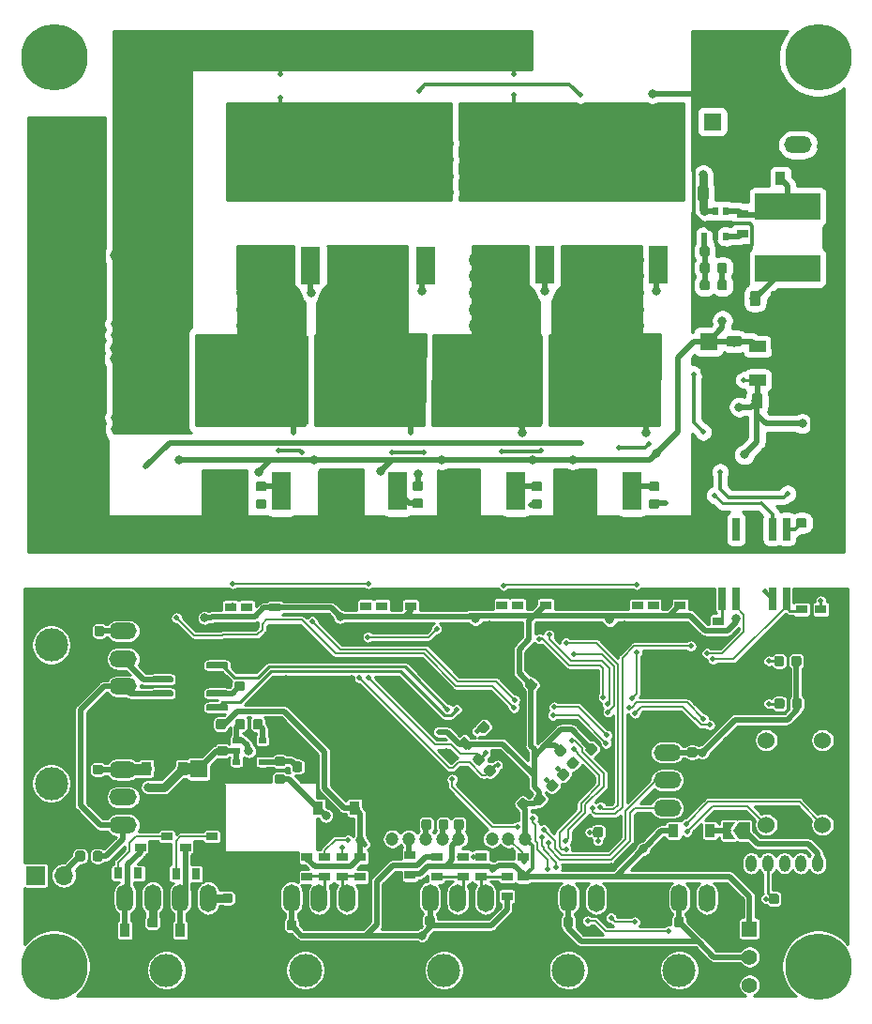
<source format=gbr>
G04 #@! TF.GenerationSoftware,KiCad,Pcbnew,(5.1.4)-1*
G04 #@! TF.CreationDate,2020-01-28T00:34:58+09:00*
G04 #@! TF.ProjectId,NormalMD,4e6f726d-616c-44d4-942e-6b696361645f,rev?*
G04 #@! TF.SameCoordinates,Original*
G04 #@! TF.FileFunction,Copper,L2,Bot*
G04 #@! TF.FilePolarity,Positive*
%FSLAX46Y46*%
G04 Gerber Fmt 4.6, Leading zero omitted, Abs format (unit mm)*
G04 Created by KiCad (PCBNEW (5.1.4)-1) date 2020-01-28 00:34:58*
%MOMM*%
%LPD*%
G04 APERTURE LIST*
%ADD10R,10.000000X8.000000*%
%ADD11R,3.000000X3.500000*%
%ADD12R,1.800000X3.500000*%
%ADD13C,6.000000*%
%ADD14C,1.524000*%
%ADD15C,1.200000*%
%ADD16O,1.500000X2.500000*%
%ADD17C,3.000000*%
%ADD18O,2.500000X1.500000*%
%ADD19O,1.000000X1.524000*%
%ADD20C,6.500000*%
%ADD21C,0.100000*%
%ADD22C,0.875000*%
%ADD23R,0.900000X1.200000*%
%ADD24R,1.600000X1.600000*%
%ADD25C,1.600000*%
%ADD26C,0.975000*%
%ADD27C,0.300000*%
%ADD28R,1.700000X1.700000*%
%ADD29O,1.700000X1.700000*%
%ADD30R,5.900000X2.450000*%
%ADD31C,0.600000*%
%ADD32R,0.700000X0.510000*%
%ADD33R,0.640000X2.000000*%
%ADD34R,0.510000X0.700000*%
%ADD35C,0.850000*%
%ADD36R,1.500000X1.000000*%
%ADD37R,1.800000X1.000000*%
%ADD38R,1.840000X2.200000*%
%ADD39C,1.000000*%
%ADD40R,1.397000X1.397000*%
%ADD41C,1.397000*%
%ADD42R,1.000000X0.800000*%
%ADD43C,0.800000*%
%ADD44R,0.800000X1.000000*%
%ADD45R,1.000000X0.700000*%
%ADD46C,1.350000*%
%ADD47C,0.500000*%
%ADD48C,1.500000*%
%ADD49C,0.500000*%
%ADD50C,0.250000*%
%ADD51C,0.200000*%
%ADD52C,0.300000*%
%ADD53C,1.000000*%
%ADD54C,0.800000*%
%ADD55C,0.254000*%
G04 APERTURE END LIST*
D10*
X114650000Y-83150000D03*
D11*
X112110000Y-93150000D03*
D12*
X117190000Y-93150000D03*
X119840000Y-72700000D03*
D11*
X114760000Y-72700000D03*
D10*
X117300000Y-62700000D03*
D13*
X123400000Y-76750000D03*
X116400000Y-76750000D03*
X102200000Y-76700000D03*
X95200000Y-76700000D03*
D14*
X144890000Y-115590000D03*
X142350000Y-115590000D03*
X139810000Y-115590000D03*
X139810000Y-123210000D03*
X142350000Y-123210000D03*
X144890000Y-123210000D03*
D15*
X118050000Y-124500000D03*
X116550000Y-124500000D03*
X115050000Y-124500000D03*
X113550000Y-124500000D03*
X112050000Y-124500000D03*
X110550000Y-124500000D03*
X109050000Y-124500000D03*
X107550000Y-124500000D03*
X106050000Y-124500000D03*
D16*
X81900000Y-129850000D03*
X84400000Y-129850000D03*
X86900000Y-129850000D03*
X89400000Y-129850000D03*
D17*
X85650000Y-136350000D03*
D18*
X81750000Y-115750000D03*
X81750000Y-118250000D03*
X81750000Y-120750000D03*
X81750000Y-123250000D03*
D17*
X75250000Y-119500000D03*
X75250000Y-107000000D03*
D18*
X81750000Y-110750000D03*
X81750000Y-108250000D03*
X81750000Y-105750000D03*
X81750000Y-103250000D03*
D17*
X98200000Y-136350000D03*
D16*
X101950000Y-129850000D03*
X99450000Y-129850000D03*
X96950000Y-129850000D03*
X94450000Y-129850000D03*
X106950000Y-129850000D03*
X109450000Y-129850000D03*
X111950000Y-129850000D03*
X114450000Y-129850000D03*
D17*
X110700000Y-136350000D03*
D18*
X142700000Y-59400000D03*
X142700000Y-61900000D03*
X130875000Y-121700000D03*
X130875000Y-119200000D03*
X130875000Y-116700000D03*
X130875000Y-114200000D03*
D19*
X145950000Y-126700000D03*
X144450000Y-126700000D03*
X142950000Y-126700000D03*
X141450000Y-126700000D03*
X139950000Y-126700000D03*
X138450000Y-126700000D03*
D20*
X77000000Y-83600000D03*
X84000000Y-83600000D03*
X84000000Y-75100000D03*
X77000000Y-75100000D03*
D21*
G36*
X113241111Y-112764580D02*
G01*
X113262346Y-112767730D01*
X113283170Y-112772946D01*
X113303382Y-112780178D01*
X113322788Y-112789357D01*
X113341201Y-112800393D01*
X113358444Y-112813181D01*
X113374350Y-112827597D01*
X113683709Y-113136956D01*
X113698125Y-113152862D01*
X113710913Y-113170105D01*
X113721949Y-113188518D01*
X113731128Y-113207924D01*
X113738360Y-113228136D01*
X113743576Y-113248960D01*
X113746726Y-113270195D01*
X113747779Y-113291636D01*
X113746726Y-113313077D01*
X113743576Y-113334312D01*
X113738360Y-113355136D01*
X113731128Y-113375348D01*
X113721949Y-113394754D01*
X113710913Y-113413167D01*
X113698125Y-113430410D01*
X113683709Y-113446316D01*
X113321316Y-113808709D01*
X113305410Y-113823125D01*
X113288167Y-113835913D01*
X113269754Y-113846949D01*
X113250348Y-113856128D01*
X113230136Y-113863360D01*
X113209312Y-113868576D01*
X113188077Y-113871726D01*
X113166636Y-113872779D01*
X113145195Y-113871726D01*
X113123960Y-113868576D01*
X113103136Y-113863360D01*
X113082924Y-113856128D01*
X113063518Y-113846949D01*
X113045105Y-113835913D01*
X113027862Y-113823125D01*
X113011956Y-113808709D01*
X112702597Y-113499350D01*
X112688181Y-113483444D01*
X112675393Y-113466201D01*
X112664357Y-113447788D01*
X112655178Y-113428382D01*
X112647946Y-113408170D01*
X112642730Y-113387346D01*
X112639580Y-113366111D01*
X112638527Y-113344670D01*
X112639580Y-113323229D01*
X112642730Y-113301994D01*
X112647946Y-113281170D01*
X112655178Y-113260958D01*
X112664357Y-113241552D01*
X112675393Y-113223139D01*
X112688181Y-113205896D01*
X112702597Y-113189990D01*
X113064990Y-112827597D01*
X113080896Y-112813181D01*
X113098139Y-112800393D01*
X113116552Y-112789357D01*
X113135958Y-112780178D01*
X113156170Y-112772946D01*
X113176994Y-112767730D01*
X113198229Y-112764580D01*
X113219670Y-112763527D01*
X113241111Y-112764580D01*
X113241111Y-112764580D01*
G37*
D22*
X113193153Y-113318153D03*
D21*
G36*
X114354805Y-113878274D02*
G01*
X114376040Y-113881424D01*
X114396864Y-113886640D01*
X114417076Y-113893872D01*
X114436482Y-113903051D01*
X114454895Y-113914087D01*
X114472138Y-113926875D01*
X114488044Y-113941291D01*
X114797403Y-114250650D01*
X114811819Y-114266556D01*
X114824607Y-114283799D01*
X114835643Y-114302212D01*
X114844822Y-114321618D01*
X114852054Y-114341830D01*
X114857270Y-114362654D01*
X114860420Y-114383889D01*
X114861473Y-114405330D01*
X114860420Y-114426771D01*
X114857270Y-114448006D01*
X114852054Y-114468830D01*
X114844822Y-114489042D01*
X114835643Y-114508448D01*
X114824607Y-114526861D01*
X114811819Y-114544104D01*
X114797403Y-114560010D01*
X114435010Y-114922403D01*
X114419104Y-114936819D01*
X114401861Y-114949607D01*
X114383448Y-114960643D01*
X114364042Y-114969822D01*
X114343830Y-114977054D01*
X114323006Y-114982270D01*
X114301771Y-114985420D01*
X114280330Y-114986473D01*
X114258889Y-114985420D01*
X114237654Y-114982270D01*
X114216830Y-114977054D01*
X114196618Y-114969822D01*
X114177212Y-114960643D01*
X114158799Y-114949607D01*
X114141556Y-114936819D01*
X114125650Y-114922403D01*
X113816291Y-114613044D01*
X113801875Y-114597138D01*
X113789087Y-114579895D01*
X113778051Y-114561482D01*
X113768872Y-114542076D01*
X113761640Y-114521864D01*
X113756424Y-114501040D01*
X113753274Y-114479805D01*
X113752221Y-114458364D01*
X113753274Y-114436923D01*
X113756424Y-114415688D01*
X113761640Y-114394864D01*
X113768872Y-114374652D01*
X113778051Y-114355246D01*
X113789087Y-114336833D01*
X113801875Y-114319590D01*
X113816291Y-114303684D01*
X114178684Y-113941291D01*
X114194590Y-113926875D01*
X114211833Y-113914087D01*
X114230246Y-113903051D01*
X114249652Y-113893872D01*
X114269864Y-113886640D01*
X114290688Y-113881424D01*
X114311923Y-113878274D01*
X114333364Y-113877221D01*
X114354805Y-113878274D01*
X114354805Y-113878274D01*
G37*
D22*
X114306847Y-114431847D03*
D23*
X141100000Y-64950000D03*
X137800000Y-64950000D03*
X87150000Y-118150000D03*
X83850000Y-118150000D03*
D21*
G36*
X79677691Y-125576053D02*
G01*
X79698926Y-125579203D01*
X79719750Y-125584419D01*
X79739962Y-125591651D01*
X79759368Y-125600830D01*
X79777781Y-125611866D01*
X79795024Y-125624654D01*
X79810930Y-125639070D01*
X79825346Y-125654976D01*
X79838134Y-125672219D01*
X79849170Y-125690632D01*
X79858349Y-125710038D01*
X79865581Y-125730250D01*
X79870797Y-125751074D01*
X79873947Y-125772309D01*
X79875000Y-125793750D01*
X79875000Y-126306250D01*
X79873947Y-126327691D01*
X79870797Y-126348926D01*
X79865581Y-126369750D01*
X79858349Y-126389962D01*
X79849170Y-126409368D01*
X79838134Y-126427781D01*
X79825346Y-126445024D01*
X79810930Y-126460930D01*
X79795024Y-126475346D01*
X79777781Y-126488134D01*
X79759368Y-126499170D01*
X79739962Y-126508349D01*
X79719750Y-126515581D01*
X79698926Y-126520797D01*
X79677691Y-126523947D01*
X79656250Y-126525000D01*
X79218750Y-126525000D01*
X79197309Y-126523947D01*
X79176074Y-126520797D01*
X79155250Y-126515581D01*
X79135038Y-126508349D01*
X79115632Y-126499170D01*
X79097219Y-126488134D01*
X79079976Y-126475346D01*
X79064070Y-126460930D01*
X79049654Y-126445024D01*
X79036866Y-126427781D01*
X79025830Y-126409368D01*
X79016651Y-126389962D01*
X79009419Y-126369750D01*
X79004203Y-126348926D01*
X79001053Y-126327691D01*
X79000000Y-126306250D01*
X79000000Y-125793750D01*
X79001053Y-125772309D01*
X79004203Y-125751074D01*
X79009419Y-125730250D01*
X79016651Y-125710038D01*
X79025830Y-125690632D01*
X79036866Y-125672219D01*
X79049654Y-125654976D01*
X79064070Y-125639070D01*
X79079976Y-125624654D01*
X79097219Y-125611866D01*
X79115632Y-125600830D01*
X79135038Y-125591651D01*
X79155250Y-125584419D01*
X79176074Y-125579203D01*
X79197309Y-125576053D01*
X79218750Y-125575000D01*
X79656250Y-125575000D01*
X79677691Y-125576053D01*
X79677691Y-125576053D01*
G37*
D22*
X79437500Y-126050000D03*
D21*
G36*
X78102691Y-125576053D02*
G01*
X78123926Y-125579203D01*
X78144750Y-125584419D01*
X78164962Y-125591651D01*
X78184368Y-125600830D01*
X78202781Y-125611866D01*
X78220024Y-125624654D01*
X78235930Y-125639070D01*
X78250346Y-125654976D01*
X78263134Y-125672219D01*
X78274170Y-125690632D01*
X78283349Y-125710038D01*
X78290581Y-125730250D01*
X78295797Y-125751074D01*
X78298947Y-125772309D01*
X78300000Y-125793750D01*
X78300000Y-126306250D01*
X78298947Y-126327691D01*
X78295797Y-126348926D01*
X78290581Y-126369750D01*
X78283349Y-126389962D01*
X78274170Y-126409368D01*
X78263134Y-126427781D01*
X78250346Y-126445024D01*
X78235930Y-126460930D01*
X78220024Y-126475346D01*
X78202781Y-126488134D01*
X78184368Y-126499170D01*
X78164962Y-126508349D01*
X78144750Y-126515581D01*
X78123926Y-126520797D01*
X78102691Y-126523947D01*
X78081250Y-126525000D01*
X77643750Y-126525000D01*
X77622309Y-126523947D01*
X77601074Y-126520797D01*
X77580250Y-126515581D01*
X77560038Y-126508349D01*
X77540632Y-126499170D01*
X77522219Y-126488134D01*
X77504976Y-126475346D01*
X77489070Y-126460930D01*
X77474654Y-126445024D01*
X77461866Y-126427781D01*
X77450830Y-126409368D01*
X77441651Y-126389962D01*
X77434419Y-126369750D01*
X77429203Y-126348926D01*
X77426053Y-126327691D01*
X77425000Y-126306250D01*
X77425000Y-125793750D01*
X77426053Y-125772309D01*
X77429203Y-125751074D01*
X77434419Y-125730250D01*
X77441651Y-125710038D01*
X77450830Y-125690632D01*
X77461866Y-125672219D01*
X77474654Y-125654976D01*
X77489070Y-125639070D01*
X77504976Y-125624654D01*
X77522219Y-125611866D01*
X77540632Y-125600830D01*
X77560038Y-125591651D01*
X77580250Y-125584419D01*
X77601074Y-125579203D01*
X77622309Y-125576053D01*
X77643750Y-125575000D01*
X78081250Y-125575000D01*
X78102691Y-125576053D01*
X78102691Y-125576053D01*
G37*
D22*
X77862500Y-126050000D03*
D21*
G36*
X142327691Y-129426053D02*
G01*
X142348926Y-129429203D01*
X142369750Y-129434419D01*
X142389962Y-129441651D01*
X142409368Y-129450830D01*
X142427781Y-129461866D01*
X142445024Y-129474654D01*
X142460930Y-129489070D01*
X142475346Y-129504976D01*
X142488134Y-129522219D01*
X142499170Y-129540632D01*
X142508349Y-129560038D01*
X142515581Y-129580250D01*
X142520797Y-129601074D01*
X142523947Y-129622309D01*
X142525000Y-129643750D01*
X142525000Y-130156250D01*
X142523947Y-130177691D01*
X142520797Y-130198926D01*
X142515581Y-130219750D01*
X142508349Y-130239962D01*
X142499170Y-130259368D01*
X142488134Y-130277781D01*
X142475346Y-130295024D01*
X142460930Y-130310930D01*
X142445024Y-130325346D01*
X142427781Y-130338134D01*
X142409368Y-130349170D01*
X142389962Y-130358349D01*
X142369750Y-130365581D01*
X142348926Y-130370797D01*
X142327691Y-130373947D01*
X142306250Y-130375000D01*
X141868750Y-130375000D01*
X141847309Y-130373947D01*
X141826074Y-130370797D01*
X141805250Y-130365581D01*
X141785038Y-130358349D01*
X141765632Y-130349170D01*
X141747219Y-130338134D01*
X141729976Y-130325346D01*
X141714070Y-130310930D01*
X141699654Y-130295024D01*
X141686866Y-130277781D01*
X141675830Y-130259368D01*
X141666651Y-130239962D01*
X141659419Y-130219750D01*
X141654203Y-130198926D01*
X141651053Y-130177691D01*
X141650000Y-130156250D01*
X141650000Y-129643750D01*
X141651053Y-129622309D01*
X141654203Y-129601074D01*
X141659419Y-129580250D01*
X141666651Y-129560038D01*
X141675830Y-129540632D01*
X141686866Y-129522219D01*
X141699654Y-129504976D01*
X141714070Y-129489070D01*
X141729976Y-129474654D01*
X141747219Y-129461866D01*
X141765632Y-129450830D01*
X141785038Y-129441651D01*
X141805250Y-129434419D01*
X141826074Y-129429203D01*
X141847309Y-129426053D01*
X141868750Y-129425000D01*
X142306250Y-129425000D01*
X142327691Y-129426053D01*
X142327691Y-129426053D01*
G37*
D22*
X142087500Y-129900000D03*
D21*
G36*
X140752691Y-129426053D02*
G01*
X140773926Y-129429203D01*
X140794750Y-129434419D01*
X140814962Y-129441651D01*
X140834368Y-129450830D01*
X140852781Y-129461866D01*
X140870024Y-129474654D01*
X140885930Y-129489070D01*
X140900346Y-129504976D01*
X140913134Y-129522219D01*
X140924170Y-129540632D01*
X140933349Y-129560038D01*
X140940581Y-129580250D01*
X140945797Y-129601074D01*
X140948947Y-129622309D01*
X140950000Y-129643750D01*
X140950000Y-130156250D01*
X140948947Y-130177691D01*
X140945797Y-130198926D01*
X140940581Y-130219750D01*
X140933349Y-130239962D01*
X140924170Y-130259368D01*
X140913134Y-130277781D01*
X140900346Y-130295024D01*
X140885930Y-130310930D01*
X140870024Y-130325346D01*
X140852781Y-130338134D01*
X140834368Y-130349170D01*
X140814962Y-130358349D01*
X140794750Y-130365581D01*
X140773926Y-130370797D01*
X140752691Y-130373947D01*
X140731250Y-130375000D01*
X140293750Y-130375000D01*
X140272309Y-130373947D01*
X140251074Y-130370797D01*
X140230250Y-130365581D01*
X140210038Y-130358349D01*
X140190632Y-130349170D01*
X140172219Y-130338134D01*
X140154976Y-130325346D01*
X140139070Y-130310930D01*
X140124654Y-130295024D01*
X140111866Y-130277781D01*
X140100830Y-130259368D01*
X140091651Y-130239962D01*
X140084419Y-130219750D01*
X140079203Y-130198926D01*
X140076053Y-130177691D01*
X140075000Y-130156250D01*
X140075000Y-129643750D01*
X140076053Y-129622309D01*
X140079203Y-129601074D01*
X140084419Y-129580250D01*
X140091651Y-129560038D01*
X140100830Y-129540632D01*
X140111866Y-129522219D01*
X140124654Y-129504976D01*
X140139070Y-129489070D01*
X140154976Y-129474654D01*
X140172219Y-129461866D01*
X140190632Y-129450830D01*
X140210038Y-129441651D01*
X140230250Y-129434419D01*
X140251074Y-129429203D01*
X140272309Y-129426053D01*
X140293750Y-129425000D01*
X140731250Y-129425000D01*
X140752691Y-129426053D01*
X140752691Y-129426053D01*
G37*
D22*
X140512500Y-129900000D03*
D21*
G36*
X119391111Y-120364580D02*
G01*
X119412346Y-120367730D01*
X119433170Y-120372946D01*
X119453382Y-120380178D01*
X119472788Y-120389357D01*
X119491201Y-120400393D01*
X119508444Y-120413181D01*
X119524350Y-120427597D01*
X119833709Y-120736956D01*
X119848125Y-120752862D01*
X119860913Y-120770105D01*
X119871949Y-120788518D01*
X119881128Y-120807924D01*
X119888360Y-120828136D01*
X119893576Y-120848960D01*
X119896726Y-120870195D01*
X119897779Y-120891636D01*
X119896726Y-120913077D01*
X119893576Y-120934312D01*
X119888360Y-120955136D01*
X119881128Y-120975348D01*
X119871949Y-120994754D01*
X119860913Y-121013167D01*
X119848125Y-121030410D01*
X119833709Y-121046316D01*
X119471316Y-121408709D01*
X119455410Y-121423125D01*
X119438167Y-121435913D01*
X119419754Y-121446949D01*
X119400348Y-121456128D01*
X119380136Y-121463360D01*
X119359312Y-121468576D01*
X119338077Y-121471726D01*
X119316636Y-121472779D01*
X119295195Y-121471726D01*
X119273960Y-121468576D01*
X119253136Y-121463360D01*
X119232924Y-121456128D01*
X119213518Y-121446949D01*
X119195105Y-121435913D01*
X119177862Y-121423125D01*
X119161956Y-121408709D01*
X118852597Y-121099350D01*
X118838181Y-121083444D01*
X118825393Y-121066201D01*
X118814357Y-121047788D01*
X118805178Y-121028382D01*
X118797946Y-121008170D01*
X118792730Y-120987346D01*
X118789580Y-120966111D01*
X118788527Y-120944670D01*
X118789580Y-120923229D01*
X118792730Y-120901994D01*
X118797946Y-120881170D01*
X118805178Y-120860958D01*
X118814357Y-120841552D01*
X118825393Y-120823139D01*
X118838181Y-120805896D01*
X118852597Y-120789990D01*
X119214990Y-120427597D01*
X119230896Y-120413181D01*
X119248139Y-120400393D01*
X119266552Y-120389357D01*
X119285958Y-120380178D01*
X119306170Y-120372946D01*
X119326994Y-120367730D01*
X119348229Y-120364580D01*
X119369670Y-120363527D01*
X119391111Y-120364580D01*
X119391111Y-120364580D01*
G37*
D22*
X119343153Y-120918153D03*
D21*
G36*
X120504805Y-121478274D02*
G01*
X120526040Y-121481424D01*
X120546864Y-121486640D01*
X120567076Y-121493872D01*
X120586482Y-121503051D01*
X120604895Y-121514087D01*
X120622138Y-121526875D01*
X120638044Y-121541291D01*
X120947403Y-121850650D01*
X120961819Y-121866556D01*
X120974607Y-121883799D01*
X120985643Y-121902212D01*
X120994822Y-121921618D01*
X121002054Y-121941830D01*
X121007270Y-121962654D01*
X121010420Y-121983889D01*
X121011473Y-122005330D01*
X121010420Y-122026771D01*
X121007270Y-122048006D01*
X121002054Y-122068830D01*
X120994822Y-122089042D01*
X120985643Y-122108448D01*
X120974607Y-122126861D01*
X120961819Y-122144104D01*
X120947403Y-122160010D01*
X120585010Y-122522403D01*
X120569104Y-122536819D01*
X120551861Y-122549607D01*
X120533448Y-122560643D01*
X120514042Y-122569822D01*
X120493830Y-122577054D01*
X120473006Y-122582270D01*
X120451771Y-122585420D01*
X120430330Y-122586473D01*
X120408889Y-122585420D01*
X120387654Y-122582270D01*
X120366830Y-122577054D01*
X120346618Y-122569822D01*
X120327212Y-122560643D01*
X120308799Y-122549607D01*
X120291556Y-122536819D01*
X120275650Y-122522403D01*
X119966291Y-122213044D01*
X119951875Y-122197138D01*
X119939087Y-122179895D01*
X119928051Y-122161482D01*
X119918872Y-122142076D01*
X119911640Y-122121864D01*
X119906424Y-122101040D01*
X119903274Y-122079805D01*
X119902221Y-122058364D01*
X119903274Y-122036923D01*
X119906424Y-122015688D01*
X119911640Y-121994864D01*
X119918872Y-121974652D01*
X119928051Y-121955246D01*
X119939087Y-121936833D01*
X119951875Y-121919590D01*
X119966291Y-121903684D01*
X120328684Y-121541291D01*
X120344590Y-121526875D01*
X120361833Y-121514087D01*
X120380246Y-121503051D01*
X120399652Y-121493872D01*
X120419864Y-121486640D01*
X120440688Y-121481424D01*
X120461923Y-121478274D01*
X120483364Y-121477221D01*
X120504805Y-121478274D01*
X120504805Y-121478274D01*
G37*
D22*
X120456847Y-122031847D03*
D21*
G36*
X125204805Y-116978274D02*
G01*
X125226040Y-116981424D01*
X125246864Y-116986640D01*
X125267076Y-116993872D01*
X125286482Y-117003051D01*
X125304895Y-117014087D01*
X125322138Y-117026875D01*
X125338044Y-117041291D01*
X125647403Y-117350650D01*
X125661819Y-117366556D01*
X125674607Y-117383799D01*
X125685643Y-117402212D01*
X125694822Y-117421618D01*
X125702054Y-117441830D01*
X125707270Y-117462654D01*
X125710420Y-117483889D01*
X125711473Y-117505330D01*
X125710420Y-117526771D01*
X125707270Y-117548006D01*
X125702054Y-117568830D01*
X125694822Y-117589042D01*
X125685643Y-117608448D01*
X125674607Y-117626861D01*
X125661819Y-117644104D01*
X125647403Y-117660010D01*
X125285010Y-118022403D01*
X125269104Y-118036819D01*
X125251861Y-118049607D01*
X125233448Y-118060643D01*
X125214042Y-118069822D01*
X125193830Y-118077054D01*
X125173006Y-118082270D01*
X125151771Y-118085420D01*
X125130330Y-118086473D01*
X125108889Y-118085420D01*
X125087654Y-118082270D01*
X125066830Y-118077054D01*
X125046618Y-118069822D01*
X125027212Y-118060643D01*
X125008799Y-118049607D01*
X124991556Y-118036819D01*
X124975650Y-118022403D01*
X124666291Y-117713044D01*
X124651875Y-117697138D01*
X124639087Y-117679895D01*
X124628051Y-117661482D01*
X124618872Y-117642076D01*
X124611640Y-117621864D01*
X124606424Y-117601040D01*
X124603274Y-117579805D01*
X124602221Y-117558364D01*
X124603274Y-117536923D01*
X124606424Y-117515688D01*
X124611640Y-117494864D01*
X124618872Y-117474652D01*
X124628051Y-117455246D01*
X124639087Y-117436833D01*
X124651875Y-117419590D01*
X124666291Y-117403684D01*
X125028684Y-117041291D01*
X125044590Y-117026875D01*
X125061833Y-117014087D01*
X125080246Y-117003051D01*
X125099652Y-116993872D01*
X125119864Y-116986640D01*
X125140688Y-116981424D01*
X125161923Y-116978274D01*
X125183364Y-116977221D01*
X125204805Y-116978274D01*
X125204805Y-116978274D01*
G37*
D22*
X125156847Y-117531847D03*
D21*
G36*
X124091111Y-115864580D02*
G01*
X124112346Y-115867730D01*
X124133170Y-115872946D01*
X124153382Y-115880178D01*
X124172788Y-115889357D01*
X124191201Y-115900393D01*
X124208444Y-115913181D01*
X124224350Y-115927597D01*
X124533709Y-116236956D01*
X124548125Y-116252862D01*
X124560913Y-116270105D01*
X124571949Y-116288518D01*
X124581128Y-116307924D01*
X124588360Y-116328136D01*
X124593576Y-116348960D01*
X124596726Y-116370195D01*
X124597779Y-116391636D01*
X124596726Y-116413077D01*
X124593576Y-116434312D01*
X124588360Y-116455136D01*
X124581128Y-116475348D01*
X124571949Y-116494754D01*
X124560913Y-116513167D01*
X124548125Y-116530410D01*
X124533709Y-116546316D01*
X124171316Y-116908709D01*
X124155410Y-116923125D01*
X124138167Y-116935913D01*
X124119754Y-116946949D01*
X124100348Y-116956128D01*
X124080136Y-116963360D01*
X124059312Y-116968576D01*
X124038077Y-116971726D01*
X124016636Y-116972779D01*
X123995195Y-116971726D01*
X123973960Y-116968576D01*
X123953136Y-116963360D01*
X123932924Y-116956128D01*
X123913518Y-116946949D01*
X123895105Y-116935913D01*
X123877862Y-116923125D01*
X123861956Y-116908709D01*
X123552597Y-116599350D01*
X123538181Y-116583444D01*
X123525393Y-116566201D01*
X123514357Y-116547788D01*
X123505178Y-116528382D01*
X123497946Y-116508170D01*
X123492730Y-116487346D01*
X123489580Y-116466111D01*
X123488527Y-116444670D01*
X123489580Y-116423229D01*
X123492730Y-116401994D01*
X123497946Y-116381170D01*
X123505178Y-116360958D01*
X123514357Y-116341552D01*
X123525393Y-116323139D01*
X123538181Y-116305896D01*
X123552597Y-116289990D01*
X123914990Y-115927597D01*
X123930896Y-115913181D01*
X123948139Y-115900393D01*
X123966552Y-115889357D01*
X123985958Y-115880178D01*
X124006170Y-115872946D01*
X124026994Y-115867730D01*
X124048229Y-115864580D01*
X124069670Y-115863527D01*
X124091111Y-115864580D01*
X124091111Y-115864580D01*
G37*
D22*
X124043153Y-116418153D03*
D21*
G36*
X79827691Y-105276053D02*
G01*
X79848926Y-105279203D01*
X79869750Y-105284419D01*
X79889962Y-105291651D01*
X79909368Y-105300830D01*
X79927781Y-105311866D01*
X79945024Y-105324654D01*
X79960930Y-105339070D01*
X79975346Y-105354976D01*
X79988134Y-105372219D01*
X79999170Y-105390632D01*
X80008349Y-105410038D01*
X80015581Y-105430250D01*
X80020797Y-105451074D01*
X80023947Y-105472309D01*
X80025000Y-105493750D01*
X80025000Y-106006250D01*
X80023947Y-106027691D01*
X80020797Y-106048926D01*
X80015581Y-106069750D01*
X80008349Y-106089962D01*
X79999170Y-106109368D01*
X79988134Y-106127781D01*
X79975346Y-106145024D01*
X79960930Y-106160930D01*
X79945024Y-106175346D01*
X79927781Y-106188134D01*
X79909368Y-106199170D01*
X79889962Y-106208349D01*
X79869750Y-106215581D01*
X79848926Y-106220797D01*
X79827691Y-106223947D01*
X79806250Y-106225000D01*
X79368750Y-106225000D01*
X79347309Y-106223947D01*
X79326074Y-106220797D01*
X79305250Y-106215581D01*
X79285038Y-106208349D01*
X79265632Y-106199170D01*
X79247219Y-106188134D01*
X79229976Y-106175346D01*
X79214070Y-106160930D01*
X79199654Y-106145024D01*
X79186866Y-106127781D01*
X79175830Y-106109368D01*
X79166651Y-106089962D01*
X79159419Y-106069750D01*
X79154203Y-106048926D01*
X79151053Y-106027691D01*
X79150000Y-106006250D01*
X79150000Y-105493750D01*
X79151053Y-105472309D01*
X79154203Y-105451074D01*
X79159419Y-105430250D01*
X79166651Y-105410038D01*
X79175830Y-105390632D01*
X79186866Y-105372219D01*
X79199654Y-105354976D01*
X79214070Y-105339070D01*
X79229976Y-105324654D01*
X79247219Y-105311866D01*
X79265632Y-105300830D01*
X79285038Y-105291651D01*
X79305250Y-105284419D01*
X79326074Y-105279203D01*
X79347309Y-105276053D01*
X79368750Y-105275000D01*
X79806250Y-105275000D01*
X79827691Y-105276053D01*
X79827691Y-105276053D01*
G37*
D22*
X79587500Y-105750000D03*
D21*
G36*
X78252691Y-105276053D02*
G01*
X78273926Y-105279203D01*
X78294750Y-105284419D01*
X78314962Y-105291651D01*
X78334368Y-105300830D01*
X78352781Y-105311866D01*
X78370024Y-105324654D01*
X78385930Y-105339070D01*
X78400346Y-105354976D01*
X78413134Y-105372219D01*
X78424170Y-105390632D01*
X78433349Y-105410038D01*
X78440581Y-105430250D01*
X78445797Y-105451074D01*
X78448947Y-105472309D01*
X78450000Y-105493750D01*
X78450000Y-106006250D01*
X78448947Y-106027691D01*
X78445797Y-106048926D01*
X78440581Y-106069750D01*
X78433349Y-106089962D01*
X78424170Y-106109368D01*
X78413134Y-106127781D01*
X78400346Y-106145024D01*
X78385930Y-106160930D01*
X78370024Y-106175346D01*
X78352781Y-106188134D01*
X78334368Y-106199170D01*
X78314962Y-106208349D01*
X78294750Y-106215581D01*
X78273926Y-106220797D01*
X78252691Y-106223947D01*
X78231250Y-106225000D01*
X77793750Y-106225000D01*
X77772309Y-106223947D01*
X77751074Y-106220797D01*
X77730250Y-106215581D01*
X77710038Y-106208349D01*
X77690632Y-106199170D01*
X77672219Y-106188134D01*
X77654976Y-106175346D01*
X77639070Y-106160930D01*
X77624654Y-106145024D01*
X77611866Y-106127781D01*
X77600830Y-106109368D01*
X77591651Y-106089962D01*
X77584419Y-106069750D01*
X77579203Y-106048926D01*
X77576053Y-106027691D01*
X77575000Y-106006250D01*
X77575000Y-105493750D01*
X77576053Y-105472309D01*
X77579203Y-105451074D01*
X77584419Y-105430250D01*
X77591651Y-105410038D01*
X77600830Y-105390632D01*
X77611866Y-105372219D01*
X77624654Y-105354976D01*
X77639070Y-105339070D01*
X77654976Y-105324654D01*
X77672219Y-105311866D01*
X77690632Y-105300830D01*
X77710038Y-105291651D01*
X77730250Y-105284419D01*
X77751074Y-105279203D01*
X77772309Y-105276053D01*
X77793750Y-105275000D01*
X78231250Y-105275000D01*
X78252691Y-105276053D01*
X78252691Y-105276053D01*
G37*
D22*
X78012500Y-105750000D03*
D21*
G36*
X119614270Y-108889259D02*
G01*
X119635338Y-108893378D01*
X119655901Y-108899542D01*
X119675761Y-108907692D01*
X119694726Y-108917750D01*
X119712614Y-108929618D01*
X119729253Y-108943182D01*
X120110115Y-109286112D01*
X120125345Y-109301242D01*
X120139017Y-109317792D01*
X120151002Y-109335602D01*
X120161184Y-109354501D01*
X120169464Y-109374307D01*
X120175762Y-109394829D01*
X120180019Y-109415870D01*
X120182193Y-109437227D01*
X120182263Y-109458694D01*
X120180229Y-109480064D01*
X120176110Y-109501132D01*
X120169946Y-109521695D01*
X120161796Y-109541555D01*
X120151738Y-109560520D01*
X120139870Y-109578409D01*
X120126306Y-109595047D01*
X119833562Y-109920173D01*
X119818432Y-109935402D01*
X119801883Y-109949075D01*
X119784073Y-109961060D01*
X119765174Y-109971241D01*
X119745368Y-109979521D01*
X119724845Y-109985820D01*
X119703805Y-109990077D01*
X119682448Y-109992251D01*
X119660981Y-109992321D01*
X119639610Y-109990287D01*
X119618542Y-109986168D01*
X119597979Y-109980004D01*
X119578119Y-109971854D01*
X119559154Y-109961796D01*
X119541266Y-109949928D01*
X119524627Y-109936364D01*
X119143765Y-109593434D01*
X119128535Y-109578304D01*
X119114863Y-109561754D01*
X119102878Y-109543944D01*
X119092696Y-109525045D01*
X119084416Y-109505239D01*
X119078118Y-109484717D01*
X119073861Y-109463676D01*
X119071687Y-109442319D01*
X119071617Y-109420852D01*
X119073651Y-109399482D01*
X119077770Y-109378414D01*
X119083934Y-109357851D01*
X119092084Y-109337991D01*
X119102142Y-109319026D01*
X119114010Y-109301137D01*
X119127574Y-109284499D01*
X119420318Y-108959373D01*
X119435448Y-108944144D01*
X119451997Y-108930471D01*
X119469807Y-108918486D01*
X119488706Y-108908305D01*
X119508512Y-108900025D01*
X119529035Y-108893726D01*
X119550075Y-108889469D01*
X119571432Y-108887295D01*
X119592899Y-108887225D01*
X119614270Y-108889259D01*
X119614270Y-108889259D01*
G37*
D22*
X119626940Y-109439773D03*
D21*
G36*
X118560390Y-110059713D02*
G01*
X118581458Y-110063832D01*
X118602021Y-110069996D01*
X118621881Y-110078146D01*
X118640846Y-110088204D01*
X118658734Y-110100072D01*
X118675373Y-110113636D01*
X119056235Y-110456566D01*
X119071465Y-110471696D01*
X119085137Y-110488246D01*
X119097122Y-110506056D01*
X119107304Y-110524955D01*
X119115584Y-110544761D01*
X119121882Y-110565283D01*
X119126139Y-110586324D01*
X119128313Y-110607681D01*
X119128383Y-110629148D01*
X119126349Y-110650518D01*
X119122230Y-110671586D01*
X119116066Y-110692149D01*
X119107916Y-110712009D01*
X119097858Y-110730974D01*
X119085990Y-110748863D01*
X119072426Y-110765501D01*
X118779682Y-111090627D01*
X118764552Y-111105856D01*
X118748003Y-111119529D01*
X118730193Y-111131514D01*
X118711294Y-111141695D01*
X118691488Y-111149975D01*
X118670965Y-111156274D01*
X118649925Y-111160531D01*
X118628568Y-111162705D01*
X118607101Y-111162775D01*
X118585730Y-111160741D01*
X118564662Y-111156622D01*
X118544099Y-111150458D01*
X118524239Y-111142308D01*
X118505274Y-111132250D01*
X118487386Y-111120382D01*
X118470747Y-111106818D01*
X118089885Y-110763888D01*
X118074655Y-110748758D01*
X118060983Y-110732208D01*
X118048998Y-110714398D01*
X118038816Y-110695499D01*
X118030536Y-110675693D01*
X118024238Y-110655171D01*
X118019981Y-110634130D01*
X118017807Y-110612773D01*
X118017737Y-110591306D01*
X118019771Y-110569936D01*
X118023890Y-110548868D01*
X118030054Y-110528305D01*
X118038204Y-110508445D01*
X118048262Y-110489480D01*
X118060130Y-110471591D01*
X118073694Y-110454953D01*
X118366438Y-110129827D01*
X118381568Y-110114598D01*
X118398117Y-110100925D01*
X118415927Y-110088940D01*
X118434826Y-110078759D01*
X118454632Y-110070479D01*
X118475155Y-110064180D01*
X118496195Y-110059923D01*
X118517552Y-110057749D01*
X118539019Y-110057679D01*
X118560390Y-110059713D01*
X118560390Y-110059713D01*
G37*
D22*
X118573060Y-110610227D03*
D21*
G36*
X116738077Y-121903274D02*
G01*
X116759312Y-121906424D01*
X116780136Y-121911640D01*
X116800348Y-121918872D01*
X116819754Y-121928051D01*
X116838167Y-121939087D01*
X116855410Y-121951875D01*
X116871316Y-121966291D01*
X117233709Y-122328684D01*
X117248125Y-122344590D01*
X117260913Y-122361833D01*
X117271949Y-122380246D01*
X117281128Y-122399652D01*
X117288360Y-122419864D01*
X117293576Y-122440688D01*
X117296726Y-122461923D01*
X117297779Y-122483364D01*
X117296726Y-122504805D01*
X117293576Y-122526040D01*
X117288360Y-122546864D01*
X117281128Y-122567076D01*
X117271949Y-122586482D01*
X117260913Y-122604895D01*
X117248125Y-122622138D01*
X117233709Y-122638044D01*
X116924350Y-122947403D01*
X116908444Y-122961819D01*
X116891201Y-122974607D01*
X116872788Y-122985643D01*
X116853382Y-122994822D01*
X116833170Y-123002054D01*
X116812346Y-123007270D01*
X116791111Y-123010420D01*
X116769670Y-123011473D01*
X116748229Y-123010420D01*
X116726994Y-123007270D01*
X116706170Y-123002054D01*
X116685958Y-122994822D01*
X116666552Y-122985643D01*
X116648139Y-122974607D01*
X116630896Y-122961819D01*
X116614990Y-122947403D01*
X116252597Y-122585010D01*
X116238181Y-122569104D01*
X116225393Y-122551861D01*
X116214357Y-122533448D01*
X116205178Y-122514042D01*
X116197946Y-122493830D01*
X116192730Y-122473006D01*
X116189580Y-122451771D01*
X116188527Y-122430330D01*
X116189580Y-122408889D01*
X116192730Y-122387654D01*
X116197946Y-122366830D01*
X116205178Y-122346618D01*
X116214357Y-122327212D01*
X116225393Y-122308799D01*
X116238181Y-122291556D01*
X116252597Y-122275650D01*
X116561956Y-121966291D01*
X116577862Y-121951875D01*
X116595105Y-121939087D01*
X116613518Y-121928051D01*
X116632924Y-121918872D01*
X116653136Y-121911640D01*
X116673960Y-121906424D01*
X116695195Y-121903274D01*
X116716636Y-121902221D01*
X116738077Y-121903274D01*
X116738077Y-121903274D01*
G37*
D22*
X116743153Y-122456847D03*
D21*
G36*
X117851771Y-120789580D02*
G01*
X117873006Y-120792730D01*
X117893830Y-120797946D01*
X117914042Y-120805178D01*
X117933448Y-120814357D01*
X117951861Y-120825393D01*
X117969104Y-120838181D01*
X117985010Y-120852597D01*
X118347403Y-121214990D01*
X118361819Y-121230896D01*
X118374607Y-121248139D01*
X118385643Y-121266552D01*
X118394822Y-121285958D01*
X118402054Y-121306170D01*
X118407270Y-121326994D01*
X118410420Y-121348229D01*
X118411473Y-121369670D01*
X118410420Y-121391111D01*
X118407270Y-121412346D01*
X118402054Y-121433170D01*
X118394822Y-121453382D01*
X118385643Y-121472788D01*
X118374607Y-121491201D01*
X118361819Y-121508444D01*
X118347403Y-121524350D01*
X118038044Y-121833709D01*
X118022138Y-121848125D01*
X118004895Y-121860913D01*
X117986482Y-121871949D01*
X117967076Y-121881128D01*
X117946864Y-121888360D01*
X117926040Y-121893576D01*
X117904805Y-121896726D01*
X117883364Y-121897779D01*
X117861923Y-121896726D01*
X117840688Y-121893576D01*
X117819864Y-121888360D01*
X117799652Y-121881128D01*
X117780246Y-121871949D01*
X117761833Y-121860913D01*
X117744590Y-121848125D01*
X117728684Y-121833709D01*
X117366291Y-121471316D01*
X117351875Y-121455410D01*
X117339087Y-121438167D01*
X117328051Y-121419754D01*
X117318872Y-121400348D01*
X117311640Y-121380136D01*
X117306424Y-121359312D01*
X117303274Y-121338077D01*
X117302221Y-121316636D01*
X117303274Y-121295195D01*
X117306424Y-121273960D01*
X117311640Y-121253136D01*
X117318872Y-121232924D01*
X117328051Y-121213518D01*
X117339087Y-121195105D01*
X117351875Y-121177862D01*
X117366291Y-121161956D01*
X117675650Y-120852597D01*
X117691556Y-120838181D01*
X117708799Y-120825393D01*
X117727212Y-120814357D01*
X117746618Y-120805178D01*
X117766830Y-120797946D01*
X117787654Y-120792730D01*
X117808889Y-120789580D01*
X117830330Y-120788527D01*
X117851771Y-120789580D01*
X117851771Y-120789580D01*
G37*
D22*
X117856847Y-121343153D03*
D21*
G36*
X79727691Y-117801053D02*
G01*
X79748926Y-117804203D01*
X79769750Y-117809419D01*
X79789962Y-117816651D01*
X79809368Y-117825830D01*
X79827781Y-117836866D01*
X79845024Y-117849654D01*
X79860930Y-117864070D01*
X79875346Y-117879976D01*
X79888134Y-117897219D01*
X79899170Y-117915632D01*
X79908349Y-117935038D01*
X79915581Y-117955250D01*
X79920797Y-117976074D01*
X79923947Y-117997309D01*
X79925000Y-118018750D01*
X79925000Y-118456250D01*
X79923947Y-118477691D01*
X79920797Y-118498926D01*
X79915581Y-118519750D01*
X79908349Y-118539962D01*
X79899170Y-118559368D01*
X79888134Y-118577781D01*
X79875346Y-118595024D01*
X79860930Y-118610930D01*
X79845024Y-118625346D01*
X79827781Y-118638134D01*
X79809368Y-118649170D01*
X79789962Y-118658349D01*
X79769750Y-118665581D01*
X79748926Y-118670797D01*
X79727691Y-118673947D01*
X79706250Y-118675000D01*
X79193750Y-118675000D01*
X79172309Y-118673947D01*
X79151074Y-118670797D01*
X79130250Y-118665581D01*
X79110038Y-118658349D01*
X79090632Y-118649170D01*
X79072219Y-118638134D01*
X79054976Y-118625346D01*
X79039070Y-118610930D01*
X79024654Y-118595024D01*
X79011866Y-118577781D01*
X79000830Y-118559368D01*
X78991651Y-118539962D01*
X78984419Y-118519750D01*
X78979203Y-118498926D01*
X78976053Y-118477691D01*
X78975000Y-118456250D01*
X78975000Y-118018750D01*
X78976053Y-117997309D01*
X78979203Y-117976074D01*
X78984419Y-117955250D01*
X78991651Y-117935038D01*
X79000830Y-117915632D01*
X79011866Y-117897219D01*
X79024654Y-117879976D01*
X79039070Y-117864070D01*
X79054976Y-117849654D01*
X79072219Y-117836866D01*
X79090632Y-117825830D01*
X79110038Y-117816651D01*
X79130250Y-117809419D01*
X79151074Y-117804203D01*
X79172309Y-117801053D01*
X79193750Y-117800000D01*
X79706250Y-117800000D01*
X79727691Y-117801053D01*
X79727691Y-117801053D01*
G37*
D22*
X79450000Y-118237500D03*
D21*
G36*
X79727691Y-116226053D02*
G01*
X79748926Y-116229203D01*
X79769750Y-116234419D01*
X79789962Y-116241651D01*
X79809368Y-116250830D01*
X79827781Y-116261866D01*
X79845024Y-116274654D01*
X79860930Y-116289070D01*
X79875346Y-116304976D01*
X79888134Y-116322219D01*
X79899170Y-116340632D01*
X79908349Y-116360038D01*
X79915581Y-116380250D01*
X79920797Y-116401074D01*
X79923947Y-116422309D01*
X79925000Y-116443750D01*
X79925000Y-116881250D01*
X79923947Y-116902691D01*
X79920797Y-116923926D01*
X79915581Y-116944750D01*
X79908349Y-116964962D01*
X79899170Y-116984368D01*
X79888134Y-117002781D01*
X79875346Y-117020024D01*
X79860930Y-117035930D01*
X79845024Y-117050346D01*
X79827781Y-117063134D01*
X79809368Y-117074170D01*
X79789962Y-117083349D01*
X79769750Y-117090581D01*
X79748926Y-117095797D01*
X79727691Y-117098947D01*
X79706250Y-117100000D01*
X79193750Y-117100000D01*
X79172309Y-117098947D01*
X79151074Y-117095797D01*
X79130250Y-117090581D01*
X79110038Y-117083349D01*
X79090632Y-117074170D01*
X79072219Y-117063134D01*
X79054976Y-117050346D01*
X79039070Y-117035930D01*
X79024654Y-117020024D01*
X79011866Y-117002781D01*
X79000830Y-116984368D01*
X78991651Y-116964962D01*
X78984419Y-116944750D01*
X78979203Y-116923926D01*
X78976053Y-116902691D01*
X78975000Y-116881250D01*
X78975000Y-116443750D01*
X78976053Y-116422309D01*
X78979203Y-116401074D01*
X78984419Y-116380250D01*
X78991651Y-116360038D01*
X79000830Y-116340632D01*
X79011866Y-116322219D01*
X79024654Y-116304976D01*
X79039070Y-116289070D01*
X79054976Y-116274654D01*
X79072219Y-116261866D01*
X79090632Y-116250830D01*
X79110038Y-116241651D01*
X79130250Y-116234419D01*
X79151074Y-116229203D01*
X79172309Y-116226053D01*
X79193750Y-116225000D01*
X79706250Y-116225000D01*
X79727691Y-116226053D01*
X79727691Y-116226053D01*
G37*
D22*
X79450000Y-116662500D03*
D21*
G36*
X133402691Y-114676053D02*
G01*
X133423926Y-114679203D01*
X133444750Y-114684419D01*
X133464962Y-114691651D01*
X133484368Y-114700830D01*
X133502781Y-114711866D01*
X133520024Y-114724654D01*
X133535930Y-114739070D01*
X133550346Y-114754976D01*
X133563134Y-114772219D01*
X133574170Y-114790632D01*
X133583349Y-114810038D01*
X133590581Y-114830250D01*
X133595797Y-114851074D01*
X133598947Y-114872309D01*
X133600000Y-114893750D01*
X133600000Y-115331250D01*
X133598947Y-115352691D01*
X133595797Y-115373926D01*
X133590581Y-115394750D01*
X133583349Y-115414962D01*
X133574170Y-115434368D01*
X133563134Y-115452781D01*
X133550346Y-115470024D01*
X133535930Y-115485930D01*
X133520024Y-115500346D01*
X133502781Y-115513134D01*
X133484368Y-115524170D01*
X133464962Y-115533349D01*
X133444750Y-115540581D01*
X133423926Y-115545797D01*
X133402691Y-115548947D01*
X133381250Y-115550000D01*
X132868750Y-115550000D01*
X132847309Y-115548947D01*
X132826074Y-115545797D01*
X132805250Y-115540581D01*
X132785038Y-115533349D01*
X132765632Y-115524170D01*
X132747219Y-115513134D01*
X132729976Y-115500346D01*
X132714070Y-115485930D01*
X132699654Y-115470024D01*
X132686866Y-115452781D01*
X132675830Y-115434368D01*
X132666651Y-115414962D01*
X132659419Y-115394750D01*
X132654203Y-115373926D01*
X132651053Y-115352691D01*
X132650000Y-115331250D01*
X132650000Y-114893750D01*
X132651053Y-114872309D01*
X132654203Y-114851074D01*
X132659419Y-114830250D01*
X132666651Y-114810038D01*
X132675830Y-114790632D01*
X132686866Y-114772219D01*
X132699654Y-114754976D01*
X132714070Y-114739070D01*
X132729976Y-114724654D01*
X132747219Y-114711866D01*
X132765632Y-114700830D01*
X132785038Y-114691651D01*
X132805250Y-114684419D01*
X132826074Y-114679203D01*
X132847309Y-114676053D01*
X132868750Y-114675000D01*
X133381250Y-114675000D01*
X133402691Y-114676053D01*
X133402691Y-114676053D01*
G37*
D22*
X133125000Y-115112500D03*
D21*
G36*
X133402691Y-116251053D02*
G01*
X133423926Y-116254203D01*
X133444750Y-116259419D01*
X133464962Y-116266651D01*
X133484368Y-116275830D01*
X133502781Y-116286866D01*
X133520024Y-116299654D01*
X133535930Y-116314070D01*
X133550346Y-116329976D01*
X133563134Y-116347219D01*
X133574170Y-116365632D01*
X133583349Y-116385038D01*
X133590581Y-116405250D01*
X133595797Y-116426074D01*
X133598947Y-116447309D01*
X133600000Y-116468750D01*
X133600000Y-116906250D01*
X133598947Y-116927691D01*
X133595797Y-116948926D01*
X133590581Y-116969750D01*
X133583349Y-116989962D01*
X133574170Y-117009368D01*
X133563134Y-117027781D01*
X133550346Y-117045024D01*
X133535930Y-117060930D01*
X133520024Y-117075346D01*
X133502781Y-117088134D01*
X133484368Y-117099170D01*
X133464962Y-117108349D01*
X133444750Y-117115581D01*
X133423926Y-117120797D01*
X133402691Y-117123947D01*
X133381250Y-117125000D01*
X132868750Y-117125000D01*
X132847309Y-117123947D01*
X132826074Y-117120797D01*
X132805250Y-117115581D01*
X132785038Y-117108349D01*
X132765632Y-117099170D01*
X132747219Y-117088134D01*
X132729976Y-117075346D01*
X132714070Y-117060930D01*
X132699654Y-117045024D01*
X132686866Y-117027781D01*
X132675830Y-117009368D01*
X132666651Y-116989962D01*
X132659419Y-116969750D01*
X132654203Y-116948926D01*
X132651053Y-116927691D01*
X132650000Y-116906250D01*
X132650000Y-116468750D01*
X132651053Y-116447309D01*
X132654203Y-116426074D01*
X132659419Y-116405250D01*
X132666651Y-116385038D01*
X132675830Y-116365632D01*
X132686866Y-116347219D01*
X132699654Y-116329976D01*
X132714070Y-116314070D01*
X132729976Y-116299654D01*
X132747219Y-116286866D01*
X132765632Y-116275830D01*
X132785038Y-116266651D01*
X132805250Y-116259419D01*
X132826074Y-116254203D01*
X132847309Y-116251053D01*
X132868750Y-116250000D01*
X133381250Y-116250000D01*
X133402691Y-116251053D01*
X133402691Y-116251053D01*
G37*
D22*
X133125000Y-116687500D03*
D21*
G36*
X122177691Y-131526053D02*
G01*
X122198926Y-131529203D01*
X122219750Y-131534419D01*
X122239962Y-131541651D01*
X122259368Y-131550830D01*
X122277781Y-131561866D01*
X122295024Y-131574654D01*
X122310930Y-131589070D01*
X122325346Y-131604976D01*
X122338134Y-131622219D01*
X122349170Y-131640632D01*
X122358349Y-131660038D01*
X122365581Y-131680250D01*
X122370797Y-131701074D01*
X122373947Y-131722309D01*
X122375000Y-131743750D01*
X122375000Y-132256250D01*
X122373947Y-132277691D01*
X122370797Y-132298926D01*
X122365581Y-132319750D01*
X122358349Y-132339962D01*
X122349170Y-132359368D01*
X122338134Y-132377781D01*
X122325346Y-132395024D01*
X122310930Y-132410930D01*
X122295024Y-132425346D01*
X122277781Y-132438134D01*
X122259368Y-132449170D01*
X122239962Y-132458349D01*
X122219750Y-132465581D01*
X122198926Y-132470797D01*
X122177691Y-132473947D01*
X122156250Y-132475000D01*
X121718750Y-132475000D01*
X121697309Y-132473947D01*
X121676074Y-132470797D01*
X121655250Y-132465581D01*
X121635038Y-132458349D01*
X121615632Y-132449170D01*
X121597219Y-132438134D01*
X121579976Y-132425346D01*
X121564070Y-132410930D01*
X121549654Y-132395024D01*
X121536866Y-132377781D01*
X121525830Y-132359368D01*
X121516651Y-132339962D01*
X121509419Y-132319750D01*
X121504203Y-132298926D01*
X121501053Y-132277691D01*
X121500000Y-132256250D01*
X121500000Y-131743750D01*
X121501053Y-131722309D01*
X121504203Y-131701074D01*
X121509419Y-131680250D01*
X121516651Y-131660038D01*
X121525830Y-131640632D01*
X121536866Y-131622219D01*
X121549654Y-131604976D01*
X121564070Y-131589070D01*
X121579976Y-131574654D01*
X121597219Y-131561866D01*
X121615632Y-131550830D01*
X121635038Y-131541651D01*
X121655250Y-131534419D01*
X121676074Y-131529203D01*
X121697309Y-131526053D01*
X121718750Y-131525000D01*
X122156250Y-131525000D01*
X122177691Y-131526053D01*
X122177691Y-131526053D01*
G37*
D22*
X121937500Y-132000000D03*
D21*
G36*
X120602691Y-131526053D02*
G01*
X120623926Y-131529203D01*
X120644750Y-131534419D01*
X120664962Y-131541651D01*
X120684368Y-131550830D01*
X120702781Y-131561866D01*
X120720024Y-131574654D01*
X120735930Y-131589070D01*
X120750346Y-131604976D01*
X120763134Y-131622219D01*
X120774170Y-131640632D01*
X120783349Y-131660038D01*
X120790581Y-131680250D01*
X120795797Y-131701074D01*
X120798947Y-131722309D01*
X120800000Y-131743750D01*
X120800000Y-132256250D01*
X120798947Y-132277691D01*
X120795797Y-132298926D01*
X120790581Y-132319750D01*
X120783349Y-132339962D01*
X120774170Y-132359368D01*
X120763134Y-132377781D01*
X120750346Y-132395024D01*
X120735930Y-132410930D01*
X120720024Y-132425346D01*
X120702781Y-132438134D01*
X120684368Y-132449170D01*
X120664962Y-132458349D01*
X120644750Y-132465581D01*
X120623926Y-132470797D01*
X120602691Y-132473947D01*
X120581250Y-132475000D01*
X120143750Y-132475000D01*
X120122309Y-132473947D01*
X120101074Y-132470797D01*
X120080250Y-132465581D01*
X120060038Y-132458349D01*
X120040632Y-132449170D01*
X120022219Y-132438134D01*
X120004976Y-132425346D01*
X119989070Y-132410930D01*
X119974654Y-132395024D01*
X119961866Y-132377781D01*
X119950830Y-132359368D01*
X119941651Y-132339962D01*
X119934419Y-132319750D01*
X119929203Y-132298926D01*
X119926053Y-132277691D01*
X119925000Y-132256250D01*
X119925000Y-131743750D01*
X119926053Y-131722309D01*
X119929203Y-131701074D01*
X119934419Y-131680250D01*
X119941651Y-131660038D01*
X119950830Y-131640632D01*
X119961866Y-131622219D01*
X119974654Y-131604976D01*
X119989070Y-131589070D01*
X120004976Y-131574654D01*
X120022219Y-131561866D01*
X120040632Y-131550830D01*
X120060038Y-131541651D01*
X120080250Y-131534419D01*
X120101074Y-131529203D01*
X120122309Y-131526053D01*
X120143750Y-131525000D01*
X120581250Y-131525000D01*
X120602691Y-131526053D01*
X120602691Y-131526053D01*
G37*
D22*
X120362500Y-132000000D03*
D21*
G36*
X136077691Y-74076053D02*
G01*
X136098926Y-74079203D01*
X136119750Y-74084419D01*
X136139962Y-74091651D01*
X136159368Y-74100830D01*
X136177781Y-74111866D01*
X136195024Y-74124654D01*
X136210930Y-74139070D01*
X136225346Y-74154976D01*
X136238134Y-74172219D01*
X136249170Y-74190632D01*
X136258349Y-74210038D01*
X136265581Y-74230250D01*
X136270797Y-74251074D01*
X136273947Y-74272309D01*
X136275000Y-74293750D01*
X136275000Y-74806250D01*
X136273947Y-74827691D01*
X136270797Y-74848926D01*
X136265581Y-74869750D01*
X136258349Y-74889962D01*
X136249170Y-74909368D01*
X136238134Y-74927781D01*
X136225346Y-74945024D01*
X136210930Y-74960930D01*
X136195024Y-74975346D01*
X136177781Y-74988134D01*
X136159368Y-74999170D01*
X136139962Y-75008349D01*
X136119750Y-75015581D01*
X136098926Y-75020797D01*
X136077691Y-75023947D01*
X136056250Y-75025000D01*
X135618750Y-75025000D01*
X135597309Y-75023947D01*
X135576074Y-75020797D01*
X135555250Y-75015581D01*
X135535038Y-75008349D01*
X135515632Y-74999170D01*
X135497219Y-74988134D01*
X135479976Y-74975346D01*
X135464070Y-74960930D01*
X135449654Y-74945024D01*
X135436866Y-74927781D01*
X135425830Y-74909368D01*
X135416651Y-74889962D01*
X135409419Y-74869750D01*
X135404203Y-74848926D01*
X135401053Y-74827691D01*
X135400000Y-74806250D01*
X135400000Y-74293750D01*
X135401053Y-74272309D01*
X135404203Y-74251074D01*
X135409419Y-74230250D01*
X135416651Y-74210038D01*
X135425830Y-74190632D01*
X135436866Y-74172219D01*
X135449654Y-74154976D01*
X135464070Y-74139070D01*
X135479976Y-74124654D01*
X135497219Y-74111866D01*
X135515632Y-74100830D01*
X135535038Y-74091651D01*
X135555250Y-74084419D01*
X135576074Y-74079203D01*
X135597309Y-74076053D01*
X135618750Y-74075000D01*
X136056250Y-74075000D01*
X136077691Y-74076053D01*
X136077691Y-74076053D01*
G37*
D22*
X135837500Y-74550000D03*
D21*
G36*
X134502691Y-74076053D02*
G01*
X134523926Y-74079203D01*
X134544750Y-74084419D01*
X134564962Y-74091651D01*
X134584368Y-74100830D01*
X134602781Y-74111866D01*
X134620024Y-74124654D01*
X134635930Y-74139070D01*
X134650346Y-74154976D01*
X134663134Y-74172219D01*
X134674170Y-74190632D01*
X134683349Y-74210038D01*
X134690581Y-74230250D01*
X134695797Y-74251074D01*
X134698947Y-74272309D01*
X134700000Y-74293750D01*
X134700000Y-74806250D01*
X134698947Y-74827691D01*
X134695797Y-74848926D01*
X134690581Y-74869750D01*
X134683349Y-74889962D01*
X134674170Y-74909368D01*
X134663134Y-74927781D01*
X134650346Y-74945024D01*
X134635930Y-74960930D01*
X134620024Y-74975346D01*
X134602781Y-74988134D01*
X134584368Y-74999170D01*
X134564962Y-75008349D01*
X134544750Y-75015581D01*
X134523926Y-75020797D01*
X134502691Y-75023947D01*
X134481250Y-75025000D01*
X134043750Y-75025000D01*
X134022309Y-75023947D01*
X134001074Y-75020797D01*
X133980250Y-75015581D01*
X133960038Y-75008349D01*
X133940632Y-74999170D01*
X133922219Y-74988134D01*
X133904976Y-74975346D01*
X133889070Y-74960930D01*
X133874654Y-74945024D01*
X133861866Y-74927781D01*
X133850830Y-74909368D01*
X133841651Y-74889962D01*
X133834419Y-74869750D01*
X133829203Y-74848926D01*
X133826053Y-74827691D01*
X133825000Y-74806250D01*
X133825000Y-74293750D01*
X133826053Y-74272309D01*
X133829203Y-74251074D01*
X133834419Y-74230250D01*
X133841651Y-74210038D01*
X133850830Y-74190632D01*
X133861866Y-74172219D01*
X133874654Y-74154976D01*
X133889070Y-74139070D01*
X133904976Y-74124654D01*
X133922219Y-74111866D01*
X133940632Y-74100830D01*
X133960038Y-74091651D01*
X133980250Y-74084419D01*
X134001074Y-74079203D01*
X134022309Y-74076053D01*
X134043750Y-74075000D01*
X134481250Y-74075000D01*
X134502691Y-74076053D01*
X134502691Y-74076053D01*
G37*
D22*
X134262500Y-74550000D03*
D24*
X134950000Y-59800000D03*
D25*
X137450000Y-59800000D03*
D21*
G36*
X139080142Y-75051174D02*
G01*
X139103803Y-75054684D01*
X139127007Y-75060496D01*
X139149529Y-75068554D01*
X139171153Y-75078782D01*
X139191670Y-75091079D01*
X139210883Y-75105329D01*
X139228607Y-75121393D01*
X139244671Y-75139117D01*
X139258921Y-75158330D01*
X139271218Y-75178847D01*
X139281446Y-75200471D01*
X139289504Y-75222993D01*
X139295316Y-75246197D01*
X139298826Y-75269858D01*
X139300000Y-75293750D01*
X139300000Y-76206250D01*
X139298826Y-76230142D01*
X139295316Y-76253803D01*
X139289504Y-76277007D01*
X139281446Y-76299529D01*
X139271218Y-76321153D01*
X139258921Y-76341670D01*
X139244671Y-76360883D01*
X139228607Y-76378607D01*
X139210883Y-76394671D01*
X139191670Y-76408921D01*
X139171153Y-76421218D01*
X139149529Y-76431446D01*
X139127007Y-76439504D01*
X139103803Y-76445316D01*
X139080142Y-76448826D01*
X139056250Y-76450000D01*
X138568750Y-76450000D01*
X138544858Y-76448826D01*
X138521197Y-76445316D01*
X138497993Y-76439504D01*
X138475471Y-76431446D01*
X138453847Y-76421218D01*
X138433330Y-76408921D01*
X138414117Y-76394671D01*
X138396393Y-76378607D01*
X138380329Y-76360883D01*
X138366079Y-76341670D01*
X138353782Y-76321153D01*
X138343554Y-76299529D01*
X138335496Y-76277007D01*
X138329684Y-76253803D01*
X138326174Y-76230142D01*
X138325000Y-76206250D01*
X138325000Y-75293750D01*
X138326174Y-75269858D01*
X138329684Y-75246197D01*
X138335496Y-75222993D01*
X138343554Y-75200471D01*
X138353782Y-75178847D01*
X138366079Y-75158330D01*
X138380329Y-75139117D01*
X138396393Y-75121393D01*
X138414117Y-75105329D01*
X138433330Y-75091079D01*
X138453847Y-75078782D01*
X138475471Y-75068554D01*
X138497993Y-75060496D01*
X138521197Y-75054684D01*
X138544858Y-75051174D01*
X138568750Y-75050000D01*
X139056250Y-75050000D01*
X139080142Y-75051174D01*
X139080142Y-75051174D01*
G37*
D26*
X138812500Y-75750000D03*
D21*
G36*
X140955142Y-75051174D02*
G01*
X140978803Y-75054684D01*
X141002007Y-75060496D01*
X141024529Y-75068554D01*
X141046153Y-75078782D01*
X141066670Y-75091079D01*
X141085883Y-75105329D01*
X141103607Y-75121393D01*
X141119671Y-75139117D01*
X141133921Y-75158330D01*
X141146218Y-75178847D01*
X141156446Y-75200471D01*
X141164504Y-75222993D01*
X141170316Y-75246197D01*
X141173826Y-75269858D01*
X141175000Y-75293750D01*
X141175000Y-76206250D01*
X141173826Y-76230142D01*
X141170316Y-76253803D01*
X141164504Y-76277007D01*
X141156446Y-76299529D01*
X141146218Y-76321153D01*
X141133921Y-76341670D01*
X141119671Y-76360883D01*
X141103607Y-76378607D01*
X141085883Y-76394671D01*
X141066670Y-76408921D01*
X141046153Y-76421218D01*
X141024529Y-76431446D01*
X141002007Y-76439504D01*
X140978803Y-76445316D01*
X140955142Y-76448826D01*
X140931250Y-76450000D01*
X140443750Y-76450000D01*
X140419858Y-76448826D01*
X140396197Y-76445316D01*
X140372993Y-76439504D01*
X140350471Y-76431446D01*
X140328847Y-76421218D01*
X140308330Y-76408921D01*
X140289117Y-76394671D01*
X140271393Y-76378607D01*
X140255329Y-76360883D01*
X140241079Y-76341670D01*
X140228782Y-76321153D01*
X140218554Y-76299529D01*
X140210496Y-76277007D01*
X140204684Y-76253803D01*
X140201174Y-76230142D01*
X140200000Y-76206250D01*
X140200000Y-75293750D01*
X140201174Y-75269858D01*
X140204684Y-75246197D01*
X140210496Y-75222993D01*
X140218554Y-75200471D01*
X140228782Y-75178847D01*
X140241079Y-75158330D01*
X140255329Y-75139117D01*
X140271393Y-75121393D01*
X140289117Y-75105329D01*
X140308330Y-75091079D01*
X140328847Y-75078782D01*
X140350471Y-75068554D01*
X140372993Y-75060496D01*
X140396197Y-75054684D01*
X140419858Y-75051174D01*
X140443750Y-75050000D01*
X140931250Y-75050000D01*
X140955142Y-75051174D01*
X140955142Y-75051174D01*
G37*
D26*
X140687500Y-75750000D03*
D21*
G36*
X137380142Y-79126174D02*
G01*
X137403803Y-79129684D01*
X137427007Y-79135496D01*
X137449529Y-79143554D01*
X137471153Y-79153782D01*
X137491670Y-79166079D01*
X137510883Y-79180329D01*
X137528607Y-79196393D01*
X137544671Y-79214117D01*
X137558921Y-79233330D01*
X137571218Y-79253847D01*
X137581446Y-79275471D01*
X137589504Y-79297993D01*
X137595316Y-79321197D01*
X137598826Y-79344858D01*
X137600000Y-79368750D01*
X137600000Y-79856250D01*
X137598826Y-79880142D01*
X137595316Y-79903803D01*
X137589504Y-79927007D01*
X137581446Y-79949529D01*
X137571218Y-79971153D01*
X137558921Y-79991670D01*
X137544671Y-80010883D01*
X137528607Y-80028607D01*
X137510883Y-80044671D01*
X137491670Y-80058921D01*
X137471153Y-80071218D01*
X137449529Y-80081446D01*
X137427007Y-80089504D01*
X137403803Y-80095316D01*
X137380142Y-80098826D01*
X137356250Y-80100000D01*
X136443750Y-80100000D01*
X136419858Y-80098826D01*
X136396197Y-80095316D01*
X136372993Y-80089504D01*
X136350471Y-80081446D01*
X136328847Y-80071218D01*
X136308330Y-80058921D01*
X136289117Y-80044671D01*
X136271393Y-80028607D01*
X136255329Y-80010883D01*
X136241079Y-79991670D01*
X136228782Y-79971153D01*
X136218554Y-79949529D01*
X136210496Y-79927007D01*
X136204684Y-79903803D01*
X136201174Y-79880142D01*
X136200000Y-79856250D01*
X136200000Y-79368750D01*
X136201174Y-79344858D01*
X136204684Y-79321197D01*
X136210496Y-79297993D01*
X136218554Y-79275471D01*
X136228782Y-79253847D01*
X136241079Y-79233330D01*
X136255329Y-79214117D01*
X136271393Y-79196393D01*
X136289117Y-79180329D01*
X136308330Y-79166079D01*
X136328847Y-79153782D01*
X136350471Y-79143554D01*
X136372993Y-79135496D01*
X136396197Y-79129684D01*
X136419858Y-79126174D01*
X136443750Y-79125000D01*
X137356250Y-79125000D01*
X137380142Y-79126174D01*
X137380142Y-79126174D01*
G37*
D26*
X136900000Y-79612500D03*
D21*
G36*
X137380142Y-81001174D02*
G01*
X137403803Y-81004684D01*
X137427007Y-81010496D01*
X137449529Y-81018554D01*
X137471153Y-81028782D01*
X137491670Y-81041079D01*
X137510883Y-81055329D01*
X137528607Y-81071393D01*
X137544671Y-81089117D01*
X137558921Y-81108330D01*
X137571218Y-81128847D01*
X137581446Y-81150471D01*
X137589504Y-81172993D01*
X137595316Y-81196197D01*
X137598826Y-81219858D01*
X137600000Y-81243750D01*
X137600000Y-81731250D01*
X137598826Y-81755142D01*
X137595316Y-81778803D01*
X137589504Y-81802007D01*
X137581446Y-81824529D01*
X137571218Y-81846153D01*
X137558921Y-81866670D01*
X137544671Y-81885883D01*
X137528607Y-81903607D01*
X137510883Y-81919671D01*
X137491670Y-81933921D01*
X137471153Y-81946218D01*
X137449529Y-81956446D01*
X137427007Y-81964504D01*
X137403803Y-81970316D01*
X137380142Y-81973826D01*
X137356250Y-81975000D01*
X136443750Y-81975000D01*
X136419858Y-81973826D01*
X136396197Y-81970316D01*
X136372993Y-81964504D01*
X136350471Y-81956446D01*
X136328847Y-81946218D01*
X136308330Y-81933921D01*
X136289117Y-81919671D01*
X136271393Y-81903607D01*
X136255329Y-81885883D01*
X136241079Y-81866670D01*
X136228782Y-81846153D01*
X136218554Y-81824529D01*
X136210496Y-81802007D01*
X136204684Y-81778803D01*
X136201174Y-81755142D01*
X136200000Y-81731250D01*
X136200000Y-81243750D01*
X136201174Y-81219858D01*
X136204684Y-81196197D01*
X136210496Y-81172993D01*
X136218554Y-81150471D01*
X136228782Y-81128847D01*
X136241079Y-81108330D01*
X136255329Y-81089117D01*
X136271393Y-81071393D01*
X136289117Y-81055329D01*
X136308330Y-81041079D01*
X136328847Y-81028782D01*
X136350471Y-81018554D01*
X136372993Y-81010496D01*
X136396197Y-81004684D01*
X136419858Y-81001174D01*
X136443750Y-81000000D01*
X137356250Y-81000000D01*
X137380142Y-81001174D01*
X137380142Y-81001174D01*
G37*
D26*
X136900000Y-81487500D03*
D21*
G36*
X141130142Y-84301174D02*
G01*
X141153803Y-84304684D01*
X141177007Y-84310496D01*
X141199529Y-84318554D01*
X141221153Y-84328782D01*
X141241670Y-84341079D01*
X141260883Y-84355329D01*
X141278607Y-84371393D01*
X141294671Y-84389117D01*
X141308921Y-84408330D01*
X141321218Y-84428847D01*
X141331446Y-84450471D01*
X141339504Y-84472993D01*
X141345316Y-84496197D01*
X141348826Y-84519858D01*
X141350000Y-84543750D01*
X141350000Y-85456250D01*
X141348826Y-85480142D01*
X141345316Y-85503803D01*
X141339504Y-85527007D01*
X141331446Y-85549529D01*
X141321218Y-85571153D01*
X141308921Y-85591670D01*
X141294671Y-85610883D01*
X141278607Y-85628607D01*
X141260883Y-85644671D01*
X141241670Y-85658921D01*
X141221153Y-85671218D01*
X141199529Y-85681446D01*
X141177007Y-85689504D01*
X141153803Y-85695316D01*
X141130142Y-85698826D01*
X141106250Y-85700000D01*
X140618750Y-85700000D01*
X140594858Y-85698826D01*
X140571197Y-85695316D01*
X140547993Y-85689504D01*
X140525471Y-85681446D01*
X140503847Y-85671218D01*
X140483330Y-85658921D01*
X140464117Y-85644671D01*
X140446393Y-85628607D01*
X140430329Y-85610883D01*
X140416079Y-85591670D01*
X140403782Y-85571153D01*
X140393554Y-85549529D01*
X140385496Y-85527007D01*
X140379684Y-85503803D01*
X140376174Y-85480142D01*
X140375000Y-85456250D01*
X140375000Y-84543750D01*
X140376174Y-84519858D01*
X140379684Y-84496197D01*
X140385496Y-84472993D01*
X140393554Y-84450471D01*
X140403782Y-84428847D01*
X140416079Y-84408330D01*
X140430329Y-84389117D01*
X140446393Y-84371393D01*
X140464117Y-84355329D01*
X140483330Y-84341079D01*
X140503847Y-84328782D01*
X140525471Y-84318554D01*
X140547993Y-84310496D01*
X140571197Y-84304684D01*
X140594858Y-84301174D01*
X140618750Y-84300000D01*
X141106250Y-84300000D01*
X141130142Y-84301174D01*
X141130142Y-84301174D01*
G37*
D26*
X140862500Y-85000000D03*
D21*
G36*
X139255142Y-84301174D02*
G01*
X139278803Y-84304684D01*
X139302007Y-84310496D01*
X139324529Y-84318554D01*
X139346153Y-84328782D01*
X139366670Y-84341079D01*
X139385883Y-84355329D01*
X139403607Y-84371393D01*
X139419671Y-84389117D01*
X139433921Y-84408330D01*
X139446218Y-84428847D01*
X139456446Y-84450471D01*
X139464504Y-84472993D01*
X139470316Y-84496197D01*
X139473826Y-84519858D01*
X139475000Y-84543750D01*
X139475000Y-85456250D01*
X139473826Y-85480142D01*
X139470316Y-85503803D01*
X139464504Y-85527007D01*
X139456446Y-85549529D01*
X139446218Y-85571153D01*
X139433921Y-85591670D01*
X139419671Y-85610883D01*
X139403607Y-85628607D01*
X139385883Y-85644671D01*
X139366670Y-85658921D01*
X139346153Y-85671218D01*
X139324529Y-85681446D01*
X139302007Y-85689504D01*
X139278803Y-85695316D01*
X139255142Y-85698826D01*
X139231250Y-85700000D01*
X138743750Y-85700000D01*
X138719858Y-85698826D01*
X138696197Y-85695316D01*
X138672993Y-85689504D01*
X138650471Y-85681446D01*
X138628847Y-85671218D01*
X138608330Y-85658921D01*
X138589117Y-85644671D01*
X138571393Y-85628607D01*
X138555329Y-85610883D01*
X138541079Y-85591670D01*
X138528782Y-85571153D01*
X138518554Y-85549529D01*
X138510496Y-85527007D01*
X138504684Y-85503803D01*
X138501174Y-85480142D01*
X138500000Y-85456250D01*
X138500000Y-84543750D01*
X138501174Y-84519858D01*
X138504684Y-84496197D01*
X138510496Y-84472993D01*
X138518554Y-84450471D01*
X138528782Y-84428847D01*
X138541079Y-84408330D01*
X138555329Y-84389117D01*
X138571393Y-84371393D01*
X138589117Y-84355329D01*
X138608330Y-84341079D01*
X138628847Y-84328782D01*
X138650471Y-84318554D01*
X138672993Y-84310496D01*
X138696197Y-84304684D01*
X138719858Y-84301174D01*
X138743750Y-84300000D01*
X139231250Y-84300000D01*
X139255142Y-84301174D01*
X139255142Y-84301174D01*
G37*
D26*
X138987500Y-85000000D03*
D24*
X88550000Y-118200000D03*
D25*
X88550000Y-115700000D03*
D23*
X134750000Y-123750000D03*
X131450000Y-123750000D03*
X102650000Y-121700000D03*
X99350000Y-121700000D03*
D27*
X136375000Y-123750000D03*
D21*
G36*
X135875000Y-123000000D02*
G01*
X137025000Y-123000000D01*
X136525000Y-123750000D01*
X137025000Y-124500000D01*
X135875000Y-124500000D01*
X135875000Y-123000000D01*
X135875000Y-123000000D01*
G37*
D27*
X137825000Y-123750000D03*
D21*
G36*
X136825000Y-123750000D02*
G01*
X137325000Y-123000000D01*
X138325000Y-123000000D01*
X138325000Y-124500000D01*
X137325000Y-124500000D01*
X136825000Y-123750000D01*
X136825000Y-123750000D01*
G37*
D28*
X73850000Y-127800000D03*
D29*
X76390000Y-127800000D03*
D30*
X141750000Y-73025000D03*
X141750000Y-67475000D03*
D17*
X121950000Y-136350000D03*
D16*
X124450000Y-129850000D03*
X121950000Y-129850000D03*
X119450000Y-129850000D03*
D21*
G36*
X141202691Y-107986053D02*
G01*
X141223926Y-107989203D01*
X141244750Y-107994419D01*
X141264962Y-108001651D01*
X141284368Y-108010830D01*
X141302781Y-108021866D01*
X141320024Y-108034654D01*
X141335930Y-108049070D01*
X141350346Y-108064976D01*
X141363134Y-108082219D01*
X141374170Y-108100632D01*
X141383349Y-108120038D01*
X141390581Y-108140250D01*
X141395797Y-108161074D01*
X141398947Y-108182309D01*
X141400000Y-108203750D01*
X141400000Y-108716250D01*
X141398947Y-108737691D01*
X141395797Y-108758926D01*
X141390581Y-108779750D01*
X141383349Y-108799962D01*
X141374170Y-108819368D01*
X141363134Y-108837781D01*
X141350346Y-108855024D01*
X141335930Y-108870930D01*
X141320024Y-108885346D01*
X141302781Y-108898134D01*
X141284368Y-108909170D01*
X141264962Y-108918349D01*
X141244750Y-108925581D01*
X141223926Y-108930797D01*
X141202691Y-108933947D01*
X141181250Y-108935000D01*
X140743750Y-108935000D01*
X140722309Y-108933947D01*
X140701074Y-108930797D01*
X140680250Y-108925581D01*
X140660038Y-108918349D01*
X140640632Y-108909170D01*
X140622219Y-108898134D01*
X140604976Y-108885346D01*
X140589070Y-108870930D01*
X140574654Y-108855024D01*
X140561866Y-108837781D01*
X140550830Y-108819368D01*
X140541651Y-108799962D01*
X140534419Y-108779750D01*
X140529203Y-108758926D01*
X140526053Y-108737691D01*
X140525000Y-108716250D01*
X140525000Y-108203750D01*
X140526053Y-108182309D01*
X140529203Y-108161074D01*
X140534419Y-108140250D01*
X140541651Y-108120038D01*
X140550830Y-108100632D01*
X140561866Y-108082219D01*
X140574654Y-108064976D01*
X140589070Y-108049070D01*
X140604976Y-108034654D01*
X140622219Y-108021866D01*
X140640632Y-108010830D01*
X140660038Y-108001651D01*
X140680250Y-107994419D01*
X140701074Y-107989203D01*
X140722309Y-107986053D01*
X140743750Y-107985000D01*
X141181250Y-107985000D01*
X141202691Y-107986053D01*
X141202691Y-107986053D01*
G37*
D22*
X140962500Y-108460000D03*
D21*
G36*
X142777691Y-107986053D02*
G01*
X142798926Y-107989203D01*
X142819750Y-107994419D01*
X142839962Y-108001651D01*
X142859368Y-108010830D01*
X142877781Y-108021866D01*
X142895024Y-108034654D01*
X142910930Y-108049070D01*
X142925346Y-108064976D01*
X142938134Y-108082219D01*
X142949170Y-108100632D01*
X142958349Y-108120038D01*
X142965581Y-108140250D01*
X142970797Y-108161074D01*
X142973947Y-108182309D01*
X142975000Y-108203750D01*
X142975000Y-108716250D01*
X142973947Y-108737691D01*
X142970797Y-108758926D01*
X142965581Y-108779750D01*
X142958349Y-108799962D01*
X142949170Y-108819368D01*
X142938134Y-108837781D01*
X142925346Y-108855024D01*
X142910930Y-108870930D01*
X142895024Y-108885346D01*
X142877781Y-108898134D01*
X142859368Y-108909170D01*
X142839962Y-108918349D01*
X142819750Y-108925581D01*
X142798926Y-108930797D01*
X142777691Y-108933947D01*
X142756250Y-108935000D01*
X142318750Y-108935000D01*
X142297309Y-108933947D01*
X142276074Y-108930797D01*
X142255250Y-108925581D01*
X142235038Y-108918349D01*
X142215632Y-108909170D01*
X142197219Y-108898134D01*
X142179976Y-108885346D01*
X142164070Y-108870930D01*
X142149654Y-108855024D01*
X142136866Y-108837781D01*
X142125830Y-108819368D01*
X142116651Y-108799962D01*
X142109419Y-108779750D01*
X142104203Y-108758926D01*
X142101053Y-108737691D01*
X142100000Y-108716250D01*
X142100000Y-108203750D01*
X142101053Y-108182309D01*
X142104203Y-108161074D01*
X142109419Y-108140250D01*
X142116651Y-108120038D01*
X142125830Y-108100632D01*
X142136866Y-108082219D01*
X142149654Y-108064976D01*
X142164070Y-108049070D01*
X142179976Y-108034654D01*
X142197219Y-108021866D01*
X142215632Y-108010830D01*
X142235038Y-108001651D01*
X142255250Y-107994419D01*
X142276074Y-107989203D01*
X142297309Y-107986053D01*
X142318750Y-107985000D01*
X142756250Y-107985000D01*
X142777691Y-107986053D01*
X142777691Y-107986053D01*
G37*
D22*
X142537500Y-108460000D03*
D21*
G36*
X141252691Y-111816053D02*
G01*
X141273926Y-111819203D01*
X141294750Y-111824419D01*
X141314962Y-111831651D01*
X141334368Y-111840830D01*
X141352781Y-111851866D01*
X141370024Y-111864654D01*
X141385930Y-111879070D01*
X141400346Y-111894976D01*
X141413134Y-111912219D01*
X141424170Y-111930632D01*
X141433349Y-111950038D01*
X141440581Y-111970250D01*
X141445797Y-111991074D01*
X141448947Y-112012309D01*
X141450000Y-112033750D01*
X141450000Y-112546250D01*
X141448947Y-112567691D01*
X141445797Y-112588926D01*
X141440581Y-112609750D01*
X141433349Y-112629962D01*
X141424170Y-112649368D01*
X141413134Y-112667781D01*
X141400346Y-112685024D01*
X141385930Y-112700930D01*
X141370024Y-112715346D01*
X141352781Y-112728134D01*
X141334368Y-112739170D01*
X141314962Y-112748349D01*
X141294750Y-112755581D01*
X141273926Y-112760797D01*
X141252691Y-112763947D01*
X141231250Y-112765000D01*
X140793750Y-112765000D01*
X140772309Y-112763947D01*
X140751074Y-112760797D01*
X140730250Y-112755581D01*
X140710038Y-112748349D01*
X140690632Y-112739170D01*
X140672219Y-112728134D01*
X140654976Y-112715346D01*
X140639070Y-112700930D01*
X140624654Y-112685024D01*
X140611866Y-112667781D01*
X140600830Y-112649368D01*
X140591651Y-112629962D01*
X140584419Y-112609750D01*
X140579203Y-112588926D01*
X140576053Y-112567691D01*
X140575000Y-112546250D01*
X140575000Y-112033750D01*
X140576053Y-112012309D01*
X140579203Y-111991074D01*
X140584419Y-111970250D01*
X140591651Y-111950038D01*
X140600830Y-111930632D01*
X140611866Y-111912219D01*
X140624654Y-111894976D01*
X140639070Y-111879070D01*
X140654976Y-111864654D01*
X140672219Y-111851866D01*
X140690632Y-111840830D01*
X140710038Y-111831651D01*
X140730250Y-111824419D01*
X140751074Y-111819203D01*
X140772309Y-111816053D01*
X140793750Y-111815000D01*
X141231250Y-111815000D01*
X141252691Y-111816053D01*
X141252691Y-111816053D01*
G37*
D22*
X141012500Y-112290000D03*
D21*
G36*
X142827691Y-111816053D02*
G01*
X142848926Y-111819203D01*
X142869750Y-111824419D01*
X142889962Y-111831651D01*
X142909368Y-111840830D01*
X142927781Y-111851866D01*
X142945024Y-111864654D01*
X142960930Y-111879070D01*
X142975346Y-111894976D01*
X142988134Y-111912219D01*
X142999170Y-111930632D01*
X143008349Y-111950038D01*
X143015581Y-111970250D01*
X143020797Y-111991074D01*
X143023947Y-112012309D01*
X143025000Y-112033750D01*
X143025000Y-112546250D01*
X143023947Y-112567691D01*
X143020797Y-112588926D01*
X143015581Y-112609750D01*
X143008349Y-112629962D01*
X142999170Y-112649368D01*
X142988134Y-112667781D01*
X142975346Y-112685024D01*
X142960930Y-112700930D01*
X142945024Y-112715346D01*
X142927781Y-112728134D01*
X142909368Y-112739170D01*
X142889962Y-112748349D01*
X142869750Y-112755581D01*
X142848926Y-112760797D01*
X142827691Y-112763947D01*
X142806250Y-112765000D01*
X142368750Y-112765000D01*
X142347309Y-112763947D01*
X142326074Y-112760797D01*
X142305250Y-112755581D01*
X142285038Y-112748349D01*
X142265632Y-112739170D01*
X142247219Y-112728134D01*
X142229976Y-112715346D01*
X142214070Y-112700930D01*
X142199654Y-112685024D01*
X142186866Y-112667781D01*
X142175830Y-112649368D01*
X142166651Y-112629962D01*
X142159419Y-112609750D01*
X142154203Y-112588926D01*
X142151053Y-112567691D01*
X142150000Y-112546250D01*
X142150000Y-112033750D01*
X142151053Y-112012309D01*
X142154203Y-111991074D01*
X142159419Y-111970250D01*
X142166651Y-111950038D01*
X142175830Y-111930632D01*
X142186866Y-111912219D01*
X142199654Y-111894976D01*
X142214070Y-111879070D01*
X142229976Y-111864654D01*
X142247219Y-111851866D01*
X142265632Y-111840830D01*
X142285038Y-111831651D01*
X142305250Y-111824419D01*
X142326074Y-111819203D01*
X142347309Y-111816053D01*
X142368750Y-111815000D01*
X142806250Y-111815000D01*
X142827691Y-111816053D01*
X142827691Y-111816053D01*
G37*
D22*
X142587500Y-112290000D03*
D21*
G36*
X121291111Y-115989580D02*
G01*
X121312346Y-115992730D01*
X121333170Y-115997946D01*
X121353382Y-116005178D01*
X121372788Y-116014357D01*
X121391201Y-116025393D01*
X121408444Y-116038181D01*
X121424350Y-116052597D01*
X121733709Y-116361956D01*
X121748125Y-116377862D01*
X121760913Y-116395105D01*
X121771949Y-116413518D01*
X121781128Y-116432924D01*
X121788360Y-116453136D01*
X121793576Y-116473960D01*
X121796726Y-116495195D01*
X121797779Y-116516636D01*
X121796726Y-116538077D01*
X121793576Y-116559312D01*
X121788360Y-116580136D01*
X121781128Y-116600348D01*
X121771949Y-116619754D01*
X121760913Y-116638167D01*
X121748125Y-116655410D01*
X121733709Y-116671316D01*
X121371316Y-117033709D01*
X121355410Y-117048125D01*
X121338167Y-117060913D01*
X121319754Y-117071949D01*
X121300348Y-117081128D01*
X121280136Y-117088360D01*
X121259312Y-117093576D01*
X121238077Y-117096726D01*
X121216636Y-117097779D01*
X121195195Y-117096726D01*
X121173960Y-117093576D01*
X121153136Y-117088360D01*
X121132924Y-117081128D01*
X121113518Y-117071949D01*
X121095105Y-117060913D01*
X121077862Y-117048125D01*
X121061956Y-117033709D01*
X120752597Y-116724350D01*
X120738181Y-116708444D01*
X120725393Y-116691201D01*
X120714357Y-116672788D01*
X120705178Y-116653382D01*
X120697946Y-116633170D01*
X120692730Y-116612346D01*
X120689580Y-116591111D01*
X120688527Y-116569670D01*
X120689580Y-116548229D01*
X120692730Y-116526994D01*
X120697946Y-116506170D01*
X120705178Y-116485958D01*
X120714357Y-116466552D01*
X120725393Y-116448139D01*
X120738181Y-116430896D01*
X120752597Y-116414990D01*
X121114990Y-116052597D01*
X121130896Y-116038181D01*
X121148139Y-116025393D01*
X121166552Y-116014357D01*
X121185958Y-116005178D01*
X121206170Y-115997946D01*
X121226994Y-115992730D01*
X121248229Y-115989580D01*
X121269670Y-115988527D01*
X121291111Y-115989580D01*
X121291111Y-115989580D01*
G37*
D22*
X121243153Y-116543153D03*
D21*
G36*
X122404805Y-117103274D02*
G01*
X122426040Y-117106424D01*
X122446864Y-117111640D01*
X122467076Y-117118872D01*
X122486482Y-117128051D01*
X122504895Y-117139087D01*
X122522138Y-117151875D01*
X122538044Y-117166291D01*
X122847403Y-117475650D01*
X122861819Y-117491556D01*
X122874607Y-117508799D01*
X122885643Y-117527212D01*
X122894822Y-117546618D01*
X122902054Y-117566830D01*
X122907270Y-117587654D01*
X122910420Y-117608889D01*
X122911473Y-117630330D01*
X122910420Y-117651771D01*
X122907270Y-117673006D01*
X122902054Y-117693830D01*
X122894822Y-117714042D01*
X122885643Y-117733448D01*
X122874607Y-117751861D01*
X122861819Y-117769104D01*
X122847403Y-117785010D01*
X122485010Y-118147403D01*
X122469104Y-118161819D01*
X122451861Y-118174607D01*
X122433448Y-118185643D01*
X122414042Y-118194822D01*
X122393830Y-118202054D01*
X122373006Y-118207270D01*
X122351771Y-118210420D01*
X122330330Y-118211473D01*
X122308889Y-118210420D01*
X122287654Y-118207270D01*
X122266830Y-118202054D01*
X122246618Y-118194822D01*
X122227212Y-118185643D01*
X122208799Y-118174607D01*
X122191556Y-118161819D01*
X122175650Y-118147403D01*
X121866291Y-117838044D01*
X121851875Y-117822138D01*
X121839087Y-117804895D01*
X121828051Y-117786482D01*
X121818872Y-117767076D01*
X121811640Y-117746864D01*
X121806424Y-117726040D01*
X121803274Y-117704805D01*
X121802221Y-117683364D01*
X121803274Y-117661923D01*
X121806424Y-117640688D01*
X121811640Y-117619864D01*
X121818872Y-117599652D01*
X121828051Y-117580246D01*
X121839087Y-117561833D01*
X121851875Y-117544590D01*
X121866291Y-117528684D01*
X122228684Y-117166291D01*
X122244590Y-117151875D01*
X122261833Y-117139087D01*
X122280246Y-117128051D01*
X122299652Y-117118872D01*
X122319864Y-117111640D01*
X122340688Y-117106424D01*
X122361923Y-117103274D01*
X122383364Y-117102221D01*
X122404805Y-117103274D01*
X122404805Y-117103274D01*
G37*
D22*
X122356847Y-117656847D03*
D21*
G36*
X134502691Y-72526053D02*
G01*
X134523926Y-72529203D01*
X134544750Y-72534419D01*
X134564962Y-72541651D01*
X134584368Y-72550830D01*
X134602781Y-72561866D01*
X134620024Y-72574654D01*
X134635930Y-72589070D01*
X134650346Y-72604976D01*
X134663134Y-72622219D01*
X134674170Y-72640632D01*
X134683349Y-72660038D01*
X134690581Y-72680250D01*
X134695797Y-72701074D01*
X134698947Y-72722309D01*
X134700000Y-72743750D01*
X134700000Y-73256250D01*
X134698947Y-73277691D01*
X134695797Y-73298926D01*
X134690581Y-73319750D01*
X134683349Y-73339962D01*
X134674170Y-73359368D01*
X134663134Y-73377781D01*
X134650346Y-73395024D01*
X134635930Y-73410930D01*
X134620024Y-73425346D01*
X134602781Y-73438134D01*
X134584368Y-73449170D01*
X134564962Y-73458349D01*
X134544750Y-73465581D01*
X134523926Y-73470797D01*
X134502691Y-73473947D01*
X134481250Y-73475000D01*
X134043750Y-73475000D01*
X134022309Y-73473947D01*
X134001074Y-73470797D01*
X133980250Y-73465581D01*
X133960038Y-73458349D01*
X133940632Y-73449170D01*
X133922219Y-73438134D01*
X133904976Y-73425346D01*
X133889070Y-73410930D01*
X133874654Y-73395024D01*
X133861866Y-73377781D01*
X133850830Y-73359368D01*
X133841651Y-73339962D01*
X133834419Y-73319750D01*
X133829203Y-73298926D01*
X133826053Y-73277691D01*
X133825000Y-73256250D01*
X133825000Y-72743750D01*
X133826053Y-72722309D01*
X133829203Y-72701074D01*
X133834419Y-72680250D01*
X133841651Y-72660038D01*
X133850830Y-72640632D01*
X133861866Y-72622219D01*
X133874654Y-72604976D01*
X133889070Y-72589070D01*
X133904976Y-72574654D01*
X133922219Y-72561866D01*
X133940632Y-72550830D01*
X133960038Y-72541651D01*
X133980250Y-72534419D01*
X134001074Y-72529203D01*
X134022309Y-72526053D01*
X134043750Y-72525000D01*
X134481250Y-72525000D01*
X134502691Y-72526053D01*
X134502691Y-72526053D01*
G37*
D22*
X134262500Y-73000000D03*
D21*
G36*
X136077691Y-72526053D02*
G01*
X136098926Y-72529203D01*
X136119750Y-72534419D01*
X136139962Y-72541651D01*
X136159368Y-72550830D01*
X136177781Y-72561866D01*
X136195024Y-72574654D01*
X136210930Y-72589070D01*
X136225346Y-72604976D01*
X136238134Y-72622219D01*
X136249170Y-72640632D01*
X136258349Y-72660038D01*
X136265581Y-72680250D01*
X136270797Y-72701074D01*
X136273947Y-72722309D01*
X136275000Y-72743750D01*
X136275000Y-73256250D01*
X136273947Y-73277691D01*
X136270797Y-73298926D01*
X136265581Y-73319750D01*
X136258349Y-73339962D01*
X136249170Y-73359368D01*
X136238134Y-73377781D01*
X136225346Y-73395024D01*
X136210930Y-73410930D01*
X136195024Y-73425346D01*
X136177781Y-73438134D01*
X136159368Y-73449170D01*
X136139962Y-73458349D01*
X136119750Y-73465581D01*
X136098926Y-73470797D01*
X136077691Y-73473947D01*
X136056250Y-73475000D01*
X135618750Y-73475000D01*
X135597309Y-73473947D01*
X135576074Y-73470797D01*
X135555250Y-73465581D01*
X135535038Y-73458349D01*
X135515632Y-73449170D01*
X135497219Y-73438134D01*
X135479976Y-73425346D01*
X135464070Y-73410930D01*
X135449654Y-73395024D01*
X135436866Y-73377781D01*
X135425830Y-73359368D01*
X135416651Y-73339962D01*
X135409419Y-73319750D01*
X135404203Y-73298926D01*
X135401053Y-73277691D01*
X135400000Y-73256250D01*
X135400000Y-72743750D01*
X135401053Y-72722309D01*
X135404203Y-72701074D01*
X135409419Y-72680250D01*
X135416651Y-72660038D01*
X135425830Y-72640632D01*
X135436866Y-72622219D01*
X135449654Y-72604976D01*
X135464070Y-72589070D01*
X135479976Y-72574654D01*
X135497219Y-72561866D01*
X135515632Y-72550830D01*
X135535038Y-72541651D01*
X135555250Y-72534419D01*
X135576074Y-72529203D01*
X135597309Y-72526053D01*
X135618750Y-72525000D01*
X136056250Y-72525000D01*
X136077691Y-72526053D01*
X136077691Y-72526053D01*
G37*
D22*
X135837500Y-73000000D03*
D21*
G36*
X134502691Y-71026053D02*
G01*
X134523926Y-71029203D01*
X134544750Y-71034419D01*
X134564962Y-71041651D01*
X134584368Y-71050830D01*
X134602781Y-71061866D01*
X134620024Y-71074654D01*
X134635930Y-71089070D01*
X134650346Y-71104976D01*
X134663134Y-71122219D01*
X134674170Y-71140632D01*
X134683349Y-71160038D01*
X134690581Y-71180250D01*
X134695797Y-71201074D01*
X134698947Y-71222309D01*
X134700000Y-71243750D01*
X134700000Y-71756250D01*
X134698947Y-71777691D01*
X134695797Y-71798926D01*
X134690581Y-71819750D01*
X134683349Y-71839962D01*
X134674170Y-71859368D01*
X134663134Y-71877781D01*
X134650346Y-71895024D01*
X134635930Y-71910930D01*
X134620024Y-71925346D01*
X134602781Y-71938134D01*
X134584368Y-71949170D01*
X134564962Y-71958349D01*
X134544750Y-71965581D01*
X134523926Y-71970797D01*
X134502691Y-71973947D01*
X134481250Y-71975000D01*
X134043750Y-71975000D01*
X134022309Y-71973947D01*
X134001074Y-71970797D01*
X133980250Y-71965581D01*
X133960038Y-71958349D01*
X133940632Y-71949170D01*
X133922219Y-71938134D01*
X133904976Y-71925346D01*
X133889070Y-71910930D01*
X133874654Y-71895024D01*
X133861866Y-71877781D01*
X133850830Y-71859368D01*
X133841651Y-71839962D01*
X133834419Y-71819750D01*
X133829203Y-71798926D01*
X133826053Y-71777691D01*
X133825000Y-71756250D01*
X133825000Y-71243750D01*
X133826053Y-71222309D01*
X133829203Y-71201074D01*
X133834419Y-71180250D01*
X133841651Y-71160038D01*
X133850830Y-71140632D01*
X133861866Y-71122219D01*
X133874654Y-71104976D01*
X133889070Y-71089070D01*
X133904976Y-71074654D01*
X133922219Y-71061866D01*
X133940632Y-71050830D01*
X133960038Y-71041651D01*
X133980250Y-71034419D01*
X134001074Y-71029203D01*
X134022309Y-71026053D01*
X134043750Y-71025000D01*
X134481250Y-71025000D01*
X134502691Y-71026053D01*
X134502691Y-71026053D01*
G37*
D22*
X134262500Y-71500000D03*
D21*
G36*
X136077691Y-71026053D02*
G01*
X136098926Y-71029203D01*
X136119750Y-71034419D01*
X136139962Y-71041651D01*
X136159368Y-71050830D01*
X136177781Y-71061866D01*
X136195024Y-71074654D01*
X136210930Y-71089070D01*
X136225346Y-71104976D01*
X136238134Y-71122219D01*
X136249170Y-71140632D01*
X136258349Y-71160038D01*
X136265581Y-71180250D01*
X136270797Y-71201074D01*
X136273947Y-71222309D01*
X136275000Y-71243750D01*
X136275000Y-71756250D01*
X136273947Y-71777691D01*
X136270797Y-71798926D01*
X136265581Y-71819750D01*
X136258349Y-71839962D01*
X136249170Y-71859368D01*
X136238134Y-71877781D01*
X136225346Y-71895024D01*
X136210930Y-71910930D01*
X136195024Y-71925346D01*
X136177781Y-71938134D01*
X136159368Y-71949170D01*
X136139962Y-71958349D01*
X136119750Y-71965581D01*
X136098926Y-71970797D01*
X136077691Y-71973947D01*
X136056250Y-71975000D01*
X135618750Y-71975000D01*
X135597309Y-71973947D01*
X135576074Y-71970797D01*
X135555250Y-71965581D01*
X135535038Y-71958349D01*
X135515632Y-71949170D01*
X135497219Y-71938134D01*
X135479976Y-71925346D01*
X135464070Y-71910930D01*
X135449654Y-71895024D01*
X135436866Y-71877781D01*
X135425830Y-71859368D01*
X135416651Y-71839962D01*
X135409419Y-71819750D01*
X135404203Y-71798926D01*
X135401053Y-71777691D01*
X135400000Y-71756250D01*
X135400000Y-71243750D01*
X135401053Y-71222309D01*
X135404203Y-71201074D01*
X135409419Y-71180250D01*
X135416651Y-71160038D01*
X135425830Y-71140632D01*
X135436866Y-71122219D01*
X135449654Y-71104976D01*
X135464070Y-71089070D01*
X135479976Y-71074654D01*
X135497219Y-71061866D01*
X135515632Y-71050830D01*
X135535038Y-71041651D01*
X135555250Y-71034419D01*
X135576074Y-71029203D01*
X135597309Y-71026053D01*
X135618750Y-71025000D01*
X136056250Y-71025000D01*
X136077691Y-71026053D01*
X136077691Y-71026053D01*
G37*
D22*
X135837500Y-71500000D03*
D21*
G36*
X94477691Y-93851053D02*
G01*
X94498926Y-93854203D01*
X94519750Y-93859419D01*
X94539962Y-93866651D01*
X94559368Y-93875830D01*
X94577781Y-93886866D01*
X94595024Y-93899654D01*
X94610930Y-93914070D01*
X94625346Y-93929976D01*
X94638134Y-93947219D01*
X94649170Y-93965632D01*
X94658349Y-93985038D01*
X94665581Y-94005250D01*
X94670797Y-94026074D01*
X94673947Y-94047309D01*
X94675000Y-94068750D01*
X94675000Y-94506250D01*
X94673947Y-94527691D01*
X94670797Y-94548926D01*
X94665581Y-94569750D01*
X94658349Y-94589962D01*
X94649170Y-94609368D01*
X94638134Y-94627781D01*
X94625346Y-94645024D01*
X94610930Y-94660930D01*
X94595024Y-94675346D01*
X94577781Y-94688134D01*
X94559368Y-94699170D01*
X94539962Y-94708349D01*
X94519750Y-94715581D01*
X94498926Y-94720797D01*
X94477691Y-94723947D01*
X94456250Y-94725000D01*
X93943750Y-94725000D01*
X93922309Y-94723947D01*
X93901074Y-94720797D01*
X93880250Y-94715581D01*
X93860038Y-94708349D01*
X93840632Y-94699170D01*
X93822219Y-94688134D01*
X93804976Y-94675346D01*
X93789070Y-94660930D01*
X93774654Y-94645024D01*
X93761866Y-94627781D01*
X93750830Y-94609368D01*
X93741651Y-94589962D01*
X93734419Y-94569750D01*
X93729203Y-94548926D01*
X93726053Y-94527691D01*
X93725000Y-94506250D01*
X93725000Y-94068750D01*
X93726053Y-94047309D01*
X93729203Y-94026074D01*
X93734419Y-94005250D01*
X93741651Y-93985038D01*
X93750830Y-93965632D01*
X93761866Y-93947219D01*
X93774654Y-93929976D01*
X93789070Y-93914070D01*
X93804976Y-93899654D01*
X93822219Y-93886866D01*
X93840632Y-93875830D01*
X93860038Y-93866651D01*
X93880250Y-93859419D01*
X93901074Y-93854203D01*
X93922309Y-93851053D01*
X93943750Y-93850000D01*
X94456250Y-93850000D01*
X94477691Y-93851053D01*
X94477691Y-93851053D01*
G37*
D22*
X94200000Y-94287500D03*
D21*
G36*
X94477691Y-92276053D02*
G01*
X94498926Y-92279203D01*
X94519750Y-92284419D01*
X94539962Y-92291651D01*
X94559368Y-92300830D01*
X94577781Y-92311866D01*
X94595024Y-92324654D01*
X94610930Y-92339070D01*
X94625346Y-92354976D01*
X94638134Y-92372219D01*
X94649170Y-92390632D01*
X94658349Y-92410038D01*
X94665581Y-92430250D01*
X94670797Y-92451074D01*
X94673947Y-92472309D01*
X94675000Y-92493750D01*
X94675000Y-92931250D01*
X94673947Y-92952691D01*
X94670797Y-92973926D01*
X94665581Y-92994750D01*
X94658349Y-93014962D01*
X94649170Y-93034368D01*
X94638134Y-93052781D01*
X94625346Y-93070024D01*
X94610930Y-93085930D01*
X94595024Y-93100346D01*
X94577781Y-93113134D01*
X94559368Y-93124170D01*
X94539962Y-93133349D01*
X94519750Y-93140581D01*
X94498926Y-93145797D01*
X94477691Y-93148947D01*
X94456250Y-93150000D01*
X93943750Y-93150000D01*
X93922309Y-93148947D01*
X93901074Y-93145797D01*
X93880250Y-93140581D01*
X93860038Y-93133349D01*
X93840632Y-93124170D01*
X93822219Y-93113134D01*
X93804976Y-93100346D01*
X93789070Y-93085930D01*
X93774654Y-93070024D01*
X93761866Y-93052781D01*
X93750830Y-93034368D01*
X93741651Y-93014962D01*
X93734419Y-92994750D01*
X93729203Y-92973926D01*
X93726053Y-92952691D01*
X93725000Y-92931250D01*
X93725000Y-92493750D01*
X93726053Y-92472309D01*
X93729203Y-92451074D01*
X93734419Y-92430250D01*
X93741651Y-92410038D01*
X93750830Y-92390632D01*
X93761866Y-92372219D01*
X93774654Y-92354976D01*
X93789070Y-92339070D01*
X93804976Y-92324654D01*
X93822219Y-92311866D01*
X93840632Y-92300830D01*
X93860038Y-92291651D01*
X93880250Y-92284419D01*
X93901074Y-92279203D01*
X93922309Y-92276053D01*
X93943750Y-92275000D01*
X94456250Y-92275000D01*
X94477691Y-92276053D01*
X94477691Y-92276053D01*
G37*
D22*
X94200000Y-92712500D03*
D21*
G36*
X108627691Y-92226053D02*
G01*
X108648926Y-92229203D01*
X108669750Y-92234419D01*
X108689962Y-92241651D01*
X108709368Y-92250830D01*
X108727781Y-92261866D01*
X108745024Y-92274654D01*
X108760930Y-92289070D01*
X108775346Y-92304976D01*
X108788134Y-92322219D01*
X108799170Y-92340632D01*
X108808349Y-92360038D01*
X108815581Y-92380250D01*
X108820797Y-92401074D01*
X108823947Y-92422309D01*
X108825000Y-92443750D01*
X108825000Y-92881250D01*
X108823947Y-92902691D01*
X108820797Y-92923926D01*
X108815581Y-92944750D01*
X108808349Y-92964962D01*
X108799170Y-92984368D01*
X108788134Y-93002781D01*
X108775346Y-93020024D01*
X108760930Y-93035930D01*
X108745024Y-93050346D01*
X108727781Y-93063134D01*
X108709368Y-93074170D01*
X108689962Y-93083349D01*
X108669750Y-93090581D01*
X108648926Y-93095797D01*
X108627691Y-93098947D01*
X108606250Y-93100000D01*
X108093750Y-93100000D01*
X108072309Y-93098947D01*
X108051074Y-93095797D01*
X108030250Y-93090581D01*
X108010038Y-93083349D01*
X107990632Y-93074170D01*
X107972219Y-93063134D01*
X107954976Y-93050346D01*
X107939070Y-93035930D01*
X107924654Y-93020024D01*
X107911866Y-93002781D01*
X107900830Y-92984368D01*
X107891651Y-92964962D01*
X107884419Y-92944750D01*
X107879203Y-92923926D01*
X107876053Y-92902691D01*
X107875000Y-92881250D01*
X107875000Y-92443750D01*
X107876053Y-92422309D01*
X107879203Y-92401074D01*
X107884419Y-92380250D01*
X107891651Y-92360038D01*
X107900830Y-92340632D01*
X107911866Y-92322219D01*
X107924654Y-92304976D01*
X107939070Y-92289070D01*
X107954976Y-92274654D01*
X107972219Y-92261866D01*
X107990632Y-92250830D01*
X108010038Y-92241651D01*
X108030250Y-92234419D01*
X108051074Y-92229203D01*
X108072309Y-92226053D01*
X108093750Y-92225000D01*
X108606250Y-92225000D01*
X108627691Y-92226053D01*
X108627691Y-92226053D01*
G37*
D22*
X108350000Y-92662500D03*
D21*
G36*
X108627691Y-93801053D02*
G01*
X108648926Y-93804203D01*
X108669750Y-93809419D01*
X108689962Y-93816651D01*
X108709368Y-93825830D01*
X108727781Y-93836866D01*
X108745024Y-93849654D01*
X108760930Y-93864070D01*
X108775346Y-93879976D01*
X108788134Y-93897219D01*
X108799170Y-93915632D01*
X108808349Y-93935038D01*
X108815581Y-93955250D01*
X108820797Y-93976074D01*
X108823947Y-93997309D01*
X108825000Y-94018750D01*
X108825000Y-94456250D01*
X108823947Y-94477691D01*
X108820797Y-94498926D01*
X108815581Y-94519750D01*
X108808349Y-94539962D01*
X108799170Y-94559368D01*
X108788134Y-94577781D01*
X108775346Y-94595024D01*
X108760930Y-94610930D01*
X108745024Y-94625346D01*
X108727781Y-94638134D01*
X108709368Y-94649170D01*
X108689962Y-94658349D01*
X108669750Y-94665581D01*
X108648926Y-94670797D01*
X108627691Y-94673947D01*
X108606250Y-94675000D01*
X108093750Y-94675000D01*
X108072309Y-94673947D01*
X108051074Y-94670797D01*
X108030250Y-94665581D01*
X108010038Y-94658349D01*
X107990632Y-94649170D01*
X107972219Y-94638134D01*
X107954976Y-94625346D01*
X107939070Y-94610930D01*
X107924654Y-94595024D01*
X107911866Y-94577781D01*
X107900830Y-94559368D01*
X107891651Y-94539962D01*
X107884419Y-94519750D01*
X107879203Y-94498926D01*
X107876053Y-94477691D01*
X107875000Y-94456250D01*
X107875000Y-94018750D01*
X107876053Y-93997309D01*
X107879203Y-93976074D01*
X107884419Y-93955250D01*
X107891651Y-93935038D01*
X107900830Y-93915632D01*
X107911866Y-93897219D01*
X107924654Y-93879976D01*
X107939070Y-93864070D01*
X107954976Y-93849654D01*
X107972219Y-93836866D01*
X107990632Y-93825830D01*
X108010038Y-93816651D01*
X108030250Y-93809419D01*
X108051074Y-93804203D01*
X108072309Y-93801053D01*
X108093750Y-93800000D01*
X108606250Y-93800000D01*
X108627691Y-93801053D01*
X108627691Y-93801053D01*
G37*
D22*
X108350000Y-94237500D03*
D21*
G36*
X96177691Y-118651053D02*
G01*
X96198926Y-118654203D01*
X96219750Y-118659419D01*
X96239962Y-118666651D01*
X96259368Y-118675830D01*
X96277781Y-118686866D01*
X96295024Y-118699654D01*
X96310930Y-118714070D01*
X96325346Y-118729976D01*
X96338134Y-118747219D01*
X96349170Y-118765632D01*
X96358349Y-118785038D01*
X96365581Y-118805250D01*
X96370797Y-118826074D01*
X96373947Y-118847309D01*
X96375000Y-118868750D01*
X96375000Y-119306250D01*
X96373947Y-119327691D01*
X96370797Y-119348926D01*
X96365581Y-119369750D01*
X96358349Y-119389962D01*
X96349170Y-119409368D01*
X96338134Y-119427781D01*
X96325346Y-119445024D01*
X96310930Y-119460930D01*
X96295024Y-119475346D01*
X96277781Y-119488134D01*
X96259368Y-119499170D01*
X96239962Y-119508349D01*
X96219750Y-119515581D01*
X96198926Y-119520797D01*
X96177691Y-119523947D01*
X96156250Y-119525000D01*
X95643750Y-119525000D01*
X95622309Y-119523947D01*
X95601074Y-119520797D01*
X95580250Y-119515581D01*
X95560038Y-119508349D01*
X95540632Y-119499170D01*
X95522219Y-119488134D01*
X95504976Y-119475346D01*
X95489070Y-119460930D01*
X95474654Y-119445024D01*
X95461866Y-119427781D01*
X95450830Y-119409368D01*
X95441651Y-119389962D01*
X95434419Y-119369750D01*
X95429203Y-119348926D01*
X95426053Y-119327691D01*
X95425000Y-119306250D01*
X95425000Y-118868750D01*
X95426053Y-118847309D01*
X95429203Y-118826074D01*
X95434419Y-118805250D01*
X95441651Y-118785038D01*
X95450830Y-118765632D01*
X95461866Y-118747219D01*
X95474654Y-118729976D01*
X95489070Y-118714070D01*
X95504976Y-118699654D01*
X95522219Y-118686866D01*
X95540632Y-118675830D01*
X95560038Y-118666651D01*
X95580250Y-118659419D01*
X95601074Y-118654203D01*
X95622309Y-118651053D01*
X95643750Y-118650000D01*
X96156250Y-118650000D01*
X96177691Y-118651053D01*
X96177691Y-118651053D01*
G37*
D22*
X95900000Y-119087500D03*
D21*
G36*
X96177691Y-117076053D02*
G01*
X96198926Y-117079203D01*
X96219750Y-117084419D01*
X96239962Y-117091651D01*
X96259368Y-117100830D01*
X96277781Y-117111866D01*
X96295024Y-117124654D01*
X96310930Y-117139070D01*
X96325346Y-117154976D01*
X96338134Y-117172219D01*
X96349170Y-117190632D01*
X96358349Y-117210038D01*
X96365581Y-117230250D01*
X96370797Y-117251074D01*
X96373947Y-117272309D01*
X96375000Y-117293750D01*
X96375000Y-117731250D01*
X96373947Y-117752691D01*
X96370797Y-117773926D01*
X96365581Y-117794750D01*
X96358349Y-117814962D01*
X96349170Y-117834368D01*
X96338134Y-117852781D01*
X96325346Y-117870024D01*
X96310930Y-117885930D01*
X96295024Y-117900346D01*
X96277781Y-117913134D01*
X96259368Y-117924170D01*
X96239962Y-117933349D01*
X96219750Y-117940581D01*
X96198926Y-117945797D01*
X96177691Y-117948947D01*
X96156250Y-117950000D01*
X95643750Y-117950000D01*
X95622309Y-117948947D01*
X95601074Y-117945797D01*
X95580250Y-117940581D01*
X95560038Y-117933349D01*
X95540632Y-117924170D01*
X95522219Y-117913134D01*
X95504976Y-117900346D01*
X95489070Y-117885930D01*
X95474654Y-117870024D01*
X95461866Y-117852781D01*
X95450830Y-117834368D01*
X95441651Y-117814962D01*
X95434419Y-117794750D01*
X95429203Y-117773926D01*
X95426053Y-117752691D01*
X95425000Y-117731250D01*
X95425000Y-117293750D01*
X95426053Y-117272309D01*
X95429203Y-117251074D01*
X95434419Y-117230250D01*
X95441651Y-117210038D01*
X95450830Y-117190632D01*
X95461866Y-117172219D01*
X95474654Y-117154976D01*
X95489070Y-117139070D01*
X95504976Y-117124654D01*
X95522219Y-117111866D01*
X95540632Y-117100830D01*
X95560038Y-117091651D01*
X95580250Y-117084419D01*
X95601074Y-117079203D01*
X95622309Y-117076053D01*
X95643750Y-117075000D01*
X96156250Y-117075000D01*
X96177691Y-117076053D01*
X96177691Y-117076053D01*
G37*
D22*
X95900000Y-117512500D03*
D21*
G36*
X97702691Y-117526053D02*
G01*
X97723926Y-117529203D01*
X97744750Y-117534419D01*
X97764962Y-117541651D01*
X97784368Y-117550830D01*
X97802781Y-117561866D01*
X97820024Y-117574654D01*
X97835930Y-117589070D01*
X97850346Y-117604976D01*
X97863134Y-117622219D01*
X97874170Y-117640632D01*
X97883349Y-117660038D01*
X97890581Y-117680250D01*
X97895797Y-117701074D01*
X97898947Y-117722309D01*
X97900000Y-117743750D01*
X97900000Y-118256250D01*
X97898947Y-118277691D01*
X97895797Y-118298926D01*
X97890581Y-118319750D01*
X97883349Y-118339962D01*
X97874170Y-118359368D01*
X97863134Y-118377781D01*
X97850346Y-118395024D01*
X97835930Y-118410930D01*
X97820024Y-118425346D01*
X97802781Y-118438134D01*
X97784368Y-118449170D01*
X97764962Y-118458349D01*
X97744750Y-118465581D01*
X97723926Y-118470797D01*
X97702691Y-118473947D01*
X97681250Y-118475000D01*
X97243750Y-118475000D01*
X97222309Y-118473947D01*
X97201074Y-118470797D01*
X97180250Y-118465581D01*
X97160038Y-118458349D01*
X97140632Y-118449170D01*
X97122219Y-118438134D01*
X97104976Y-118425346D01*
X97089070Y-118410930D01*
X97074654Y-118395024D01*
X97061866Y-118377781D01*
X97050830Y-118359368D01*
X97041651Y-118339962D01*
X97034419Y-118319750D01*
X97029203Y-118298926D01*
X97026053Y-118277691D01*
X97025000Y-118256250D01*
X97025000Y-117743750D01*
X97026053Y-117722309D01*
X97029203Y-117701074D01*
X97034419Y-117680250D01*
X97041651Y-117660038D01*
X97050830Y-117640632D01*
X97061866Y-117622219D01*
X97074654Y-117604976D01*
X97089070Y-117589070D01*
X97104976Y-117574654D01*
X97122219Y-117561866D01*
X97140632Y-117550830D01*
X97160038Y-117541651D01*
X97180250Y-117534419D01*
X97201074Y-117529203D01*
X97222309Y-117526053D01*
X97243750Y-117525000D01*
X97681250Y-117525000D01*
X97702691Y-117526053D01*
X97702691Y-117526053D01*
G37*
D22*
X97462500Y-118000000D03*
D21*
G36*
X99277691Y-117526053D02*
G01*
X99298926Y-117529203D01*
X99319750Y-117534419D01*
X99339962Y-117541651D01*
X99359368Y-117550830D01*
X99377781Y-117561866D01*
X99395024Y-117574654D01*
X99410930Y-117589070D01*
X99425346Y-117604976D01*
X99438134Y-117622219D01*
X99449170Y-117640632D01*
X99458349Y-117660038D01*
X99465581Y-117680250D01*
X99470797Y-117701074D01*
X99473947Y-117722309D01*
X99475000Y-117743750D01*
X99475000Y-118256250D01*
X99473947Y-118277691D01*
X99470797Y-118298926D01*
X99465581Y-118319750D01*
X99458349Y-118339962D01*
X99449170Y-118359368D01*
X99438134Y-118377781D01*
X99425346Y-118395024D01*
X99410930Y-118410930D01*
X99395024Y-118425346D01*
X99377781Y-118438134D01*
X99359368Y-118449170D01*
X99339962Y-118458349D01*
X99319750Y-118465581D01*
X99298926Y-118470797D01*
X99277691Y-118473947D01*
X99256250Y-118475000D01*
X98818750Y-118475000D01*
X98797309Y-118473947D01*
X98776074Y-118470797D01*
X98755250Y-118465581D01*
X98735038Y-118458349D01*
X98715632Y-118449170D01*
X98697219Y-118438134D01*
X98679976Y-118425346D01*
X98664070Y-118410930D01*
X98649654Y-118395024D01*
X98636866Y-118377781D01*
X98625830Y-118359368D01*
X98616651Y-118339962D01*
X98609419Y-118319750D01*
X98604203Y-118298926D01*
X98601053Y-118277691D01*
X98600000Y-118256250D01*
X98600000Y-117743750D01*
X98601053Y-117722309D01*
X98604203Y-117701074D01*
X98609419Y-117680250D01*
X98616651Y-117660038D01*
X98625830Y-117640632D01*
X98636866Y-117622219D01*
X98649654Y-117604976D01*
X98664070Y-117589070D01*
X98679976Y-117574654D01*
X98697219Y-117561866D01*
X98715632Y-117550830D01*
X98735038Y-117541651D01*
X98755250Y-117534419D01*
X98776074Y-117529203D01*
X98797309Y-117526053D01*
X98818750Y-117525000D01*
X99256250Y-117525000D01*
X99277691Y-117526053D01*
X99277691Y-117526053D01*
G37*
D22*
X99037500Y-118000000D03*
D21*
G36*
X143277691Y-93976053D02*
G01*
X143298926Y-93979203D01*
X143319750Y-93984419D01*
X143339962Y-93991651D01*
X143359368Y-94000830D01*
X143377781Y-94011866D01*
X143395024Y-94024654D01*
X143410930Y-94039070D01*
X143425346Y-94054976D01*
X143438134Y-94072219D01*
X143449170Y-94090632D01*
X143458349Y-94110038D01*
X143465581Y-94130250D01*
X143470797Y-94151074D01*
X143473947Y-94172309D01*
X143475000Y-94193750D01*
X143475000Y-94631250D01*
X143473947Y-94652691D01*
X143470797Y-94673926D01*
X143465581Y-94694750D01*
X143458349Y-94714962D01*
X143449170Y-94734368D01*
X143438134Y-94752781D01*
X143425346Y-94770024D01*
X143410930Y-94785930D01*
X143395024Y-94800346D01*
X143377781Y-94813134D01*
X143359368Y-94824170D01*
X143339962Y-94833349D01*
X143319750Y-94840581D01*
X143298926Y-94845797D01*
X143277691Y-94848947D01*
X143256250Y-94850000D01*
X142743750Y-94850000D01*
X142722309Y-94848947D01*
X142701074Y-94845797D01*
X142680250Y-94840581D01*
X142660038Y-94833349D01*
X142640632Y-94824170D01*
X142622219Y-94813134D01*
X142604976Y-94800346D01*
X142589070Y-94785930D01*
X142574654Y-94770024D01*
X142561866Y-94752781D01*
X142550830Y-94734368D01*
X142541651Y-94714962D01*
X142534419Y-94694750D01*
X142529203Y-94673926D01*
X142526053Y-94652691D01*
X142525000Y-94631250D01*
X142525000Y-94193750D01*
X142526053Y-94172309D01*
X142529203Y-94151074D01*
X142534419Y-94130250D01*
X142541651Y-94110038D01*
X142550830Y-94090632D01*
X142561866Y-94072219D01*
X142574654Y-94054976D01*
X142589070Y-94039070D01*
X142604976Y-94024654D01*
X142622219Y-94011866D01*
X142640632Y-94000830D01*
X142660038Y-93991651D01*
X142680250Y-93984419D01*
X142701074Y-93979203D01*
X142722309Y-93976053D01*
X142743750Y-93975000D01*
X143256250Y-93975000D01*
X143277691Y-93976053D01*
X143277691Y-93976053D01*
G37*
D22*
X143000000Y-94412500D03*
D21*
G36*
X143277691Y-95551053D02*
G01*
X143298926Y-95554203D01*
X143319750Y-95559419D01*
X143339962Y-95566651D01*
X143359368Y-95575830D01*
X143377781Y-95586866D01*
X143395024Y-95599654D01*
X143410930Y-95614070D01*
X143425346Y-95629976D01*
X143438134Y-95647219D01*
X143449170Y-95665632D01*
X143458349Y-95685038D01*
X143465581Y-95705250D01*
X143470797Y-95726074D01*
X143473947Y-95747309D01*
X143475000Y-95768750D01*
X143475000Y-96206250D01*
X143473947Y-96227691D01*
X143470797Y-96248926D01*
X143465581Y-96269750D01*
X143458349Y-96289962D01*
X143449170Y-96309368D01*
X143438134Y-96327781D01*
X143425346Y-96345024D01*
X143410930Y-96360930D01*
X143395024Y-96375346D01*
X143377781Y-96388134D01*
X143359368Y-96399170D01*
X143339962Y-96408349D01*
X143319750Y-96415581D01*
X143298926Y-96420797D01*
X143277691Y-96423947D01*
X143256250Y-96425000D01*
X142743750Y-96425000D01*
X142722309Y-96423947D01*
X142701074Y-96420797D01*
X142680250Y-96415581D01*
X142660038Y-96408349D01*
X142640632Y-96399170D01*
X142622219Y-96388134D01*
X142604976Y-96375346D01*
X142589070Y-96360930D01*
X142574654Y-96345024D01*
X142561866Y-96327781D01*
X142550830Y-96309368D01*
X142541651Y-96289962D01*
X142534419Y-96269750D01*
X142529203Y-96248926D01*
X142526053Y-96227691D01*
X142525000Y-96206250D01*
X142525000Y-95768750D01*
X142526053Y-95747309D01*
X142529203Y-95726074D01*
X142534419Y-95705250D01*
X142541651Y-95685038D01*
X142550830Y-95665632D01*
X142561866Y-95647219D01*
X142574654Y-95629976D01*
X142589070Y-95614070D01*
X142604976Y-95599654D01*
X142622219Y-95586866D01*
X142640632Y-95575830D01*
X142660038Y-95566651D01*
X142680250Y-95559419D01*
X142701074Y-95554203D01*
X142722309Y-95551053D01*
X142743750Y-95550000D01*
X143256250Y-95550000D01*
X143277691Y-95551053D01*
X143277691Y-95551053D01*
G37*
D22*
X143000000Y-95987500D03*
D21*
G36*
X86114703Y-108545722D02*
G01*
X86129264Y-108547882D01*
X86143543Y-108551459D01*
X86157403Y-108556418D01*
X86170710Y-108562712D01*
X86183336Y-108570280D01*
X86195159Y-108579048D01*
X86206066Y-108588934D01*
X86215952Y-108599841D01*
X86224720Y-108611664D01*
X86232288Y-108624290D01*
X86238582Y-108637597D01*
X86243541Y-108651457D01*
X86247118Y-108665736D01*
X86249278Y-108680297D01*
X86250000Y-108695000D01*
X86250000Y-108995000D01*
X86249278Y-109009703D01*
X86247118Y-109024264D01*
X86243541Y-109038543D01*
X86238582Y-109052403D01*
X86232288Y-109065710D01*
X86224720Y-109078336D01*
X86215952Y-109090159D01*
X86206066Y-109101066D01*
X86195159Y-109110952D01*
X86183336Y-109119720D01*
X86170710Y-109127288D01*
X86157403Y-109133582D01*
X86143543Y-109138541D01*
X86129264Y-109142118D01*
X86114703Y-109144278D01*
X86100000Y-109145000D01*
X84450000Y-109145000D01*
X84435297Y-109144278D01*
X84420736Y-109142118D01*
X84406457Y-109138541D01*
X84392597Y-109133582D01*
X84379290Y-109127288D01*
X84366664Y-109119720D01*
X84354841Y-109110952D01*
X84343934Y-109101066D01*
X84334048Y-109090159D01*
X84325280Y-109078336D01*
X84317712Y-109065710D01*
X84311418Y-109052403D01*
X84306459Y-109038543D01*
X84302882Y-109024264D01*
X84300722Y-109009703D01*
X84300000Y-108995000D01*
X84300000Y-108695000D01*
X84300722Y-108680297D01*
X84302882Y-108665736D01*
X84306459Y-108651457D01*
X84311418Y-108637597D01*
X84317712Y-108624290D01*
X84325280Y-108611664D01*
X84334048Y-108599841D01*
X84343934Y-108588934D01*
X84354841Y-108579048D01*
X84366664Y-108570280D01*
X84379290Y-108562712D01*
X84392597Y-108556418D01*
X84406457Y-108551459D01*
X84420736Y-108547882D01*
X84435297Y-108545722D01*
X84450000Y-108545000D01*
X86100000Y-108545000D01*
X86114703Y-108545722D01*
X86114703Y-108545722D01*
G37*
D31*
X85275000Y-108845000D03*
D21*
G36*
X86114703Y-109815722D02*
G01*
X86129264Y-109817882D01*
X86143543Y-109821459D01*
X86157403Y-109826418D01*
X86170710Y-109832712D01*
X86183336Y-109840280D01*
X86195159Y-109849048D01*
X86206066Y-109858934D01*
X86215952Y-109869841D01*
X86224720Y-109881664D01*
X86232288Y-109894290D01*
X86238582Y-109907597D01*
X86243541Y-109921457D01*
X86247118Y-109935736D01*
X86249278Y-109950297D01*
X86250000Y-109965000D01*
X86250000Y-110265000D01*
X86249278Y-110279703D01*
X86247118Y-110294264D01*
X86243541Y-110308543D01*
X86238582Y-110322403D01*
X86232288Y-110335710D01*
X86224720Y-110348336D01*
X86215952Y-110360159D01*
X86206066Y-110371066D01*
X86195159Y-110380952D01*
X86183336Y-110389720D01*
X86170710Y-110397288D01*
X86157403Y-110403582D01*
X86143543Y-110408541D01*
X86129264Y-110412118D01*
X86114703Y-110414278D01*
X86100000Y-110415000D01*
X84450000Y-110415000D01*
X84435297Y-110414278D01*
X84420736Y-110412118D01*
X84406457Y-110408541D01*
X84392597Y-110403582D01*
X84379290Y-110397288D01*
X84366664Y-110389720D01*
X84354841Y-110380952D01*
X84343934Y-110371066D01*
X84334048Y-110360159D01*
X84325280Y-110348336D01*
X84317712Y-110335710D01*
X84311418Y-110322403D01*
X84306459Y-110308543D01*
X84302882Y-110294264D01*
X84300722Y-110279703D01*
X84300000Y-110265000D01*
X84300000Y-109965000D01*
X84300722Y-109950297D01*
X84302882Y-109935736D01*
X84306459Y-109921457D01*
X84311418Y-109907597D01*
X84317712Y-109894290D01*
X84325280Y-109881664D01*
X84334048Y-109869841D01*
X84343934Y-109858934D01*
X84354841Y-109849048D01*
X84366664Y-109840280D01*
X84379290Y-109832712D01*
X84392597Y-109826418D01*
X84406457Y-109821459D01*
X84420736Y-109817882D01*
X84435297Y-109815722D01*
X84450000Y-109815000D01*
X86100000Y-109815000D01*
X86114703Y-109815722D01*
X86114703Y-109815722D01*
G37*
D31*
X85275000Y-110115000D03*
D21*
G36*
X86114703Y-111085722D02*
G01*
X86129264Y-111087882D01*
X86143543Y-111091459D01*
X86157403Y-111096418D01*
X86170710Y-111102712D01*
X86183336Y-111110280D01*
X86195159Y-111119048D01*
X86206066Y-111128934D01*
X86215952Y-111139841D01*
X86224720Y-111151664D01*
X86232288Y-111164290D01*
X86238582Y-111177597D01*
X86243541Y-111191457D01*
X86247118Y-111205736D01*
X86249278Y-111220297D01*
X86250000Y-111235000D01*
X86250000Y-111535000D01*
X86249278Y-111549703D01*
X86247118Y-111564264D01*
X86243541Y-111578543D01*
X86238582Y-111592403D01*
X86232288Y-111605710D01*
X86224720Y-111618336D01*
X86215952Y-111630159D01*
X86206066Y-111641066D01*
X86195159Y-111650952D01*
X86183336Y-111659720D01*
X86170710Y-111667288D01*
X86157403Y-111673582D01*
X86143543Y-111678541D01*
X86129264Y-111682118D01*
X86114703Y-111684278D01*
X86100000Y-111685000D01*
X84450000Y-111685000D01*
X84435297Y-111684278D01*
X84420736Y-111682118D01*
X84406457Y-111678541D01*
X84392597Y-111673582D01*
X84379290Y-111667288D01*
X84366664Y-111659720D01*
X84354841Y-111650952D01*
X84343934Y-111641066D01*
X84334048Y-111630159D01*
X84325280Y-111618336D01*
X84317712Y-111605710D01*
X84311418Y-111592403D01*
X84306459Y-111578543D01*
X84302882Y-111564264D01*
X84300722Y-111549703D01*
X84300000Y-111535000D01*
X84300000Y-111235000D01*
X84300722Y-111220297D01*
X84302882Y-111205736D01*
X84306459Y-111191457D01*
X84311418Y-111177597D01*
X84317712Y-111164290D01*
X84325280Y-111151664D01*
X84334048Y-111139841D01*
X84343934Y-111128934D01*
X84354841Y-111119048D01*
X84366664Y-111110280D01*
X84379290Y-111102712D01*
X84392597Y-111096418D01*
X84406457Y-111091459D01*
X84420736Y-111087882D01*
X84435297Y-111085722D01*
X84450000Y-111085000D01*
X86100000Y-111085000D01*
X86114703Y-111085722D01*
X86114703Y-111085722D01*
G37*
D31*
X85275000Y-111385000D03*
D21*
G36*
X86114703Y-112355722D02*
G01*
X86129264Y-112357882D01*
X86143543Y-112361459D01*
X86157403Y-112366418D01*
X86170710Y-112372712D01*
X86183336Y-112380280D01*
X86195159Y-112389048D01*
X86206066Y-112398934D01*
X86215952Y-112409841D01*
X86224720Y-112421664D01*
X86232288Y-112434290D01*
X86238582Y-112447597D01*
X86243541Y-112461457D01*
X86247118Y-112475736D01*
X86249278Y-112490297D01*
X86250000Y-112505000D01*
X86250000Y-112805000D01*
X86249278Y-112819703D01*
X86247118Y-112834264D01*
X86243541Y-112848543D01*
X86238582Y-112862403D01*
X86232288Y-112875710D01*
X86224720Y-112888336D01*
X86215952Y-112900159D01*
X86206066Y-112911066D01*
X86195159Y-112920952D01*
X86183336Y-112929720D01*
X86170710Y-112937288D01*
X86157403Y-112943582D01*
X86143543Y-112948541D01*
X86129264Y-112952118D01*
X86114703Y-112954278D01*
X86100000Y-112955000D01*
X84450000Y-112955000D01*
X84435297Y-112954278D01*
X84420736Y-112952118D01*
X84406457Y-112948541D01*
X84392597Y-112943582D01*
X84379290Y-112937288D01*
X84366664Y-112929720D01*
X84354841Y-112920952D01*
X84343934Y-112911066D01*
X84334048Y-112900159D01*
X84325280Y-112888336D01*
X84317712Y-112875710D01*
X84311418Y-112862403D01*
X84306459Y-112848543D01*
X84302882Y-112834264D01*
X84300722Y-112819703D01*
X84300000Y-112805000D01*
X84300000Y-112505000D01*
X84300722Y-112490297D01*
X84302882Y-112475736D01*
X84306459Y-112461457D01*
X84311418Y-112447597D01*
X84317712Y-112434290D01*
X84325280Y-112421664D01*
X84334048Y-112409841D01*
X84343934Y-112398934D01*
X84354841Y-112389048D01*
X84366664Y-112380280D01*
X84379290Y-112372712D01*
X84392597Y-112366418D01*
X84406457Y-112361459D01*
X84420736Y-112357882D01*
X84435297Y-112355722D01*
X84450000Y-112355000D01*
X86100000Y-112355000D01*
X86114703Y-112355722D01*
X86114703Y-112355722D01*
G37*
D31*
X85275000Y-112655000D03*
D21*
G36*
X91064703Y-112355722D02*
G01*
X91079264Y-112357882D01*
X91093543Y-112361459D01*
X91107403Y-112366418D01*
X91120710Y-112372712D01*
X91133336Y-112380280D01*
X91145159Y-112389048D01*
X91156066Y-112398934D01*
X91165952Y-112409841D01*
X91174720Y-112421664D01*
X91182288Y-112434290D01*
X91188582Y-112447597D01*
X91193541Y-112461457D01*
X91197118Y-112475736D01*
X91199278Y-112490297D01*
X91200000Y-112505000D01*
X91200000Y-112805000D01*
X91199278Y-112819703D01*
X91197118Y-112834264D01*
X91193541Y-112848543D01*
X91188582Y-112862403D01*
X91182288Y-112875710D01*
X91174720Y-112888336D01*
X91165952Y-112900159D01*
X91156066Y-112911066D01*
X91145159Y-112920952D01*
X91133336Y-112929720D01*
X91120710Y-112937288D01*
X91107403Y-112943582D01*
X91093543Y-112948541D01*
X91079264Y-112952118D01*
X91064703Y-112954278D01*
X91050000Y-112955000D01*
X89400000Y-112955000D01*
X89385297Y-112954278D01*
X89370736Y-112952118D01*
X89356457Y-112948541D01*
X89342597Y-112943582D01*
X89329290Y-112937288D01*
X89316664Y-112929720D01*
X89304841Y-112920952D01*
X89293934Y-112911066D01*
X89284048Y-112900159D01*
X89275280Y-112888336D01*
X89267712Y-112875710D01*
X89261418Y-112862403D01*
X89256459Y-112848543D01*
X89252882Y-112834264D01*
X89250722Y-112819703D01*
X89250000Y-112805000D01*
X89250000Y-112505000D01*
X89250722Y-112490297D01*
X89252882Y-112475736D01*
X89256459Y-112461457D01*
X89261418Y-112447597D01*
X89267712Y-112434290D01*
X89275280Y-112421664D01*
X89284048Y-112409841D01*
X89293934Y-112398934D01*
X89304841Y-112389048D01*
X89316664Y-112380280D01*
X89329290Y-112372712D01*
X89342597Y-112366418D01*
X89356457Y-112361459D01*
X89370736Y-112357882D01*
X89385297Y-112355722D01*
X89400000Y-112355000D01*
X91050000Y-112355000D01*
X91064703Y-112355722D01*
X91064703Y-112355722D01*
G37*
D31*
X90225000Y-112655000D03*
D21*
G36*
X91064703Y-111085722D02*
G01*
X91079264Y-111087882D01*
X91093543Y-111091459D01*
X91107403Y-111096418D01*
X91120710Y-111102712D01*
X91133336Y-111110280D01*
X91145159Y-111119048D01*
X91156066Y-111128934D01*
X91165952Y-111139841D01*
X91174720Y-111151664D01*
X91182288Y-111164290D01*
X91188582Y-111177597D01*
X91193541Y-111191457D01*
X91197118Y-111205736D01*
X91199278Y-111220297D01*
X91200000Y-111235000D01*
X91200000Y-111535000D01*
X91199278Y-111549703D01*
X91197118Y-111564264D01*
X91193541Y-111578543D01*
X91188582Y-111592403D01*
X91182288Y-111605710D01*
X91174720Y-111618336D01*
X91165952Y-111630159D01*
X91156066Y-111641066D01*
X91145159Y-111650952D01*
X91133336Y-111659720D01*
X91120710Y-111667288D01*
X91107403Y-111673582D01*
X91093543Y-111678541D01*
X91079264Y-111682118D01*
X91064703Y-111684278D01*
X91050000Y-111685000D01*
X89400000Y-111685000D01*
X89385297Y-111684278D01*
X89370736Y-111682118D01*
X89356457Y-111678541D01*
X89342597Y-111673582D01*
X89329290Y-111667288D01*
X89316664Y-111659720D01*
X89304841Y-111650952D01*
X89293934Y-111641066D01*
X89284048Y-111630159D01*
X89275280Y-111618336D01*
X89267712Y-111605710D01*
X89261418Y-111592403D01*
X89256459Y-111578543D01*
X89252882Y-111564264D01*
X89250722Y-111549703D01*
X89250000Y-111535000D01*
X89250000Y-111235000D01*
X89250722Y-111220297D01*
X89252882Y-111205736D01*
X89256459Y-111191457D01*
X89261418Y-111177597D01*
X89267712Y-111164290D01*
X89275280Y-111151664D01*
X89284048Y-111139841D01*
X89293934Y-111128934D01*
X89304841Y-111119048D01*
X89316664Y-111110280D01*
X89329290Y-111102712D01*
X89342597Y-111096418D01*
X89356457Y-111091459D01*
X89370736Y-111087882D01*
X89385297Y-111085722D01*
X89400000Y-111085000D01*
X91050000Y-111085000D01*
X91064703Y-111085722D01*
X91064703Y-111085722D01*
G37*
D31*
X90225000Y-111385000D03*
D21*
G36*
X91064703Y-109815722D02*
G01*
X91079264Y-109817882D01*
X91093543Y-109821459D01*
X91107403Y-109826418D01*
X91120710Y-109832712D01*
X91133336Y-109840280D01*
X91145159Y-109849048D01*
X91156066Y-109858934D01*
X91165952Y-109869841D01*
X91174720Y-109881664D01*
X91182288Y-109894290D01*
X91188582Y-109907597D01*
X91193541Y-109921457D01*
X91197118Y-109935736D01*
X91199278Y-109950297D01*
X91200000Y-109965000D01*
X91200000Y-110265000D01*
X91199278Y-110279703D01*
X91197118Y-110294264D01*
X91193541Y-110308543D01*
X91188582Y-110322403D01*
X91182288Y-110335710D01*
X91174720Y-110348336D01*
X91165952Y-110360159D01*
X91156066Y-110371066D01*
X91145159Y-110380952D01*
X91133336Y-110389720D01*
X91120710Y-110397288D01*
X91107403Y-110403582D01*
X91093543Y-110408541D01*
X91079264Y-110412118D01*
X91064703Y-110414278D01*
X91050000Y-110415000D01*
X89400000Y-110415000D01*
X89385297Y-110414278D01*
X89370736Y-110412118D01*
X89356457Y-110408541D01*
X89342597Y-110403582D01*
X89329290Y-110397288D01*
X89316664Y-110389720D01*
X89304841Y-110380952D01*
X89293934Y-110371066D01*
X89284048Y-110360159D01*
X89275280Y-110348336D01*
X89267712Y-110335710D01*
X89261418Y-110322403D01*
X89256459Y-110308543D01*
X89252882Y-110294264D01*
X89250722Y-110279703D01*
X89250000Y-110265000D01*
X89250000Y-109965000D01*
X89250722Y-109950297D01*
X89252882Y-109935736D01*
X89256459Y-109921457D01*
X89261418Y-109907597D01*
X89267712Y-109894290D01*
X89275280Y-109881664D01*
X89284048Y-109869841D01*
X89293934Y-109858934D01*
X89304841Y-109849048D01*
X89316664Y-109840280D01*
X89329290Y-109832712D01*
X89342597Y-109826418D01*
X89356457Y-109821459D01*
X89370736Y-109817882D01*
X89385297Y-109815722D01*
X89400000Y-109815000D01*
X91050000Y-109815000D01*
X91064703Y-109815722D01*
X91064703Y-109815722D01*
G37*
D31*
X90225000Y-110115000D03*
D21*
G36*
X91064703Y-108545722D02*
G01*
X91079264Y-108547882D01*
X91093543Y-108551459D01*
X91107403Y-108556418D01*
X91120710Y-108562712D01*
X91133336Y-108570280D01*
X91145159Y-108579048D01*
X91156066Y-108588934D01*
X91165952Y-108599841D01*
X91174720Y-108611664D01*
X91182288Y-108624290D01*
X91188582Y-108637597D01*
X91193541Y-108651457D01*
X91197118Y-108665736D01*
X91199278Y-108680297D01*
X91200000Y-108695000D01*
X91200000Y-108995000D01*
X91199278Y-109009703D01*
X91197118Y-109024264D01*
X91193541Y-109038543D01*
X91188582Y-109052403D01*
X91182288Y-109065710D01*
X91174720Y-109078336D01*
X91165952Y-109090159D01*
X91156066Y-109101066D01*
X91145159Y-109110952D01*
X91133336Y-109119720D01*
X91120710Y-109127288D01*
X91107403Y-109133582D01*
X91093543Y-109138541D01*
X91079264Y-109142118D01*
X91064703Y-109144278D01*
X91050000Y-109145000D01*
X89400000Y-109145000D01*
X89385297Y-109144278D01*
X89370736Y-109142118D01*
X89356457Y-109138541D01*
X89342597Y-109133582D01*
X89329290Y-109127288D01*
X89316664Y-109119720D01*
X89304841Y-109110952D01*
X89293934Y-109101066D01*
X89284048Y-109090159D01*
X89275280Y-109078336D01*
X89267712Y-109065710D01*
X89261418Y-109052403D01*
X89256459Y-109038543D01*
X89252882Y-109024264D01*
X89250722Y-109009703D01*
X89250000Y-108995000D01*
X89250000Y-108695000D01*
X89250722Y-108680297D01*
X89252882Y-108665736D01*
X89256459Y-108651457D01*
X89261418Y-108637597D01*
X89267712Y-108624290D01*
X89275280Y-108611664D01*
X89284048Y-108599841D01*
X89293934Y-108588934D01*
X89304841Y-108579048D01*
X89316664Y-108570280D01*
X89329290Y-108562712D01*
X89342597Y-108556418D01*
X89356457Y-108551459D01*
X89370736Y-108547882D01*
X89385297Y-108545722D01*
X89400000Y-108545000D01*
X91050000Y-108545000D01*
X91064703Y-108545722D01*
X91064703Y-108545722D01*
G37*
D31*
X90225000Y-108845000D03*
D32*
X94310000Y-115650000D03*
X94310000Y-116600000D03*
X94310000Y-117550000D03*
X91990000Y-117550000D03*
X91990000Y-116600000D03*
X91990000Y-115650000D03*
D33*
X137085000Y-102850000D03*
X135815000Y-102850000D03*
X135815000Y-96550000D03*
X137085000Y-96550000D03*
D34*
X136150000Y-67840000D03*
X135200000Y-67840000D03*
X134250000Y-67840000D03*
X134250000Y-70160000D03*
X135200000Y-70160000D03*
X136150000Y-70160000D03*
D35*
X143167000Y-81600000D03*
D21*
G36*
X143592000Y-82100000D02*
G01*
X142742000Y-82700000D01*
X142742000Y-80500000D01*
X143592000Y-81100000D01*
X143592000Y-82100000D01*
X143592000Y-82100000D01*
G37*
D36*
X139020000Y-83100000D03*
D37*
X139166500Y-81600000D03*
D36*
X139020000Y-80100000D03*
D38*
X141833500Y-81600000D03*
D39*
X140423800Y-81600000D03*
D21*
G36*
X139923800Y-81200000D02*
G01*
X140923800Y-80500000D01*
X140923800Y-82700000D01*
X139923800Y-82000000D01*
X139923800Y-81200000D01*
X139923800Y-81200000D01*
G37*
D33*
X140365000Y-102850000D03*
X141635000Y-102850000D03*
X141635000Y-96550000D03*
X140365000Y-96550000D03*
D21*
G36*
X134380142Y-65551174D02*
G01*
X134403803Y-65554684D01*
X134427007Y-65560496D01*
X134449529Y-65568554D01*
X134471153Y-65578782D01*
X134491670Y-65591079D01*
X134510883Y-65605329D01*
X134528607Y-65621393D01*
X134544671Y-65639117D01*
X134558921Y-65658330D01*
X134571218Y-65678847D01*
X134581446Y-65700471D01*
X134589504Y-65722993D01*
X134595316Y-65746197D01*
X134598826Y-65769858D01*
X134600000Y-65793750D01*
X134600000Y-66706250D01*
X134598826Y-66730142D01*
X134595316Y-66753803D01*
X134589504Y-66777007D01*
X134581446Y-66799529D01*
X134571218Y-66821153D01*
X134558921Y-66841670D01*
X134544671Y-66860883D01*
X134528607Y-66878607D01*
X134510883Y-66894671D01*
X134491670Y-66908921D01*
X134471153Y-66921218D01*
X134449529Y-66931446D01*
X134427007Y-66939504D01*
X134403803Y-66945316D01*
X134380142Y-66948826D01*
X134356250Y-66950000D01*
X133868750Y-66950000D01*
X133844858Y-66948826D01*
X133821197Y-66945316D01*
X133797993Y-66939504D01*
X133775471Y-66931446D01*
X133753847Y-66921218D01*
X133733330Y-66908921D01*
X133714117Y-66894671D01*
X133696393Y-66878607D01*
X133680329Y-66860883D01*
X133666079Y-66841670D01*
X133653782Y-66821153D01*
X133643554Y-66799529D01*
X133635496Y-66777007D01*
X133629684Y-66753803D01*
X133626174Y-66730142D01*
X133625000Y-66706250D01*
X133625000Y-65793750D01*
X133626174Y-65769858D01*
X133629684Y-65746197D01*
X133635496Y-65722993D01*
X133643554Y-65700471D01*
X133653782Y-65678847D01*
X133666079Y-65658330D01*
X133680329Y-65639117D01*
X133696393Y-65621393D01*
X133714117Y-65605329D01*
X133733330Y-65591079D01*
X133753847Y-65578782D01*
X133775471Y-65568554D01*
X133797993Y-65560496D01*
X133821197Y-65554684D01*
X133844858Y-65551174D01*
X133868750Y-65550000D01*
X134356250Y-65550000D01*
X134380142Y-65551174D01*
X134380142Y-65551174D01*
G37*
D26*
X134112500Y-66250000D03*
D21*
G36*
X136255142Y-65551174D02*
G01*
X136278803Y-65554684D01*
X136302007Y-65560496D01*
X136324529Y-65568554D01*
X136346153Y-65578782D01*
X136366670Y-65591079D01*
X136385883Y-65605329D01*
X136403607Y-65621393D01*
X136419671Y-65639117D01*
X136433921Y-65658330D01*
X136446218Y-65678847D01*
X136456446Y-65700471D01*
X136464504Y-65722993D01*
X136470316Y-65746197D01*
X136473826Y-65769858D01*
X136475000Y-65793750D01*
X136475000Y-66706250D01*
X136473826Y-66730142D01*
X136470316Y-66753803D01*
X136464504Y-66777007D01*
X136456446Y-66799529D01*
X136446218Y-66821153D01*
X136433921Y-66841670D01*
X136419671Y-66860883D01*
X136403607Y-66878607D01*
X136385883Y-66894671D01*
X136366670Y-66908921D01*
X136346153Y-66921218D01*
X136324529Y-66931446D01*
X136302007Y-66939504D01*
X136278803Y-66945316D01*
X136255142Y-66948826D01*
X136231250Y-66950000D01*
X135743750Y-66950000D01*
X135719858Y-66948826D01*
X135696197Y-66945316D01*
X135672993Y-66939504D01*
X135650471Y-66931446D01*
X135628847Y-66921218D01*
X135608330Y-66908921D01*
X135589117Y-66894671D01*
X135571393Y-66878607D01*
X135555329Y-66860883D01*
X135541079Y-66841670D01*
X135528782Y-66821153D01*
X135518554Y-66799529D01*
X135510496Y-66777007D01*
X135504684Y-66753803D01*
X135501174Y-66730142D01*
X135500000Y-66706250D01*
X135500000Y-65793750D01*
X135501174Y-65769858D01*
X135504684Y-65746197D01*
X135510496Y-65722993D01*
X135518554Y-65700471D01*
X135528782Y-65678847D01*
X135541079Y-65658330D01*
X135555329Y-65639117D01*
X135571393Y-65621393D01*
X135589117Y-65605329D01*
X135608330Y-65591079D01*
X135628847Y-65578782D01*
X135650471Y-65568554D01*
X135672993Y-65560496D01*
X135696197Y-65554684D01*
X135719858Y-65551174D01*
X135743750Y-65550000D01*
X136231250Y-65550000D01*
X136255142Y-65551174D01*
X136255142Y-65551174D01*
G37*
D26*
X135987500Y-66250000D03*
D21*
G36*
X95602691Y-131826053D02*
G01*
X95623926Y-131829203D01*
X95644750Y-131834419D01*
X95664962Y-131841651D01*
X95684368Y-131850830D01*
X95702781Y-131861866D01*
X95720024Y-131874654D01*
X95735930Y-131889070D01*
X95750346Y-131904976D01*
X95763134Y-131922219D01*
X95774170Y-131940632D01*
X95783349Y-131960038D01*
X95790581Y-131980250D01*
X95795797Y-132001074D01*
X95798947Y-132022309D01*
X95800000Y-132043750D01*
X95800000Y-132556250D01*
X95798947Y-132577691D01*
X95795797Y-132598926D01*
X95790581Y-132619750D01*
X95783349Y-132639962D01*
X95774170Y-132659368D01*
X95763134Y-132677781D01*
X95750346Y-132695024D01*
X95735930Y-132710930D01*
X95720024Y-132725346D01*
X95702781Y-132738134D01*
X95684368Y-132749170D01*
X95664962Y-132758349D01*
X95644750Y-132765581D01*
X95623926Y-132770797D01*
X95602691Y-132773947D01*
X95581250Y-132775000D01*
X95143750Y-132775000D01*
X95122309Y-132773947D01*
X95101074Y-132770797D01*
X95080250Y-132765581D01*
X95060038Y-132758349D01*
X95040632Y-132749170D01*
X95022219Y-132738134D01*
X95004976Y-132725346D01*
X94989070Y-132710930D01*
X94974654Y-132695024D01*
X94961866Y-132677781D01*
X94950830Y-132659368D01*
X94941651Y-132639962D01*
X94934419Y-132619750D01*
X94929203Y-132598926D01*
X94926053Y-132577691D01*
X94925000Y-132556250D01*
X94925000Y-132043750D01*
X94926053Y-132022309D01*
X94929203Y-132001074D01*
X94934419Y-131980250D01*
X94941651Y-131960038D01*
X94950830Y-131940632D01*
X94961866Y-131922219D01*
X94974654Y-131904976D01*
X94989070Y-131889070D01*
X95004976Y-131874654D01*
X95022219Y-131861866D01*
X95040632Y-131850830D01*
X95060038Y-131841651D01*
X95080250Y-131834419D01*
X95101074Y-131829203D01*
X95122309Y-131826053D01*
X95143750Y-131825000D01*
X95581250Y-131825000D01*
X95602691Y-131826053D01*
X95602691Y-131826053D01*
G37*
D22*
X95362500Y-132300000D03*
D21*
G36*
X97177691Y-131826053D02*
G01*
X97198926Y-131829203D01*
X97219750Y-131834419D01*
X97239962Y-131841651D01*
X97259368Y-131850830D01*
X97277781Y-131861866D01*
X97295024Y-131874654D01*
X97310930Y-131889070D01*
X97325346Y-131904976D01*
X97338134Y-131922219D01*
X97349170Y-131940632D01*
X97358349Y-131960038D01*
X97365581Y-131980250D01*
X97370797Y-132001074D01*
X97373947Y-132022309D01*
X97375000Y-132043750D01*
X97375000Y-132556250D01*
X97373947Y-132577691D01*
X97370797Y-132598926D01*
X97365581Y-132619750D01*
X97358349Y-132639962D01*
X97349170Y-132659368D01*
X97338134Y-132677781D01*
X97325346Y-132695024D01*
X97310930Y-132710930D01*
X97295024Y-132725346D01*
X97277781Y-132738134D01*
X97259368Y-132749170D01*
X97239962Y-132758349D01*
X97219750Y-132765581D01*
X97198926Y-132770797D01*
X97177691Y-132773947D01*
X97156250Y-132775000D01*
X96718750Y-132775000D01*
X96697309Y-132773947D01*
X96676074Y-132770797D01*
X96655250Y-132765581D01*
X96635038Y-132758349D01*
X96615632Y-132749170D01*
X96597219Y-132738134D01*
X96579976Y-132725346D01*
X96564070Y-132710930D01*
X96549654Y-132695024D01*
X96536866Y-132677781D01*
X96525830Y-132659368D01*
X96516651Y-132639962D01*
X96509419Y-132619750D01*
X96504203Y-132598926D01*
X96501053Y-132577691D01*
X96500000Y-132556250D01*
X96500000Y-132043750D01*
X96501053Y-132022309D01*
X96504203Y-132001074D01*
X96509419Y-131980250D01*
X96516651Y-131960038D01*
X96525830Y-131940632D01*
X96536866Y-131922219D01*
X96549654Y-131904976D01*
X96564070Y-131889070D01*
X96579976Y-131874654D01*
X96597219Y-131861866D01*
X96615632Y-131850830D01*
X96635038Y-131841651D01*
X96655250Y-131834419D01*
X96676074Y-131829203D01*
X96697309Y-131826053D01*
X96718750Y-131825000D01*
X97156250Y-131825000D01*
X97177691Y-131826053D01*
X97177691Y-131826053D01*
G37*
D22*
X96937500Y-132300000D03*
D21*
G36*
X90977691Y-116126053D02*
G01*
X90998926Y-116129203D01*
X91019750Y-116134419D01*
X91039962Y-116141651D01*
X91059368Y-116150830D01*
X91077781Y-116161866D01*
X91095024Y-116174654D01*
X91110930Y-116189070D01*
X91125346Y-116204976D01*
X91138134Y-116222219D01*
X91149170Y-116240632D01*
X91158349Y-116260038D01*
X91165581Y-116280250D01*
X91170797Y-116301074D01*
X91173947Y-116322309D01*
X91175000Y-116343750D01*
X91175000Y-116781250D01*
X91173947Y-116802691D01*
X91170797Y-116823926D01*
X91165581Y-116844750D01*
X91158349Y-116864962D01*
X91149170Y-116884368D01*
X91138134Y-116902781D01*
X91125346Y-116920024D01*
X91110930Y-116935930D01*
X91095024Y-116950346D01*
X91077781Y-116963134D01*
X91059368Y-116974170D01*
X91039962Y-116983349D01*
X91019750Y-116990581D01*
X90998926Y-116995797D01*
X90977691Y-116998947D01*
X90956250Y-117000000D01*
X90443750Y-117000000D01*
X90422309Y-116998947D01*
X90401074Y-116995797D01*
X90380250Y-116990581D01*
X90360038Y-116983349D01*
X90340632Y-116974170D01*
X90322219Y-116963134D01*
X90304976Y-116950346D01*
X90289070Y-116935930D01*
X90274654Y-116920024D01*
X90261866Y-116902781D01*
X90250830Y-116884368D01*
X90241651Y-116864962D01*
X90234419Y-116844750D01*
X90229203Y-116823926D01*
X90226053Y-116802691D01*
X90225000Y-116781250D01*
X90225000Y-116343750D01*
X90226053Y-116322309D01*
X90229203Y-116301074D01*
X90234419Y-116280250D01*
X90241651Y-116260038D01*
X90250830Y-116240632D01*
X90261866Y-116222219D01*
X90274654Y-116204976D01*
X90289070Y-116189070D01*
X90304976Y-116174654D01*
X90322219Y-116161866D01*
X90340632Y-116150830D01*
X90360038Y-116141651D01*
X90380250Y-116134419D01*
X90401074Y-116129203D01*
X90422309Y-116126053D01*
X90443750Y-116125000D01*
X90956250Y-116125000D01*
X90977691Y-116126053D01*
X90977691Y-116126053D01*
G37*
D22*
X90700000Y-116562500D03*
D21*
G36*
X90977691Y-117701053D02*
G01*
X90998926Y-117704203D01*
X91019750Y-117709419D01*
X91039962Y-117716651D01*
X91059368Y-117725830D01*
X91077781Y-117736866D01*
X91095024Y-117749654D01*
X91110930Y-117764070D01*
X91125346Y-117779976D01*
X91138134Y-117797219D01*
X91149170Y-117815632D01*
X91158349Y-117835038D01*
X91165581Y-117855250D01*
X91170797Y-117876074D01*
X91173947Y-117897309D01*
X91175000Y-117918750D01*
X91175000Y-118356250D01*
X91173947Y-118377691D01*
X91170797Y-118398926D01*
X91165581Y-118419750D01*
X91158349Y-118439962D01*
X91149170Y-118459368D01*
X91138134Y-118477781D01*
X91125346Y-118495024D01*
X91110930Y-118510930D01*
X91095024Y-118525346D01*
X91077781Y-118538134D01*
X91059368Y-118549170D01*
X91039962Y-118558349D01*
X91019750Y-118565581D01*
X90998926Y-118570797D01*
X90977691Y-118573947D01*
X90956250Y-118575000D01*
X90443750Y-118575000D01*
X90422309Y-118573947D01*
X90401074Y-118570797D01*
X90380250Y-118565581D01*
X90360038Y-118558349D01*
X90340632Y-118549170D01*
X90322219Y-118538134D01*
X90304976Y-118525346D01*
X90289070Y-118510930D01*
X90274654Y-118495024D01*
X90261866Y-118477781D01*
X90250830Y-118459368D01*
X90241651Y-118439962D01*
X90234419Y-118419750D01*
X90229203Y-118398926D01*
X90226053Y-118377691D01*
X90225000Y-118356250D01*
X90225000Y-117918750D01*
X90226053Y-117897309D01*
X90229203Y-117876074D01*
X90234419Y-117855250D01*
X90241651Y-117835038D01*
X90250830Y-117815632D01*
X90261866Y-117797219D01*
X90274654Y-117779976D01*
X90289070Y-117764070D01*
X90304976Y-117749654D01*
X90322219Y-117736866D01*
X90340632Y-117725830D01*
X90360038Y-117716651D01*
X90380250Y-117709419D01*
X90401074Y-117704203D01*
X90422309Y-117701053D01*
X90443750Y-117700000D01*
X90956250Y-117700000D01*
X90977691Y-117701053D01*
X90977691Y-117701053D01*
G37*
D22*
X90700000Y-118137500D03*
D21*
G36*
X92552691Y-113676053D02*
G01*
X92573926Y-113679203D01*
X92594750Y-113684419D01*
X92614962Y-113691651D01*
X92634368Y-113700830D01*
X92652781Y-113711866D01*
X92670024Y-113724654D01*
X92685930Y-113739070D01*
X92700346Y-113754976D01*
X92713134Y-113772219D01*
X92724170Y-113790632D01*
X92733349Y-113810038D01*
X92740581Y-113830250D01*
X92745797Y-113851074D01*
X92748947Y-113872309D01*
X92750000Y-113893750D01*
X92750000Y-114406250D01*
X92748947Y-114427691D01*
X92745797Y-114448926D01*
X92740581Y-114469750D01*
X92733349Y-114489962D01*
X92724170Y-114509368D01*
X92713134Y-114527781D01*
X92700346Y-114545024D01*
X92685930Y-114560930D01*
X92670024Y-114575346D01*
X92652781Y-114588134D01*
X92634368Y-114599170D01*
X92614962Y-114608349D01*
X92594750Y-114615581D01*
X92573926Y-114620797D01*
X92552691Y-114623947D01*
X92531250Y-114625000D01*
X92093750Y-114625000D01*
X92072309Y-114623947D01*
X92051074Y-114620797D01*
X92030250Y-114615581D01*
X92010038Y-114608349D01*
X91990632Y-114599170D01*
X91972219Y-114588134D01*
X91954976Y-114575346D01*
X91939070Y-114560930D01*
X91924654Y-114545024D01*
X91911866Y-114527781D01*
X91900830Y-114509368D01*
X91891651Y-114489962D01*
X91884419Y-114469750D01*
X91879203Y-114448926D01*
X91876053Y-114427691D01*
X91875000Y-114406250D01*
X91875000Y-113893750D01*
X91876053Y-113872309D01*
X91879203Y-113851074D01*
X91884419Y-113830250D01*
X91891651Y-113810038D01*
X91900830Y-113790632D01*
X91911866Y-113772219D01*
X91924654Y-113754976D01*
X91939070Y-113739070D01*
X91954976Y-113724654D01*
X91972219Y-113711866D01*
X91990632Y-113700830D01*
X92010038Y-113691651D01*
X92030250Y-113684419D01*
X92051074Y-113679203D01*
X92072309Y-113676053D01*
X92093750Y-113675000D01*
X92531250Y-113675000D01*
X92552691Y-113676053D01*
X92552691Y-113676053D01*
G37*
D22*
X92312500Y-114150000D03*
D21*
G36*
X94127691Y-113676053D02*
G01*
X94148926Y-113679203D01*
X94169750Y-113684419D01*
X94189962Y-113691651D01*
X94209368Y-113700830D01*
X94227781Y-113711866D01*
X94245024Y-113724654D01*
X94260930Y-113739070D01*
X94275346Y-113754976D01*
X94288134Y-113772219D01*
X94299170Y-113790632D01*
X94308349Y-113810038D01*
X94315581Y-113830250D01*
X94320797Y-113851074D01*
X94323947Y-113872309D01*
X94325000Y-113893750D01*
X94325000Y-114406250D01*
X94323947Y-114427691D01*
X94320797Y-114448926D01*
X94315581Y-114469750D01*
X94308349Y-114489962D01*
X94299170Y-114509368D01*
X94288134Y-114527781D01*
X94275346Y-114545024D01*
X94260930Y-114560930D01*
X94245024Y-114575346D01*
X94227781Y-114588134D01*
X94209368Y-114599170D01*
X94189962Y-114608349D01*
X94169750Y-114615581D01*
X94148926Y-114620797D01*
X94127691Y-114623947D01*
X94106250Y-114625000D01*
X93668750Y-114625000D01*
X93647309Y-114623947D01*
X93626074Y-114620797D01*
X93605250Y-114615581D01*
X93585038Y-114608349D01*
X93565632Y-114599170D01*
X93547219Y-114588134D01*
X93529976Y-114575346D01*
X93514070Y-114560930D01*
X93499654Y-114545024D01*
X93486866Y-114527781D01*
X93475830Y-114509368D01*
X93466651Y-114489962D01*
X93459419Y-114469750D01*
X93454203Y-114448926D01*
X93451053Y-114427691D01*
X93450000Y-114406250D01*
X93450000Y-113893750D01*
X93451053Y-113872309D01*
X93454203Y-113851074D01*
X93459419Y-113830250D01*
X93466651Y-113810038D01*
X93475830Y-113790632D01*
X93486866Y-113772219D01*
X93499654Y-113754976D01*
X93514070Y-113739070D01*
X93529976Y-113724654D01*
X93547219Y-113711866D01*
X93565632Y-113700830D01*
X93585038Y-113691651D01*
X93605250Y-113684419D01*
X93626074Y-113679203D01*
X93647309Y-113676053D01*
X93668750Y-113675000D01*
X94106250Y-113675000D01*
X94127691Y-113676053D01*
X94127691Y-113676053D01*
G37*
D22*
X93887500Y-114150000D03*
D21*
G36*
X92527691Y-110301053D02*
G01*
X92548926Y-110304203D01*
X92569750Y-110309419D01*
X92589962Y-110316651D01*
X92609368Y-110325830D01*
X92627781Y-110336866D01*
X92645024Y-110349654D01*
X92660930Y-110364070D01*
X92675346Y-110379976D01*
X92688134Y-110397219D01*
X92699170Y-110415632D01*
X92708349Y-110435038D01*
X92715581Y-110455250D01*
X92720797Y-110476074D01*
X92723947Y-110497309D01*
X92725000Y-110518750D01*
X92725000Y-110956250D01*
X92723947Y-110977691D01*
X92720797Y-110998926D01*
X92715581Y-111019750D01*
X92708349Y-111039962D01*
X92699170Y-111059368D01*
X92688134Y-111077781D01*
X92675346Y-111095024D01*
X92660930Y-111110930D01*
X92645024Y-111125346D01*
X92627781Y-111138134D01*
X92609368Y-111149170D01*
X92589962Y-111158349D01*
X92569750Y-111165581D01*
X92548926Y-111170797D01*
X92527691Y-111173947D01*
X92506250Y-111175000D01*
X91993750Y-111175000D01*
X91972309Y-111173947D01*
X91951074Y-111170797D01*
X91930250Y-111165581D01*
X91910038Y-111158349D01*
X91890632Y-111149170D01*
X91872219Y-111138134D01*
X91854976Y-111125346D01*
X91839070Y-111110930D01*
X91824654Y-111095024D01*
X91811866Y-111077781D01*
X91800830Y-111059368D01*
X91791651Y-111039962D01*
X91784419Y-111019750D01*
X91779203Y-110998926D01*
X91776053Y-110977691D01*
X91775000Y-110956250D01*
X91775000Y-110518750D01*
X91776053Y-110497309D01*
X91779203Y-110476074D01*
X91784419Y-110455250D01*
X91791651Y-110435038D01*
X91800830Y-110415632D01*
X91811866Y-110397219D01*
X91824654Y-110379976D01*
X91839070Y-110364070D01*
X91854976Y-110349654D01*
X91872219Y-110336866D01*
X91890632Y-110325830D01*
X91910038Y-110316651D01*
X91930250Y-110309419D01*
X91951074Y-110304203D01*
X91972309Y-110301053D01*
X91993750Y-110300000D01*
X92506250Y-110300000D01*
X92527691Y-110301053D01*
X92527691Y-110301053D01*
G37*
D22*
X92250000Y-110737500D03*
D21*
G36*
X92527691Y-108726053D02*
G01*
X92548926Y-108729203D01*
X92569750Y-108734419D01*
X92589962Y-108741651D01*
X92609368Y-108750830D01*
X92627781Y-108761866D01*
X92645024Y-108774654D01*
X92660930Y-108789070D01*
X92675346Y-108804976D01*
X92688134Y-108822219D01*
X92699170Y-108840632D01*
X92708349Y-108860038D01*
X92715581Y-108880250D01*
X92720797Y-108901074D01*
X92723947Y-108922309D01*
X92725000Y-108943750D01*
X92725000Y-109381250D01*
X92723947Y-109402691D01*
X92720797Y-109423926D01*
X92715581Y-109444750D01*
X92708349Y-109464962D01*
X92699170Y-109484368D01*
X92688134Y-109502781D01*
X92675346Y-109520024D01*
X92660930Y-109535930D01*
X92645024Y-109550346D01*
X92627781Y-109563134D01*
X92609368Y-109574170D01*
X92589962Y-109583349D01*
X92569750Y-109590581D01*
X92548926Y-109595797D01*
X92527691Y-109598947D01*
X92506250Y-109600000D01*
X91993750Y-109600000D01*
X91972309Y-109598947D01*
X91951074Y-109595797D01*
X91930250Y-109590581D01*
X91910038Y-109583349D01*
X91890632Y-109574170D01*
X91872219Y-109563134D01*
X91854976Y-109550346D01*
X91839070Y-109535930D01*
X91824654Y-109520024D01*
X91811866Y-109502781D01*
X91800830Y-109484368D01*
X91791651Y-109464962D01*
X91784419Y-109444750D01*
X91779203Y-109423926D01*
X91776053Y-109402691D01*
X91775000Y-109381250D01*
X91775000Y-108943750D01*
X91776053Y-108922309D01*
X91779203Y-108901074D01*
X91784419Y-108880250D01*
X91791651Y-108860038D01*
X91800830Y-108840632D01*
X91811866Y-108822219D01*
X91824654Y-108804976D01*
X91839070Y-108789070D01*
X91854976Y-108774654D01*
X91872219Y-108761866D01*
X91890632Y-108750830D01*
X91910038Y-108741651D01*
X91930250Y-108734419D01*
X91951074Y-108729203D01*
X91972309Y-108726053D01*
X91993750Y-108725000D01*
X92506250Y-108725000D01*
X92527691Y-108726053D01*
X92527691Y-108726053D01*
G37*
D22*
X92250000Y-109162500D03*
D21*
G36*
X81855142Y-71051174D02*
G01*
X81878803Y-71054684D01*
X81902007Y-71060496D01*
X81924529Y-71068554D01*
X81946153Y-71078782D01*
X81966670Y-71091079D01*
X81985883Y-71105329D01*
X82003607Y-71121393D01*
X82019671Y-71139117D01*
X82033921Y-71158330D01*
X82046218Y-71178847D01*
X82056446Y-71200471D01*
X82064504Y-71222993D01*
X82070316Y-71246197D01*
X82073826Y-71269858D01*
X82075000Y-71293750D01*
X82075000Y-72206250D01*
X82073826Y-72230142D01*
X82070316Y-72253803D01*
X82064504Y-72277007D01*
X82056446Y-72299529D01*
X82046218Y-72321153D01*
X82033921Y-72341670D01*
X82019671Y-72360883D01*
X82003607Y-72378607D01*
X81985883Y-72394671D01*
X81966670Y-72408921D01*
X81946153Y-72421218D01*
X81924529Y-72431446D01*
X81902007Y-72439504D01*
X81878803Y-72445316D01*
X81855142Y-72448826D01*
X81831250Y-72450000D01*
X81343750Y-72450000D01*
X81319858Y-72448826D01*
X81296197Y-72445316D01*
X81272993Y-72439504D01*
X81250471Y-72431446D01*
X81228847Y-72421218D01*
X81208330Y-72408921D01*
X81189117Y-72394671D01*
X81171393Y-72378607D01*
X81155329Y-72360883D01*
X81141079Y-72341670D01*
X81128782Y-72321153D01*
X81118554Y-72299529D01*
X81110496Y-72277007D01*
X81104684Y-72253803D01*
X81101174Y-72230142D01*
X81100000Y-72206250D01*
X81100000Y-71293750D01*
X81101174Y-71269858D01*
X81104684Y-71246197D01*
X81110496Y-71222993D01*
X81118554Y-71200471D01*
X81128782Y-71178847D01*
X81141079Y-71158330D01*
X81155329Y-71139117D01*
X81171393Y-71121393D01*
X81189117Y-71105329D01*
X81208330Y-71091079D01*
X81228847Y-71078782D01*
X81250471Y-71068554D01*
X81272993Y-71060496D01*
X81296197Y-71054684D01*
X81319858Y-71051174D01*
X81343750Y-71050000D01*
X81831250Y-71050000D01*
X81855142Y-71051174D01*
X81855142Y-71051174D01*
G37*
D26*
X81587500Y-71750000D03*
D21*
G36*
X79980142Y-71051174D02*
G01*
X80003803Y-71054684D01*
X80027007Y-71060496D01*
X80049529Y-71068554D01*
X80071153Y-71078782D01*
X80091670Y-71091079D01*
X80110883Y-71105329D01*
X80128607Y-71121393D01*
X80144671Y-71139117D01*
X80158921Y-71158330D01*
X80171218Y-71178847D01*
X80181446Y-71200471D01*
X80189504Y-71222993D01*
X80195316Y-71246197D01*
X80198826Y-71269858D01*
X80200000Y-71293750D01*
X80200000Y-72206250D01*
X80198826Y-72230142D01*
X80195316Y-72253803D01*
X80189504Y-72277007D01*
X80181446Y-72299529D01*
X80171218Y-72321153D01*
X80158921Y-72341670D01*
X80144671Y-72360883D01*
X80128607Y-72378607D01*
X80110883Y-72394671D01*
X80091670Y-72408921D01*
X80071153Y-72421218D01*
X80049529Y-72431446D01*
X80027007Y-72439504D01*
X80003803Y-72445316D01*
X79980142Y-72448826D01*
X79956250Y-72450000D01*
X79468750Y-72450000D01*
X79444858Y-72448826D01*
X79421197Y-72445316D01*
X79397993Y-72439504D01*
X79375471Y-72431446D01*
X79353847Y-72421218D01*
X79333330Y-72408921D01*
X79314117Y-72394671D01*
X79296393Y-72378607D01*
X79280329Y-72360883D01*
X79266079Y-72341670D01*
X79253782Y-72321153D01*
X79243554Y-72299529D01*
X79235496Y-72277007D01*
X79229684Y-72253803D01*
X79226174Y-72230142D01*
X79225000Y-72206250D01*
X79225000Y-71293750D01*
X79226174Y-71269858D01*
X79229684Y-71246197D01*
X79235496Y-71222993D01*
X79243554Y-71200471D01*
X79253782Y-71178847D01*
X79266079Y-71158330D01*
X79280329Y-71139117D01*
X79296393Y-71121393D01*
X79314117Y-71105329D01*
X79333330Y-71091079D01*
X79353847Y-71078782D01*
X79375471Y-71068554D01*
X79397993Y-71060496D01*
X79421197Y-71054684D01*
X79444858Y-71051174D01*
X79468750Y-71050000D01*
X79956250Y-71050000D01*
X79980142Y-71051174D01*
X79980142Y-71051174D01*
G37*
D26*
X79712500Y-71750000D03*
D21*
G36*
X79980142Y-86551174D02*
G01*
X80003803Y-86554684D01*
X80027007Y-86560496D01*
X80049529Y-86568554D01*
X80071153Y-86578782D01*
X80091670Y-86591079D01*
X80110883Y-86605329D01*
X80128607Y-86621393D01*
X80144671Y-86639117D01*
X80158921Y-86658330D01*
X80171218Y-86678847D01*
X80181446Y-86700471D01*
X80189504Y-86722993D01*
X80195316Y-86746197D01*
X80198826Y-86769858D01*
X80200000Y-86793750D01*
X80200000Y-87706250D01*
X80198826Y-87730142D01*
X80195316Y-87753803D01*
X80189504Y-87777007D01*
X80181446Y-87799529D01*
X80171218Y-87821153D01*
X80158921Y-87841670D01*
X80144671Y-87860883D01*
X80128607Y-87878607D01*
X80110883Y-87894671D01*
X80091670Y-87908921D01*
X80071153Y-87921218D01*
X80049529Y-87931446D01*
X80027007Y-87939504D01*
X80003803Y-87945316D01*
X79980142Y-87948826D01*
X79956250Y-87950000D01*
X79468750Y-87950000D01*
X79444858Y-87948826D01*
X79421197Y-87945316D01*
X79397993Y-87939504D01*
X79375471Y-87931446D01*
X79353847Y-87921218D01*
X79333330Y-87908921D01*
X79314117Y-87894671D01*
X79296393Y-87878607D01*
X79280329Y-87860883D01*
X79266079Y-87841670D01*
X79253782Y-87821153D01*
X79243554Y-87799529D01*
X79235496Y-87777007D01*
X79229684Y-87753803D01*
X79226174Y-87730142D01*
X79225000Y-87706250D01*
X79225000Y-86793750D01*
X79226174Y-86769858D01*
X79229684Y-86746197D01*
X79235496Y-86722993D01*
X79243554Y-86700471D01*
X79253782Y-86678847D01*
X79266079Y-86658330D01*
X79280329Y-86639117D01*
X79296393Y-86621393D01*
X79314117Y-86605329D01*
X79333330Y-86591079D01*
X79353847Y-86578782D01*
X79375471Y-86568554D01*
X79397993Y-86560496D01*
X79421197Y-86554684D01*
X79444858Y-86551174D01*
X79468750Y-86550000D01*
X79956250Y-86550000D01*
X79980142Y-86551174D01*
X79980142Y-86551174D01*
G37*
D26*
X79712500Y-87250000D03*
D21*
G36*
X81855142Y-86551174D02*
G01*
X81878803Y-86554684D01*
X81902007Y-86560496D01*
X81924529Y-86568554D01*
X81946153Y-86578782D01*
X81966670Y-86591079D01*
X81985883Y-86605329D01*
X82003607Y-86621393D01*
X82019671Y-86639117D01*
X82033921Y-86658330D01*
X82046218Y-86678847D01*
X82056446Y-86700471D01*
X82064504Y-86722993D01*
X82070316Y-86746197D01*
X82073826Y-86769858D01*
X82075000Y-86793750D01*
X82075000Y-87706250D01*
X82073826Y-87730142D01*
X82070316Y-87753803D01*
X82064504Y-87777007D01*
X82056446Y-87799529D01*
X82046218Y-87821153D01*
X82033921Y-87841670D01*
X82019671Y-87860883D01*
X82003607Y-87878607D01*
X81985883Y-87894671D01*
X81966670Y-87908921D01*
X81946153Y-87921218D01*
X81924529Y-87931446D01*
X81902007Y-87939504D01*
X81878803Y-87945316D01*
X81855142Y-87948826D01*
X81831250Y-87950000D01*
X81343750Y-87950000D01*
X81319858Y-87948826D01*
X81296197Y-87945316D01*
X81272993Y-87939504D01*
X81250471Y-87931446D01*
X81228847Y-87921218D01*
X81208330Y-87908921D01*
X81189117Y-87894671D01*
X81171393Y-87878607D01*
X81155329Y-87860883D01*
X81141079Y-87841670D01*
X81128782Y-87821153D01*
X81118554Y-87799529D01*
X81110496Y-87777007D01*
X81104684Y-87753803D01*
X81101174Y-87730142D01*
X81100000Y-87706250D01*
X81100000Y-86793750D01*
X81101174Y-86769858D01*
X81104684Y-86746197D01*
X81110496Y-86722993D01*
X81118554Y-86700471D01*
X81128782Y-86678847D01*
X81141079Y-86658330D01*
X81155329Y-86639117D01*
X81171393Y-86621393D01*
X81189117Y-86605329D01*
X81208330Y-86591079D01*
X81228847Y-86578782D01*
X81250471Y-86568554D01*
X81272993Y-86560496D01*
X81296197Y-86554684D01*
X81319858Y-86551174D01*
X81343750Y-86550000D01*
X81831250Y-86550000D01*
X81855142Y-86551174D01*
X81855142Y-86551174D01*
G37*
D26*
X81587500Y-87250000D03*
D21*
G36*
X108102691Y-131426053D02*
G01*
X108123926Y-131429203D01*
X108144750Y-131434419D01*
X108164962Y-131441651D01*
X108184368Y-131450830D01*
X108202781Y-131461866D01*
X108220024Y-131474654D01*
X108235930Y-131489070D01*
X108250346Y-131504976D01*
X108263134Y-131522219D01*
X108274170Y-131540632D01*
X108283349Y-131560038D01*
X108290581Y-131580250D01*
X108295797Y-131601074D01*
X108298947Y-131622309D01*
X108300000Y-131643750D01*
X108300000Y-132156250D01*
X108298947Y-132177691D01*
X108295797Y-132198926D01*
X108290581Y-132219750D01*
X108283349Y-132239962D01*
X108274170Y-132259368D01*
X108263134Y-132277781D01*
X108250346Y-132295024D01*
X108235930Y-132310930D01*
X108220024Y-132325346D01*
X108202781Y-132338134D01*
X108184368Y-132349170D01*
X108164962Y-132358349D01*
X108144750Y-132365581D01*
X108123926Y-132370797D01*
X108102691Y-132373947D01*
X108081250Y-132375000D01*
X107643750Y-132375000D01*
X107622309Y-132373947D01*
X107601074Y-132370797D01*
X107580250Y-132365581D01*
X107560038Y-132358349D01*
X107540632Y-132349170D01*
X107522219Y-132338134D01*
X107504976Y-132325346D01*
X107489070Y-132310930D01*
X107474654Y-132295024D01*
X107461866Y-132277781D01*
X107450830Y-132259368D01*
X107441651Y-132239962D01*
X107434419Y-132219750D01*
X107429203Y-132198926D01*
X107426053Y-132177691D01*
X107425000Y-132156250D01*
X107425000Y-131643750D01*
X107426053Y-131622309D01*
X107429203Y-131601074D01*
X107434419Y-131580250D01*
X107441651Y-131560038D01*
X107450830Y-131540632D01*
X107461866Y-131522219D01*
X107474654Y-131504976D01*
X107489070Y-131489070D01*
X107504976Y-131474654D01*
X107522219Y-131461866D01*
X107540632Y-131450830D01*
X107560038Y-131441651D01*
X107580250Y-131434419D01*
X107601074Y-131429203D01*
X107622309Y-131426053D01*
X107643750Y-131425000D01*
X108081250Y-131425000D01*
X108102691Y-131426053D01*
X108102691Y-131426053D01*
G37*
D22*
X107862500Y-131900000D03*
D21*
G36*
X109677691Y-131426053D02*
G01*
X109698926Y-131429203D01*
X109719750Y-131434419D01*
X109739962Y-131441651D01*
X109759368Y-131450830D01*
X109777781Y-131461866D01*
X109795024Y-131474654D01*
X109810930Y-131489070D01*
X109825346Y-131504976D01*
X109838134Y-131522219D01*
X109849170Y-131540632D01*
X109858349Y-131560038D01*
X109865581Y-131580250D01*
X109870797Y-131601074D01*
X109873947Y-131622309D01*
X109875000Y-131643750D01*
X109875000Y-132156250D01*
X109873947Y-132177691D01*
X109870797Y-132198926D01*
X109865581Y-132219750D01*
X109858349Y-132239962D01*
X109849170Y-132259368D01*
X109838134Y-132277781D01*
X109825346Y-132295024D01*
X109810930Y-132310930D01*
X109795024Y-132325346D01*
X109777781Y-132338134D01*
X109759368Y-132349170D01*
X109739962Y-132358349D01*
X109719750Y-132365581D01*
X109698926Y-132370797D01*
X109677691Y-132373947D01*
X109656250Y-132375000D01*
X109218750Y-132375000D01*
X109197309Y-132373947D01*
X109176074Y-132370797D01*
X109155250Y-132365581D01*
X109135038Y-132358349D01*
X109115632Y-132349170D01*
X109097219Y-132338134D01*
X109079976Y-132325346D01*
X109064070Y-132310930D01*
X109049654Y-132295024D01*
X109036866Y-132277781D01*
X109025830Y-132259368D01*
X109016651Y-132239962D01*
X109009419Y-132219750D01*
X109004203Y-132198926D01*
X109001053Y-132177691D01*
X109000000Y-132156250D01*
X109000000Y-131643750D01*
X109001053Y-131622309D01*
X109004203Y-131601074D01*
X109009419Y-131580250D01*
X109016651Y-131560038D01*
X109025830Y-131540632D01*
X109036866Y-131522219D01*
X109049654Y-131504976D01*
X109064070Y-131489070D01*
X109079976Y-131474654D01*
X109097219Y-131461866D01*
X109115632Y-131450830D01*
X109135038Y-131441651D01*
X109155250Y-131434419D01*
X109176074Y-131429203D01*
X109197309Y-131426053D01*
X109218750Y-131425000D01*
X109656250Y-131425000D01*
X109677691Y-131426053D01*
X109677691Y-131426053D01*
G37*
D22*
X109437500Y-131900000D03*
D21*
G36*
X130602691Y-131526053D02*
G01*
X130623926Y-131529203D01*
X130644750Y-131534419D01*
X130664962Y-131541651D01*
X130684368Y-131550830D01*
X130702781Y-131561866D01*
X130720024Y-131574654D01*
X130735930Y-131589070D01*
X130750346Y-131604976D01*
X130763134Y-131622219D01*
X130774170Y-131640632D01*
X130783349Y-131660038D01*
X130790581Y-131680250D01*
X130795797Y-131701074D01*
X130798947Y-131722309D01*
X130800000Y-131743750D01*
X130800000Y-132256250D01*
X130798947Y-132277691D01*
X130795797Y-132298926D01*
X130790581Y-132319750D01*
X130783349Y-132339962D01*
X130774170Y-132359368D01*
X130763134Y-132377781D01*
X130750346Y-132395024D01*
X130735930Y-132410930D01*
X130720024Y-132425346D01*
X130702781Y-132438134D01*
X130684368Y-132449170D01*
X130664962Y-132458349D01*
X130644750Y-132465581D01*
X130623926Y-132470797D01*
X130602691Y-132473947D01*
X130581250Y-132475000D01*
X130143750Y-132475000D01*
X130122309Y-132473947D01*
X130101074Y-132470797D01*
X130080250Y-132465581D01*
X130060038Y-132458349D01*
X130040632Y-132449170D01*
X130022219Y-132438134D01*
X130004976Y-132425346D01*
X129989070Y-132410930D01*
X129974654Y-132395024D01*
X129961866Y-132377781D01*
X129950830Y-132359368D01*
X129941651Y-132339962D01*
X129934419Y-132319750D01*
X129929203Y-132298926D01*
X129926053Y-132277691D01*
X129925000Y-132256250D01*
X129925000Y-131743750D01*
X129926053Y-131722309D01*
X129929203Y-131701074D01*
X129934419Y-131680250D01*
X129941651Y-131660038D01*
X129950830Y-131640632D01*
X129961866Y-131622219D01*
X129974654Y-131604976D01*
X129989070Y-131589070D01*
X130004976Y-131574654D01*
X130022219Y-131561866D01*
X130040632Y-131550830D01*
X130060038Y-131541651D01*
X130080250Y-131534419D01*
X130101074Y-131529203D01*
X130122309Y-131526053D01*
X130143750Y-131525000D01*
X130581250Y-131525000D01*
X130602691Y-131526053D01*
X130602691Y-131526053D01*
G37*
D22*
X130362500Y-132000000D03*
D21*
G36*
X132177691Y-131526053D02*
G01*
X132198926Y-131529203D01*
X132219750Y-131534419D01*
X132239962Y-131541651D01*
X132259368Y-131550830D01*
X132277781Y-131561866D01*
X132295024Y-131574654D01*
X132310930Y-131589070D01*
X132325346Y-131604976D01*
X132338134Y-131622219D01*
X132349170Y-131640632D01*
X132358349Y-131660038D01*
X132365581Y-131680250D01*
X132370797Y-131701074D01*
X132373947Y-131722309D01*
X132375000Y-131743750D01*
X132375000Y-132256250D01*
X132373947Y-132277691D01*
X132370797Y-132298926D01*
X132365581Y-132319750D01*
X132358349Y-132339962D01*
X132349170Y-132359368D01*
X132338134Y-132377781D01*
X132325346Y-132395024D01*
X132310930Y-132410930D01*
X132295024Y-132425346D01*
X132277781Y-132438134D01*
X132259368Y-132449170D01*
X132239962Y-132458349D01*
X132219750Y-132465581D01*
X132198926Y-132470797D01*
X132177691Y-132473947D01*
X132156250Y-132475000D01*
X131718750Y-132475000D01*
X131697309Y-132473947D01*
X131676074Y-132470797D01*
X131655250Y-132465581D01*
X131635038Y-132458349D01*
X131615632Y-132449170D01*
X131597219Y-132438134D01*
X131579976Y-132425346D01*
X131564070Y-132410930D01*
X131549654Y-132395024D01*
X131536866Y-132377781D01*
X131525830Y-132359368D01*
X131516651Y-132339962D01*
X131509419Y-132319750D01*
X131504203Y-132298926D01*
X131501053Y-132277691D01*
X131500000Y-132256250D01*
X131500000Y-131743750D01*
X131501053Y-131722309D01*
X131504203Y-131701074D01*
X131509419Y-131680250D01*
X131516651Y-131660038D01*
X131525830Y-131640632D01*
X131536866Y-131622219D01*
X131549654Y-131604976D01*
X131564070Y-131589070D01*
X131579976Y-131574654D01*
X131597219Y-131561866D01*
X131615632Y-131550830D01*
X131635038Y-131541651D01*
X131655250Y-131534419D01*
X131676074Y-131529203D01*
X131697309Y-131526053D01*
X131718750Y-131525000D01*
X132156250Y-131525000D01*
X132177691Y-131526053D01*
X132177691Y-131526053D01*
G37*
D22*
X131937500Y-132000000D03*
D17*
X131950000Y-136350000D03*
D16*
X134450000Y-129850000D03*
X131950000Y-129850000D03*
X129450000Y-129850000D03*
D21*
G36*
X90802691Y-113676053D02*
G01*
X90823926Y-113679203D01*
X90844750Y-113684419D01*
X90864962Y-113691651D01*
X90884368Y-113700830D01*
X90902781Y-113711866D01*
X90920024Y-113724654D01*
X90935930Y-113739070D01*
X90950346Y-113754976D01*
X90963134Y-113772219D01*
X90974170Y-113790632D01*
X90983349Y-113810038D01*
X90990581Y-113830250D01*
X90995797Y-113851074D01*
X90998947Y-113872309D01*
X91000000Y-113893750D01*
X91000000Y-114406250D01*
X90998947Y-114427691D01*
X90995797Y-114448926D01*
X90990581Y-114469750D01*
X90983349Y-114489962D01*
X90974170Y-114509368D01*
X90963134Y-114527781D01*
X90950346Y-114545024D01*
X90935930Y-114560930D01*
X90920024Y-114575346D01*
X90902781Y-114588134D01*
X90884368Y-114599170D01*
X90864962Y-114608349D01*
X90844750Y-114615581D01*
X90823926Y-114620797D01*
X90802691Y-114623947D01*
X90781250Y-114625000D01*
X90343750Y-114625000D01*
X90322309Y-114623947D01*
X90301074Y-114620797D01*
X90280250Y-114615581D01*
X90260038Y-114608349D01*
X90240632Y-114599170D01*
X90222219Y-114588134D01*
X90204976Y-114575346D01*
X90189070Y-114560930D01*
X90174654Y-114545024D01*
X90161866Y-114527781D01*
X90150830Y-114509368D01*
X90141651Y-114489962D01*
X90134419Y-114469750D01*
X90129203Y-114448926D01*
X90126053Y-114427691D01*
X90125000Y-114406250D01*
X90125000Y-113893750D01*
X90126053Y-113872309D01*
X90129203Y-113851074D01*
X90134419Y-113830250D01*
X90141651Y-113810038D01*
X90150830Y-113790632D01*
X90161866Y-113772219D01*
X90174654Y-113754976D01*
X90189070Y-113739070D01*
X90204976Y-113724654D01*
X90222219Y-113711866D01*
X90240632Y-113700830D01*
X90260038Y-113691651D01*
X90280250Y-113684419D01*
X90301074Y-113679203D01*
X90322309Y-113676053D01*
X90343750Y-113675000D01*
X90781250Y-113675000D01*
X90802691Y-113676053D01*
X90802691Y-113676053D01*
G37*
D22*
X90562500Y-114150000D03*
D21*
G36*
X89227691Y-113676053D02*
G01*
X89248926Y-113679203D01*
X89269750Y-113684419D01*
X89289962Y-113691651D01*
X89309368Y-113700830D01*
X89327781Y-113711866D01*
X89345024Y-113724654D01*
X89360930Y-113739070D01*
X89375346Y-113754976D01*
X89388134Y-113772219D01*
X89399170Y-113790632D01*
X89408349Y-113810038D01*
X89415581Y-113830250D01*
X89420797Y-113851074D01*
X89423947Y-113872309D01*
X89425000Y-113893750D01*
X89425000Y-114406250D01*
X89423947Y-114427691D01*
X89420797Y-114448926D01*
X89415581Y-114469750D01*
X89408349Y-114489962D01*
X89399170Y-114509368D01*
X89388134Y-114527781D01*
X89375346Y-114545024D01*
X89360930Y-114560930D01*
X89345024Y-114575346D01*
X89327781Y-114588134D01*
X89309368Y-114599170D01*
X89289962Y-114608349D01*
X89269750Y-114615581D01*
X89248926Y-114620797D01*
X89227691Y-114623947D01*
X89206250Y-114625000D01*
X88768750Y-114625000D01*
X88747309Y-114623947D01*
X88726074Y-114620797D01*
X88705250Y-114615581D01*
X88685038Y-114608349D01*
X88665632Y-114599170D01*
X88647219Y-114588134D01*
X88629976Y-114575346D01*
X88614070Y-114560930D01*
X88599654Y-114545024D01*
X88586866Y-114527781D01*
X88575830Y-114509368D01*
X88566651Y-114489962D01*
X88559419Y-114469750D01*
X88554203Y-114448926D01*
X88551053Y-114427691D01*
X88550000Y-114406250D01*
X88550000Y-113893750D01*
X88551053Y-113872309D01*
X88554203Y-113851074D01*
X88559419Y-113830250D01*
X88566651Y-113810038D01*
X88575830Y-113790632D01*
X88586866Y-113772219D01*
X88599654Y-113754976D01*
X88614070Y-113739070D01*
X88629976Y-113724654D01*
X88647219Y-113711866D01*
X88665632Y-113700830D01*
X88685038Y-113691651D01*
X88705250Y-113684419D01*
X88726074Y-113679203D01*
X88747309Y-113676053D01*
X88768750Y-113675000D01*
X89206250Y-113675000D01*
X89227691Y-113676053D01*
X89227691Y-113676053D01*
G37*
D22*
X88987500Y-114150000D03*
D21*
G36*
X119377691Y-92276053D02*
G01*
X119398926Y-92279203D01*
X119419750Y-92284419D01*
X119439962Y-92291651D01*
X119459368Y-92300830D01*
X119477781Y-92311866D01*
X119495024Y-92324654D01*
X119510930Y-92339070D01*
X119525346Y-92354976D01*
X119538134Y-92372219D01*
X119549170Y-92390632D01*
X119558349Y-92410038D01*
X119565581Y-92430250D01*
X119570797Y-92451074D01*
X119573947Y-92472309D01*
X119575000Y-92493750D01*
X119575000Y-92931250D01*
X119573947Y-92952691D01*
X119570797Y-92973926D01*
X119565581Y-92994750D01*
X119558349Y-93014962D01*
X119549170Y-93034368D01*
X119538134Y-93052781D01*
X119525346Y-93070024D01*
X119510930Y-93085930D01*
X119495024Y-93100346D01*
X119477781Y-93113134D01*
X119459368Y-93124170D01*
X119439962Y-93133349D01*
X119419750Y-93140581D01*
X119398926Y-93145797D01*
X119377691Y-93148947D01*
X119356250Y-93150000D01*
X118843750Y-93150000D01*
X118822309Y-93148947D01*
X118801074Y-93145797D01*
X118780250Y-93140581D01*
X118760038Y-93133349D01*
X118740632Y-93124170D01*
X118722219Y-93113134D01*
X118704976Y-93100346D01*
X118689070Y-93085930D01*
X118674654Y-93070024D01*
X118661866Y-93052781D01*
X118650830Y-93034368D01*
X118641651Y-93014962D01*
X118634419Y-92994750D01*
X118629203Y-92973926D01*
X118626053Y-92952691D01*
X118625000Y-92931250D01*
X118625000Y-92493750D01*
X118626053Y-92472309D01*
X118629203Y-92451074D01*
X118634419Y-92430250D01*
X118641651Y-92410038D01*
X118650830Y-92390632D01*
X118661866Y-92372219D01*
X118674654Y-92354976D01*
X118689070Y-92339070D01*
X118704976Y-92324654D01*
X118722219Y-92311866D01*
X118740632Y-92300830D01*
X118760038Y-92291651D01*
X118780250Y-92284419D01*
X118801074Y-92279203D01*
X118822309Y-92276053D01*
X118843750Y-92275000D01*
X119356250Y-92275000D01*
X119377691Y-92276053D01*
X119377691Y-92276053D01*
G37*
D22*
X119100000Y-92712500D03*
D21*
G36*
X119377691Y-93851053D02*
G01*
X119398926Y-93854203D01*
X119419750Y-93859419D01*
X119439962Y-93866651D01*
X119459368Y-93875830D01*
X119477781Y-93886866D01*
X119495024Y-93899654D01*
X119510930Y-93914070D01*
X119525346Y-93929976D01*
X119538134Y-93947219D01*
X119549170Y-93965632D01*
X119558349Y-93985038D01*
X119565581Y-94005250D01*
X119570797Y-94026074D01*
X119573947Y-94047309D01*
X119575000Y-94068750D01*
X119575000Y-94506250D01*
X119573947Y-94527691D01*
X119570797Y-94548926D01*
X119565581Y-94569750D01*
X119558349Y-94589962D01*
X119549170Y-94609368D01*
X119538134Y-94627781D01*
X119525346Y-94645024D01*
X119510930Y-94660930D01*
X119495024Y-94675346D01*
X119477781Y-94688134D01*
X119459368Y-94699170D01*
X119439962Y-94708349D01*
X119419750Y-94715581D01*
X119398926Y-94720797D01*
X119377691Y-94723947D01*
X119356250Y-94725000D01*
X118843750Y-94725000D01*
X118822309Y-94723947D01*
X118801074Y-94720797D01*
X118780250Y-94715581D01*
X118760038Y-94708349D01*
X118740632Y-94699170D01*
X118722219Y-94688134D01*
X118704976Y-94675346D01*
X118689070Y-94660930D01*
X118674654Y-94645024D01*
X118661866Y-94627781D01*
X118650830Y-94609368D01*
X118641651Y-94589962D01*
X118634419Y-94569750D01*
X118629203Y-94548926D01*
X118626053Y-94527691D01*
X118625000Y-94506250D01*
X118625000Y-94068750D01*
X118626053Y-94047309D01*
X118629203Y-94026074D01*
X118634419Y-94005250D01*
X118641651Y-93985038D01*
X118650830Y-93965632D01*
X118661866Y-93947219D01*
X118674654Y-93929976D01*
X118689070Y-93914070D01*
X118704976Y-93899654D01*
X118722219Y-93886866D01*
X118740632Y-93875830D01*
X118760038Y-93866651D01*
X118780250Y-93859419D01*
X118801074Y-93854203D01*
X118822309Y-93851053D01*
X118843750Y-93850000D01*
X119356250Y-93850000D01*
X119377691Y-93851053D01*
X119377691Y-93851053D01*
G37*
D22*
X119100000Y-94287500D03*
D21*
G36*
X129977691Y-93851053D02*
G01*
X129998926Y-93854203D01*
X130019750Y-93859419D01*
X130039962Y-93866651D01*
X130059368Y-93875830D01*
X130077781Y-93886866D01*
X130095024Y-93899654D01*
X130110930Y-93914070D01*
X130125346Y-93929976D01*
X130138134Y-93947219D01*
X130149170Y-93965632D01*
X130158349Y-93985038D01*
X130165581Y-94005250D01*
X130170797Y-94026074D01*
X130173947Y-94047309D01*
X130175000Y-94068750D01*
X130175000Y-94506250D01*
X130173947Y-94527691D01*
X130170797Y-94548926D01*
X130165581Y-94569750D01*
X130158349Y-94589962D01*
X130149170Y-94609368D01*
X130138134Y-94627781D01*
X130125346Y-94645024D01*
X130110930Y-94660930D01*
X130095024Y-94675346D01*
X130077781Y-94688134D01*
X130059368Y-94699170D01*
X130039962Y-94708349D01*
X130019750Y-94715581D01*
X129998926Y-94720797D01*
X129977691Y-94723947D01*
X129956250Y-94725000D01*
X129443750Y-94725000D01*
X129422309Y-94723947D01*
X129401074Y-94720797D01*
X129380250Y-94715581D01*
X129360038Y-94708349D01*
X129340632Y-94699170D01*
X129322219Y-94688134D01*
X129304976Y-94675346D01*
X129289070Y-94660930D01*
X129274654Y-94645024D01*
X129261866Y-94627781D01*
X129250830Y-94609368D01*
X129241651Y-94589962D01*
X129234419Y-94569750D01*
X129229203Y-94548926D01*
X129226053Y-94527691D01*
X129225000Y-94506250D01*
X129225000Y-94068750D01*
X129226053Y-94047309D01*
X129229203Y-94026074D01*
X129234419Y-94005250D01*
X129241651Y-93985038D01*
X129250830Y-93965632D01*
X129261866Y-93947219D01*
X129274654Y-93929976D01*
X129289070Y-93914070D01*
X129304976Y-93899654D01*
X129322219Y-93886866D01*
X129340632Y-93875830D01*
X129360038Y-93866651D01*
X129380250Y-93859419D01*
X129401074Y-93854203D01*
X129422309Y-93851053D01*
X129443750Y-93850000D01*
X129956250Y-93850000D01*
X129977691Y-93851053D01*
X129977691Y-93851053D01*
G37*
D22*
X129700000Y-94287500D03*
D21*
G36*
X129977691Y-92276053D02*
G01*
X129998926Y-92279203D01*
X130019750Y-92284419D01*
X130039962Y-92291651D01*
X130059368Y-92300830D01*
X130077781Y-92311866D01*
X130095024Y-92324654D01*
X130110930Y-92339070D01*
X130125346Y-92354976D01*
X130138134Y-92372219D01*
X130149170Y-92390632D01*
X130158349Y-92410038D01*
X130165581Y-92430250D01*
X130170797Y-92451074D01*
X130173947Y-92472309D01*
X130175000Y-92493750D01*
X130175000Y-92931250D01*
X130173947Y-92952691D01*
X130170797Y-92973926D01*
X130165581Y-92994750D01*
X130158349Y-93014962D01*
X130149170Y-93034368D01*
X130138134Y-93052781D01*
X130125346Y-93070024D01*
X130110930Y-93085930D01*
X130095024Y-93100346D01*
X130077781Y-93113134D01*
X130059368Y-93124170D01*
X130039962Y-93133349D01*
X130019750Y-93140581D01*
X129998926Y-93145797D01*
X129977691Y-93148947D01*
X129956250Y-93150000D01*
X129443750Y-93150000D01*
X129422309Y-93148947D01*
X129401074Y-93145797D01*
X129380250Y-93140581D01*
X129360038Y-93133349D01*
X129340632Y-93124170D01*
X129322219Y-93113134D01*
X129304976Y-93100346D01*
X129289070Y-93085930D01*
X129274654Y-93070024D01*
X129261866Y-93052781D01*
X129250830Y-93034368D01*
X129241651Y-93014962D01*
X129234419Y-92994750D01*
X129229203Y-92973926D01*
X129226053Y-92952691D01*
X129225000Y-92931250D01*
X129225000Y-92493750D01*
X129226053Y-92472309D01*
X129229203Y-92451074D01*
X129234419Y-92430250D01*
X129241651Y-92410038D01*
X129250830Y-92390632D01*
X129261866Y-92372219D01*
X129274654Y-92354976D01*
X129289070Y-92339070D01*
X129304976Y-92324654D01*
X129322219Y-92311866D01*
X129340632Y-92300830D01*
X129360038Y-92291651D01*
X129380250Y-92284419D01*
X129401074Y-92279203D01*
X129422309Y-92276053D01*
X129443750Y-92275000D01*
X129956250Y-92275000D01*
X129977691Y-92276053D01*
X129977691Y-92276053D01*
G37*
D22*
X129700000Y-92712500D03*
D21*
G36*
X114851771Y-117789580D02*
G01*
X114873006Y-117792730D01*
X114893830Y-117797946D01*
X114914042Y-117805178D01*
X114933448Y-117814357D01*
X114951861Y-117825393D01*
X114969104Y-117838181D01*
X114985010Y-117852597D01*
X115347403Y-118214990D01*
X115361819Y-118230896D01*
X115374607Y-118248139D01*
X115385643Y-118266552D01*
X115394822Y-118285958D01*
X115402054Y-118306170D01*
X115407270Y-118326994D01*
X115410420Y-118348229D01*
X115411473Y-118369670D01*
X115410420Y-118391111D01*
X115407270Y-118412346D01*
X115402054Y-118433170D01*
X115394822Y-118453382D01*
X115385643Y-118472788D01*
X115374607Y-118491201D01*
X115361819Y-118508444D01*
X115347403Y-118524350D01*
X115038044Y-118833709D01*
X115022138Y-118848125D01*
X115004895Y-118860913D01*
X114986482Y-118871949D01*
X114967076Y-118881128D01*
X114946864Y-118888360D01*
X114926040Y-118893576D01*
X114904805Y-118896726D01*
X114883364Y-118897779D01*
X114861923Y-118896726D01*
X114840688Y-118893576D01*
X114819864Y-118888360D01*
X114799652Y-118881128D01*
X114780246Y-118871949D01*
X114761833Y-118860913D01*
X114744590Y-118848125D01*
X114728684Y-118833709D01*
X114366291Y-118471316D01*
X114351875Y-118455410D01*
X114339087Y-118438167D01*
X114328051Y-118419754D01*
X114318872Y-118400348D01*
X114311640Y-118380136D01*
X114306424Y-118359312D01*
X114303274Y-118338077D01*
X114302221Y-118316636D01*
X114303274Y-118295195D01*
X114306424Y-118273960D01*
X114311640Y-118253136D01*
X114318872Y-118232924D01*
X114328051Y-118213518D01*
X114339087Y-118195105D01*
X114351875Y-118177862D01*
X114366291Y-118161956D01*
X114675650Y-117852597D01*
X114691556Y-117838181D01*
X114708799Y-117825393D01*
X114727212Y-117814357D01*
X114746618Y-117805178D01*
X114766830Y-117797946D01*
X114787654Y-117792730D01*
X114808889Y-117789580D01*
X114830330Y-117788527D01*
X114851771Y-117789580D01*
X114851771Y-117789580D01*
G37*
D22*
X114856847Y-118343153D03*
D21*
G36*
X113738077Y-118903274D02*
G01*
X113759312Y-118906424D01*
X113780136Y-118911640D01*
X113800348Y-118918872D01*
X113819754Y-118928051D01*
X113838167Y-118939087D01*
X113855410Y-118951875D01*
X113871316Y-118966291D01*
X114233709Y-119328684D01*
X114248125Y-119344590D01*
X114260913Y-119361833D01*
X114271949Y-119380246D01*
X114281128Y-119399652D01*
X114288360Y-119419864D01*
X114293576Y-119440688D01*
X114296726Y-119461923D01*
X114297779Y-119483364D01*
X114296726Y-119504805D01*
X114293576Y-119526040D01*
X114288360Y-119546864D01*
X114281128Y-119567076D01*
X114271949Y-119586482D01*
X114260913Y-119604895D01*
X114248125Y-119622138D01*
X114233709Y-119638044D01*
X113924350Y-119947403D01*
X113908444Y-119961819D01*
X113891201Y-119974607D01*
X113872788Y-119985643D01*
X113853382Y-119994822D01*
X113833170Y-120002054D01*
X113812346Y-120007270D01*
X113791111Y-120010420D01*
X113769670Y-120011473D01*
X113748229Y-120010420D01*
X113726994Y-120007270D01*
X113706170Y-120002054D01*
X113685958Y-119994822D01*
X113666552Y-119985643D01*
X113648139Y-119974607D01*
X113630896Y-119961819D01*
X113614990Y-119947403D01*
X113252597Y-119585010D01*
X113238181Y-119569104D01*
X113225393Y-119551861D01*
X113214357Y-119533448D01*
X113205178Y-119514042D01*
X113197946Y-119493830D01*
X113192730Y-119473006D01*
X113189580Y-119451771D01*
X113188527Y-119430330D01*
X113189580Y-119408889D01*
X113192730Y-119387654D01*
X113197946Y-119366830D01*
X113205178Y-119346618D01*
X113214357Y-119327212D01*
X113225393Y-119308799D01*
X113238181Y-119291556D01*
X113252597Y-119275650D01*
X113561956Y-118966291D01*
X113577862Y-118951875D01*
X113595105Y-118939087D01*
X113613518Y-118928051D01*
X113632924Y-118918872D01*
X113653136Y-118911640D01*
X113673960Y-118906424D01*
X113695195Y-118903274D01*
X113716636Y-118902221D01*
X113738077Y-118903274D01*
X113738077Y-118903274D01*
G37*
D22*
X113743153Y-119456847D03*
D21*
G36*
X122654805Y-119253274D02*
G01*
X122676040Y-119256424D01*
X122696864Y-119261640D01*
X122717076Y-119268872D01*
X122736482Y-119278051D01*
X122754895Y-119289087D01*
X122772138Y-119301875D01*
X122788044Y-119316291D01*
X123097403Y-119625650D01*
X123111819Y-119641556D01*
X123124607Y-119658799D01*
X123135643Y-119677212D01*
X123144822Y-119696618D01*
X123152054Y-119716830D01*
X123157270Y-119737654D01*
X123160420Y-119758889D01*
X123161473Y-119780330D01*
X123160420Y-119801771D01*
X123157270Y-119823006D01*
X123152054Y-119843830D01*
X123144822Y-119864042D01*
X123135643Y-119883448D01*
X123124607Y-119901861D01*
X123111819Y-119919104D01*
X123097403Y-119935010D01*
X122735010Y-120297403D01*
X122719104Y-120311819D01*
X122701861Y-120324607D01*
X122683448Y-120335643D01*
X122664042Y-120344822D01*
X122643830Y-120352054D01*
X122623006Y-120357270D01*
X122601771Y-120360420D01*
X122580330Y-120361473D01*
X122558889Y-120360420D01*
X122537654Y-120357270D01*
X122516830Y-120352054D01*
X122496618Y-120344822D01*
X122477212Y-120335643D01*
X122458799Y-120324607D01*
X122441556Y-120311819D01*
X122425650Y-120297403D01*
X122116291Y-119988044D01*
X122101875Y-119972138D01*
X122089087Y-119954895D01*
X122078051Y-119936482D01*
X122068872Y-119917076D01*
X122061640Y-119896864D01*
X122056424Y-119876040D01*
X122053274Y-119854805D01*
X122052221Y-119833364D01*
X122053274Y-119811923D01*
X122056424Y-119790688D01*
X122061640Y-119769864D01*
X122068872Y-119749652D01*
X122078051Y-119730246D01*
X122089087Y-119711833D01*
X122101875Y-119694590D01*
X122116291Y-119678684D01*
X122478684Y-119316291D01*
X122494590Y-119301875D01*
X122511833Y-119289087D01*
X122530246Y-119278051D01*
X122549652Y-119268872D01*
X122569864Y-119261640D01*
X122590688Y-119256424D01*
X122611923Y-119253274D01*
X122633364Y-119252221D01*
X122654805Y-119253274D01*
X122654805Y-119253274D01*
G37*
D22*
X122606847Y-119806847D03*
D21*
G36*
X121541111Y-118139580D02*
G01*
X121562346Y-118142730D01*
X121583170Y-118147946D01*
X121603382Y-118155178D01*
X121622788Y-118164357D01*
X121641201Y-118175393D01*
X121658444Y-118188181D01*
X121674350Y-118202597D01*
X121983709Y-118511956D01*
X121998125Y-118527862D01*
X122010913Y-118545105D01*
X122021949Y-118563518D01*
X122031128Y-118582924D01*
X122038360Y-118603136D01*
X122043576Y-118623960D01*
X122046726Y-118645195D01*
X122047779Y-118666636D01*
X122046726Y-118688077D01*
X122043576Y-118709312D01*
X122038360Y-118730136D01*
X122031128Y-118750348D01*
X122021949Y-118769754D01*
X122010913Y-118788167D01*
X121998125Y-118805410D01*
X121983709Y-118821316D01*
X121621316Y-119183709D01*
X121605410Y-119198125D01*
X121588167Y-119210913D01*
X121569754Y-119221949D01*
X121550348Y-119231128D01*
X121530136Y-119238360D01*
X121509312Y-119243576D01*
X121488077Y-119246726D01*
X121466636Y-119247779D01*
X121445195Y-119246726D01*
X121423960Y-119243576D01*
X121403136Y-119238360D01*
X121382924Y-119231128D01*
X121363518Y-119221949D01*
X121345105Y-119210913D01*
X121327862Y-119198125D01*
X121311956Y-119183709D01*
X121002597Y-118874350D01*
X120988181Y-118858444D01*
X120975393Y-118841201D01*
X120964357Y-118822788D01*
X120955178Y-118803382D01*
X120947946Y-118783170D01*
X120942730Y-118762346D01*
X120939580Y-118741111D01*
X120938527Y-118719670D01*
X120939580Y-118698229D01*
X120942730Y-118676994D01*
X120947946Y-118656170D01*
X120955178Y-118635958D01*
X120964357Y-118616552D01*
X120975393Y-118598139D01*
X120988181Y-118580896D01*
X121002597Y-118564990D01*
X121364990Y-118202597D01*
X121380896Y-118188181D01*
X121398139Y-118175393D01*
X121416552Y-118164357D01*
X121435958Y-118155178D01*
X121456170Y-118147946D01*
X121476994Y-118142730D01*
X121498229Y-118139580D01*
X121519670Y-118138527D01*
X121541111Y-118139580D01*
X121541111Y-118139580D01*
G37*
D22*
X121493153Y-118693153D03*
D21*
G36*
X112738077Y-117903274D02*
G01*
X112759312Y-117906424D01*
X112780136Y-117911640D01*
X112800348Y-117918872D01*
X112819754Y-117928051D01*
X112838167Y-117939087D01*
X112855410Y-117951875D01*
X112871316Y-117966291D01*
X113233709Y-118328684D01*
X113248125Y-118344590D01*
X113260913Y-118361833D01*
X113271949Y-118380246D01*
X113281128Y-118399652D01*
X113288360Y-118419864D01*
X113293576Y-118440688D01*
X113296726Y-118461923D01*
X113297779Y-118483364D01*
X113296726Y-118504805D01*
X113293576Y-118526040D01*
X113288360Y-118546864D01*
X113281128Y-118567076D01*
X113271949Y-118586482D01*
X113260913Y-118604895D01*
X113248125Y-118622138D01*
X113233709Y-118638044D01*
X112924350Y-118947403D01*
X112908444Y-118961819D01*
X112891201Y-118974607D01*
X112872788Y-118985643D01*
X112853382Y-118994822D01*
X112833170Y-119002054D01*
X112812346Y-119007270D01*
X112791111Y-119010420D01*
X112769670Y-119011473D01*
X112748229Y-119010420D01*
X112726994Y-119007270D01*
X112706170Y-119002054D01*
X112685958Y-118994822D01*
X112666552Y-118985643D01*
X112648139Y-118974607D01*
X112630896Y-118961819D01*
X112614990Y-118947403D01*
X112252597Y-118585010D01*
X112238181Y-118569104D01*
X112225393Y-118551861D01*
X112214357Y-118533448D01*
X112205178Y-118514042D01*
X112197946Y-118493830D01*
X112192730Y-118473006D01*
X112189580Y-118451771D01*
X112188527Y-118430330D01*
X112189580Y-118408889D01*
X112192730Y-118387654D01*
X112197946Y-118366830D01*
X112205178Y-118346618D01*
X112214357Y-118327212D01*
X112225393Y-118308799D01*
X112238181Y-118291556D01*
X112252597Y-118275650D01*
X112561956Y-117966291D01*
X112577862Y-117951875D01*
X112595105Y-117939087D01*
X112613518Y-117928051D01*
X112632924Y-117918872D01*
X112653136Y-117911640D01*
X112673960Y-117906424D01*
X112695195Y-117903274D01*
X112716636Y-117902221D01*
X112738077Y-117903274D01*
X112738077Y-117903274D01*
G37*
D22*
X112743153Y-118456847D03*
D21*
G36*
X113851771Y-116789580D02*
G01*
X113873006Y-116792730D01*
X113893830Y-116797946D01*
X113914042Y-116805178D01*
X113933448Y-116814357D01*
X113951861Y-116825393D01*
X113969104Y-116838181D01*
X113985010Y-116852597D01*
X114347403Y-117214990D01*
X114361819Y-117230896D01*
X114374607Y-117248139D01*
X114385643Y-117266552D01*
X114394822Y-117285958D01*
X114402054Y-117306170D01*
X114407270Y-117326994D01*
X114410420Y-117348229D01*
X114411473Y-117369670D01*
X114410420Y-117391111D01*
X114407270Y-117412346D01*
X114402054Y-117433170D01*
X114394822Y-117453382D01*
X114385643Y-117472788D01*
X114374607Y-117491201D01*
X114361819Y-117508444D01*
X114347403Y-117524350D01*
X114038044Y-117833709D01*
X114022138Y-117848125D01*
X114004895Y-117860913D01*
X113986482Y-117871949D01*
X113967076Y-117881128D01*
X113946864Y-117888360D01*
X113926040Y-117893576D01*
X113904805Y-117896726D01*
X113883364Y-117897779D01*
X113861923Y-117896726D01*
X113840688Y-117893576D01*
X113819864Y-117888360D01*
X113799652Y-117881128D01*
X113780246Y-117871949D01*
X113761833Y-117860913D01*
X113744590Y-117848125D01*
X113728684Y-117833709D01*
X113366291Y-117471316D01*
X113351875Y-117455410D01*
X113339087Y-117438167D01*
X113328051Y-117419754D01*
X113318872Y-117400348D01*
X113311640Y-117380136D01*
X113306424Y-117359312D01*
X113303274Y-117338077D01*
X113302221Y-117316636D01*
X113303274Y-117295195D01*
X113306424Y-117273960D01*
X113311640Y-117253136D01*
X113318872Y-117232924D01*
X113328051Y-117213518D01*
X113339087Y-117195105D01*
X113351875Y-117177862D01*
X113366291Y-117161956D01*
X113675650Y-116852597D01*
X113691556Y-116838181D01*
X113708799Y-116825393D01*
X113727212Y-116814357D01*
X113746618Y-116805178D01*
X113766830Y-116797946D01*
X113787654Y-116792730D01*
X113808889Y-116789580D01*
X113830330Y-116788527D01*
X113851771Y-116789580D01*
X113851771Y-116789580D01*
G37*
D22*
X113856847Y-117343153D03*
D21*
G36*
X120541111Y-119139580D02*
G01*
X120562346Y-119142730D01*
X120583170Y-119147946D01*
X120603382Y-119155178D01*
X120622788Y-119164357D01*
X120641201Y-119175393D01*
X120658444Y-119188181D01*
X120674350Y-119202597D01*
X120983709Y-119511956D01*
X120998125Y-119527862D01*
X121010913Y-119545105D01*
X121021949Y-119563518D01*
X121031128Y-119582924D01*
X121038360Y-119603136D01*
X121043576Y-119623960D01*
X121046726Y-119645195D01*
X121047779Y-119666636D01*
X121046726Y-119688077D01*
X121043576Y-119709312D01*
X121038360Y-119730136D01*
X121031128Y-119750348D01*
X121021949Y-119769754D01*
X121010913Y-119788167D01*
X120998125Y-119805410D01*
X120983709Y-119821316D01*
X120621316Y-120183709D01*
X120605410Y-120198125D01*
X120588167Y-120210913D01*
X120569754Y-120221949D01*
X120550348Y-120231128D01*
X120530136Y-120238360D01*
X120509312Y-120243576D01*
X120488077Y-120246726D01*
X120466636Y-120247779D01*
X120445195Y-120246726D01*
X120423960Y-120243576D01*
X120403136Y-120238360D01*
X120382924Y-120231128D01*
X120363518Y-120221949D01*
X120345105Y-120210913D01*
X120327862Y-120198125D01*
X120311956Y-120183709D01*
X120002597Y-119874350D01*
X119988181Y-119858444D01*
X119975393Y-119841201D01*
X119964357Y-119822788D01*
X119955178Y-119803382D01*
X119947946Y-119783170D01*
X119942730Y-119762346D01*
X119939580Y-119741111D01*
X119938527Y-119719670D01*
X119939580Y-119698229D01*
X119942730Y-119676994D01*
X119947946Y-119656170D01*
X119955178Y-119635958D01*
X119964357Y-119616552D01*
X119975393Y-119598139D01*
X119988181Y-119580896D01*
X120002597Y-119564990D01*
X120364990Y-119202597D01*
X120380896Y-119188181D01*
X120398139Y-119175393D01*
X120416552Y-119164357D01*
X120435958Y-119155178D01*
X120456170Y-119147946D01*
X120476994Y-119142730D01*
X120498229Y-119139580D01*
X120519670Y-119138527D01*
X120541111Y-119139580D01*
X120541111Y-119139580D01*
G37*
D22*
X120493153Y-119693153D03*
D21*
G36*
X121654805Y-120253274D02*
G01*
X121676040Y-120256424D01*
X121696864Y-120261640D01*
X121717076Y-120268872D01*
X121736482Y-120278051D01*
X121754895Y-120289087D01*
X121772138Y-120301875D01*
X121788044Y-120316291D01*
X122097403Y-120625650D01*
X122111819Y-120641556D01*
X122124607Y-120658799D01*
X122135643Y-120677212D01*
X122144822Y-120696618D01*
X122152054Y-120716830D01*
X122157270Y-120737654D01*
X122160420Y-120758889D01*
X122161473Y-120780330D01*
X122160420Y-120801771D01*
X122157270Y-120823006D01*
X122152054Y-120843830D01*
X122144822Y-120864042D01*
X122135643Y-120883448D01*
X122124607Y-120901861D01*
X122111819Y-120919104D01*
X122097403Y-120935010D01*
X121735010Y-121297403D01*
X121719104Y-121311819D01*
X121701861Y-121324607D01*
X121683448Y-121335643D01*
X121664042Y-121344822D01*
X121643830Y-121352054D01*
X121623006Y-121357270D01*
X121601771Y-121360420D01*
X121580330Y-121361473D01*
X121558889Y-121360420D01*
X121537654Y-121357270D01*
X121516830Y-121352054D01*
X121496618Y-121344822D01*
X121477212Y-121335643D01*
X121458799Y-121324607D01*
X121441556Y-121311819D01*
X121425650Y-121297403D01*
X121116291Y-120988044D01*
X121101875Y-120972138D01*
X121089087Y-120954895D01*
X121078051Y-120936482D01*
X121068872Y-120917076D01*
X121061640Y-120896864D01*
X121056424Y-120876040D01*
X121053274Y-120854805D01*
X121052221Y-120833364D01*
X121053274Y-120811923D01*
X121056424Y-120790688D01*
X121061640Y-120769864D01*
X121068872Y-120749652D01*
X121078051Y-120730246D01*
X121089087Y-120711833D01*
X121101875Y-120694590D01*
X121116291Y-120678684D01*
X121478684Y-120316291D01*
X121494590Y-120301875D01*
X121511833Y-120289087D01*
X121530246Y-120278051D01*
X121549652Y-120268872D01*
X121569864Y-120261640D01*
X121590688Y-120256424D01*
X121611923Y-120253274D01*
X121633364Y-120252221D01*
X121654805Y-120253274D01*
X121654805Y-120253274D01*
G37*
D22*
X121606847Y-120806847D03*
D21*
G36*
X126427691Y-123426053D02*
G01*
X126448926Y-123429203D01*
X126469750Y-123434419D01*
X126489962Y-123441651D01*
X126509368Y-123450830D01*
X126527781Y-123461866D01*
X126545024Y-123474654D01*
X126560930Y-123489070D01*
X126575346Y-123504976D01*
X126588134Y-123522219D01*
X126599170Y-123540632D01*
X126608349Y-123560038D01*
X126615581Y-123580250D01*
X126620797Y-123601074D01*
X126623947Y-123622309D01*
X126625000Y-123643750D01*
X126625000Y-124156250D01*
X126623947Y-124177691D01*
X126620797Y-124198926D01*
X126615581Y-124219750D01*
X126608349Y-124239962D01*
X126599170Y-124259368D01*
X126588134Y-124277781D01*
X126575346Y-124295024D01*
X126560930Y-124310930D01*
X126545024Y-124325346D01*
X126527781Y-124338134D01*
X126509368Y-124349170D01*
X126489962Y-124358349D01*
X126469750Y-124365581D01*
X126448926Y-124370797D01*
X126427691Y-124373947D01*
X126406250Y-124375000D01*
X125968750Y-124375000D01*
X125947309Y-124373947D01*
X125926074Y-124370797D01*
X125905250Y-124365581D01*
X125885038Y-124358349D01*
X125865632Y-124349170D01*
X125847219Y-124338134D01*
X125829976Y-124325346D01*
X125814070Y-124310930D01*
X125799654Y-124295024D01*
X125786866Y-124277781D01*
X125775830Y-124259368D01*
X125766651Y-124239962D01*
X125759419Y-124219750D01*
X125754203Y-124198926D01*
X125751053Y-124177691D01*
X125750000Y-124156250D01*
X125750000Y-123643750D01*
X125751053Y-123622309D01*
X125754203Y-123601074D01*
X125759419Y-123580250D01*
X125766651Y-123560038D01*
X125775830Y-123540632D01*
X125786866Y-123522219D01*
X125799654Y-123504976D01*
X125814070Y-123489070D01*
X125829976Y-123474654D01*
X125847219Y-123461866D01*
X125865632Y-123450830D01*
X125885038Y-123441651D01*
X125905250Y-123434419D01*
X125926074Y-123429203D01*
X125947309Y-123426053D01*
X125968750Y-123425000D01*
X126406250Y-123425000D01*
X126427691Y-123426053D01*
X126427691Y-123426053D01*
G37*
D22*
X126187500Y-123900000D03*
D21*
G36*
X124852691Y-123426053D02*
G01*
X124873926Y-123429203D01*
X124894750Y-123434419D01*
X124914962Y-123441651D01*
X124934368Y-123450830D01*
X124952781Y-123461866D01*
X124970024Y-123474654D01*
X124985930Y-123489070D01*
X125000346Y-123504976D01*
X125013134Y-123522219D01*
X125024170Y-123540632D01*
X125033349Y-123560038D01*
X125040581Y-123580250D01*
X125045797Y-123601074D01*
X125048947Y-123622309D01*
X125050000Y-123643750D01*
X125050000Y-124156250D01*
X125048947Y-124177691D01*
X125045797Y-124198926D01*
X125040581Y-124219750D01*
X125033349Y-124239962D01*
X125024170Y-124259368D01*
X125013134Y-124277781D01*
X125000346Y-124295024D01*
X124985930Y-124310930D01*
X124970024Y-124325346D01*
X124952781Y-124338134D01*
X124934368Y-124349170D01*
X124914962Y-124358349D01*
X124894750Y-124365581D01*
X124873926Y-124370797D01*
X124852691Y-124373947D01*
X124831250Y-124375000D01*
X124393750Y-124375000D01*
X124372309Y-124373947D01*
X124351074Y-124370797D01*
X124330250Y-124365581D01*
X124310038Y-124358349D01*
X124290632Y-124349170D01*
X124272219Y-124338134D01*
X124254976Y-124325346D01*
X124239070Y-124310930D01*
X124224654Y-124295024D01*
X124211866Y-124277781D01*
X124200830Y-124259368D01*
X124191651Y-124239962D01*
X124184419Y-124219750D01*
X124179203Y-124198926D01*
X124176053Y-124177691D01*
X124175000Y-124156250D01*
X124175000Y-123643750D01*
X124176053Y-123622309D01*
X124179203Y-123601074D01*
X124184419Y-123580250D01*
X124191651Y-123560038D01*
X124200830Y-123540632D01*
X124211866Y-123522219D01*
X124224654Y-123504976D01*
X124239070Y-123489070D01*
X124254976Y-123474654D01*
X124272219Y-123461866D01*
X124290632Y-123450830D01*
X124310038Y-123441651D01*
X124330250Y-123434419D01*
X124351074Y-123429203D01*
X124372309Y-123426053D01*
X124393750Y-123425000D01*
X124831250Y-123425000D01*
X124852691Y-123426053D01*
X124852691Y-123426053D01*
G37*
D22*
X124612500Y-123900000D03*
D21*
G36*
X113877691Y-122726053D02*
G01*
X113898926Y-122729203D01*
X113919750Y-122734419D01*
X113939962Y-122741651D01*
X113959368Y-122750830D01*
X113977781Y-122761866D01*
X113995024Y-122774654D01*
X114010930Y-122789070D01*
X114025346Y-122804976D01*
X114038134Y-122822219D01*
X114049170Y-122840632D01*
X114058349Y-122860038D01*
X114065581Y-122880250D01*
X114070797Y-122901074D01*
X114073947Y-122922309D01*
X114075000Y-122943750D01*
X114075000Y-123456250D01*
X114073947Y-123477691D01*
X114070797Y-123498926D01*
X114065581Y-123519750D01*
X114058349Y-123539962D01*
X114049170Y-123559368D01*
X114038134Y-123577781D01*
X114025346Y-123595024D01*
X114010930Y-123610930D01*
X113995024Y-123625346D01*
X113977781Y-123638134D01*
X113959368Y-123649170D01*
X113939962Y-123658349D01*
X113919750Y-123665581D01*
X113898926Y-123670797D01*
X113877691Y-123673947D01*
X113856250Y-123675000D01*
X113418750Y-123675000D01*
X113397309Y-123673947D01*
X113376074Y-123670797D01*
X113355250Y-123665581D01*
X113335038Y-123658349D01*
X113315632Y-123649170D01*
X113297219Y-123638134D01*
X113279976Y-123625346D01*
X113264070Y-123610930D01*
X113249654Y-123595024D01*
X113236866Y-123577781D01*
X113225830Y-123559368D01*
X113216651Y-123539962D01*
X113209419Y-123519750D01*
X113204203Y-123498926D01*
X113201053Y-123477691D01*
X113200000Y-123456250D01*
X113200000Y-122943750D01*
X113201053Y-122922309D01*
X113204203Y-122901074D01*
X113209419Y-122880250D01*
X113216651Y-122860038D01*
X113225830Y-122840632D01*
X113236866Y-122822219D01*
X113249654Y-122804976D01*
X113264070Y-122789070D01*
X113279976Y-122774654D01*
X113297219Y-122761866D01*
X113315632Y-122750830D01*
X113335038Y-122741651D01*
X113355250Y-122734419D01*
X113376074Y-122729203D01*
X113397309Y-122726053D01*
X113418750Y-122725000D01*
X113856250Y-122725000D01*
X113877691Y-122726053D01*
X113877691Y-122726053D01*
G37*
D22*
X113637500Y-123200000D03*
D21*
G36*
X112302691Y-122726053D02*
G01*
X112323926Y-122729203D01*
X112344750Y-122734419D01*
X112364962Y-122741651D01*
X112384368Y-122750830D01*
X112402781Y-122761866D01*
X112420024Y-122774654D01*
X112435930Y-122789070D01*
X112450346Y-122804976D01*
X112463134Y-122822219D01*
X112474170Y-122840632D01*
X112483349Y-122860038D01*
X112490581Y-122880250D01*
X112495797Y-122901074D01*
X112498947Y-122922309D01*
X112500000Y-122943750D01*
X112500000Y-123456250D01*
X112498947Y-123477691D01*
X112495797Y-123498926D01*
X112490581Y-123519750D01*
X112483349Y-123539962D01*
X112474170Y-123559368D01*
X112463134Y-123577781D01*
X112450346Y-123595024D01*
X112435930Y-123610930D01*
X112420024Y-123625346D01*
X112402781Y-123638134D01*
X112384368Y-123649170D01*
X112364962Y-123658349D01*
X112344750Y-123665581D01*
X112323926Y-123670797D01*
X112302691Y-123673947D01*
X112281250Y-123675000D01*
X111843750Y-123675000D01*
X111822309Y-123673947D01*
X111801074Y-123670797D01*
X111780250Y-123665581D01*
X111760038Y-123658349D01*
X111740632Y-123649170D01*
X111722219Y-123638134D01*
X111704976Y-123625346D01*
X111689070Y-123610930D01*
X111674654Y-123595024D01*
X111661866Y-123577781D01*
X111650830Y-123559368D01*
X111641651Y-123539962D01*
X111634419Y-123519750D01*
X111629203Y-123498926D01*
X111626053Y-123477691D01*
X111625000Y-123456250D01*
X111625000Y-122943750D01*
X111626053Y-122922309D01*
X111629203Y-122901074D01*
X111634419Y-122880250D01*
X111641651Y-122860038D01*
X111650830Y-122840632D01*
X111661866Y-122822219D01*
X111674654Y-122804976D01*
X111689070Y-122789070D01*
X111704976Y-122774654D01*
X111722219Y-122761866D01*
X111740632Y-122750830D01*
X111760038Y-122741651D01*
X111780250Y-122734419D01*
X111801074Y-122729203D01*
X111822309Y-122726053D01*
X111843750Y-122725000D01*
X112281250Y-122725000D01*
X112302691Y-122726053D01*
X112302691Y-122726053D01*
G37*
D22*
X112062500Y-123200000D03*
D21*
G36*
X110927691Y-122726053D02*
G01*
X110948926Y-122729203D01*
X110969750Y-122734419D01*
X110989962Y-122741651D01*
X111009368Y-122750830D01*
X111027781Y-122761866D01*
X111045024Y-122774654D01*
X111060930Y-122789070D01*
X111075346Y-122804976D01*
X111088134Y-122822219D01*
X111099170Y-122840632D01*
X111108349Y-122860038D01*
X111115581Y-122880250D01*
X111120797Y-122901074D01*
X111123947Y-122922309D01*
X111125000Y-122943750D01*
X111125000Y-123456250D01*
X111123947Y-123477691D01*
X111120797Y-123498926D01*
X111115581Y-123519750D01*
X111108349Y-123539962D01*
X111099170Y-123559368D01*
X111088134Y-123577781D01*
X111075346Y-123595024D01*
X111060930Y-123610930D01*
X111045024Y-123625346D01*
X111027781Y-123638134D01*
X111009368Y-123649170D01*
X110989962Y-123658349D01*
X110969750Y-123665581D01*
X110948926Y-123670797D01*
X110927691Y-123673947D01*
X110906250Y-123675000D01*
X110468750Y-123675000D01*
X110447309Y-123673947D01*
X110426074Y-123670797D01*
X110405250Y-123665581D01*
X110385038Y-123658349D01*
X110365632Y-123649170D01*
X110347219Y-123638134D01*
X110329976Y-123625346D01*
X110314070Y-123610930D01*
X110299654Y-123595024D01*
X110286866Y-123577781D01*
X110275830Y-123559368D01*
X110266651Y-123539962D01*
X110259419Y-123519750D01*
X110254203Y-123498926D01*
X110251053Y-123477691D01*
X110250000Y-123456250D01*
X110250000Y-122943750D01*
X110251053Y-122922309D01*
X110254203Y-122901074D01*
X110259419Y-122880250D01*
X110266651Y-122860038D01*
X110275830Y-122840632D01*
X110286866Y-122822219D01*
X110299654Y-122804976D01*
X110314070Y-122789070D01*
X110329976Y-122774654D01*
X110347219Y-122761866D01*
X110365632Y-122750830D01*
X110385038Y-122741651D01*
X110405250Y-122734419D01*
X110426074Y-122729203D01*
X110447309Y-122726053D01*
X110468750Y-122725000D01*
X110906250Y-122725000D01*
X110927691Y-122726053D01*
X110927691Y-122726053D01*
G37*
D22*
X110687500Y-123200000D03*
D21*
G36*
X109352691Y-122726053D02*
G01*
X109373926Y-122729203D01*
X109394750Y-122734419D01*
X109414962Y-122741651D01*
X109434368Y-122750830D01*
X109452781Y-122761866D01*
X109470024Y-122774654D01*
X109485930Y-122789070D01*
X109500346Y-122804976D01*
X109513134Y-122822219D01*
X109524170Y-122840632D01*
X109533349Y-122860038D01*
X109540581Y-122880250D01*
X109545797Y-122901074D01*
X109548947Y-122922309D01*
X109550000Y-122943750D01*
X109550000Y-123456250D01*
X109548947Y-123477691D01*
X109545797Y-123498926D01*
X109540581Y-123519750D01*
X109533349Y-123539962D01*
X109524170Y-123559368D01*
X109513134Y-123577781D01*
X109500346Y-123595024D01*
X109485930Y-123610930D01*
X109470024Y-123625346D01*
X109452781Y-123638134D01*
X109434368Y-123649170D01*
X109414962Y-123658349D01*
X109394750Y-123665581D01*
X109373926Y-123670797D01*
X109352691Y-123673947D01*
X109331250Y-123675000D01*
X108893750Y-123675000D01*
X108872309Y-123673947D01*
X108851074Y-123670797D01*
X108830250Y-123665581D01*
X108810038Y-123658349D01*
X108790632Y-123649170D01*
X108772219Y-123638134D01*
X108754976Y-123625346D01*
X108739070Y-123610930D01*
X108724654Y-123595024D01*
X108711866Y-123577781D01*
X108700830Y-123559368D01*
X108691651Y-123539962D01*
X108684419Y-123519750D01*
X108679203Y-123498926D01*
X108676053Y-123477691D01*
X108675000Y-123456250D01*
X108675000Y-122943750D01*
X108676053Y-122922309D01*
X108679203Y-122901074D01*
X108684419Y-122880250D01*
X108691651Y-122860038D01*
X108700830Y-122840632D01*
X108711866Y-122822219D01*
X108724654Y-122804976D01*
X108739070Y-122789070D01*
X108754976Y-122774654D01*
X108772219Y-122761866D01*
X108790632Y-122750830D01*
X108810038Y-122741651D01*
X108830250Y-122734419D01*
X108851074Y-122729203D01*
X108872309Y-122726053D01*
X108893750Y-122725000D01*
X109331250Y-122725000D01*
X109352691Y-122726053D01*
X109352691Y-122726053D01*
G37*
D22*
X109112500Y-123200000D03*
D24*
X134600000Y-79650000D03*
D25*
X134600000Y-82150000D03*
D40*
X138300000Y-132610000D03*
D41*
X138300000Y-135150000D03*
X138300000Y-137690000D03*
D42*
X116400000Y-127878000D03*
X116400000Y-129678000D03*
X110050000Y-126100000D03*
X110050000Y-127900000D03*
X114050000Y-126100000D03*
X114050000Y-127900000D03*
X112450000Y-127900000D03*
X112450000Y-126100000D03*
X117850000Y-126100000D03*
X117850000Y-127900000D03*
X103150000Y-127950000D03*
X103150000Y-126150000D03*
X98350000Y-126150000D03*
X98350000Y-127950000D03*
X101550000Y-127950000D03*
X101550000Y-126150000D03*
X99950000Y-126150000D03*
X99950000Y-127950000D03*
X119900000Y-103400000D03*
X119900000Y-105200000D03*
X95450000Y-103650000D03*
X95450000Y-105450000D03*
X107700000Y-105300000D03*
X107700000Y-103500000D03*
X132050000Y-105250000D03*
X132050000Y-103450000D03*
X115950000Y-103400000D03*
X115950000Y-105200000D03*
X91450000Y-103600000D03*
X91450000Y-105400000D03*
X92900000Y-105400000D03*
X92900000Y-103600000D03*
X117350000Y-105200000D03*
X117350000Y-103400000D03*
X105100000Y-103500000D03*
X105100000Y-105300000D03*
X103650000Y-105300000D03*
X103650000Y-103500000D03*
X129600000Y-103450000D03*
X129600000Y-105250000D03*
X128200000Y-105250000D03*
X128200000Y-103450000D03*
X144750000Y-105600000D03*
X144750000Y-103800000D03*
X135500000Y-104850000D03*
X135500000Y-106650000D03*
X143000000Y-103800000D03*
X143000000Y-105600000D03*
D43*
X112636396Y-115863604D03*
D21*
G36*
X112565685Y-115227208D02*
G01*
X113272792Y-115934315D01*
X112707107Y-116500000D01*
X112000000Y-115792893D01*
X112565685Y-115227208D01*
X112565685Y-115227208D01*
G37*
D43*
X111363604Y-117136396D03*
D21*
G36*
X111292893Y-116500000D02*
G01*
X112000000Y-117207107D01*
X111434315Y-117772792D01*
X110727208Y-117065685D01*
X111292893Y-116500000D01*
X111292893Y-116500000D01*
G37*
D42*
X107650000Y-125950000D03*
X107650000Y-127750000D03*
D25*
X82400000Y-62400000D03*
X77400000Y-62400000D03*
D10*
X96150000Y-62800000D03*
D11*
X93610000Y-72800000D03*
D12*
X98690000Y-72800000D03*
X95990000Y-93150000D03*
D11*
X90910000Y-93150000D03*
D10*
X93450000Y-83150000D03*
X106500000Y-62800000D03*
D11*
X103960000Y-72800000D03*
D12*
X109040000Y-72800000D03*
X106490000Y-93150000D03*
D11*
X101410000Y-93150000D03*
D10*
X103950000Y-83150000D03*
X127500000Y-62700000D03*
D11*
X124960000Y-72700000D03*
D12*
X130040000Y-72700000D03*
X127690000Y-93150000D03*
D11*
X122610000Y-93150000D03*
D10*
X125150000Y-83150000D03*
D21*
G36*
X84677691Y-131626053D02*
G01*
X84698926Y-131629203D01*
X84719750Y-131634419D01*
X84739962Y-131641651D01*
X84759368Y-131650830D01*
X84777781Y-131661866D01*
X84795024Y-131674654D01*
X84810930Y-131689070D01*
X84825346Y-131704976D01*
X84838134Y-131722219D01*
X84849170Y-131740632D01*
X84858349Y-131760038D01*
X84865581Y-131780250D01*
X84870797Y-131801074D01*
X84873947Y-131822309D01*
X84875000Y-131843750D01*
X84875000Y-132281250D01*
X84873947Y-132302691D01*
X84870797Y-132323926D01*
X84865581Y-132344750D01*
X84858349Y-132364962D01*
X84849170Y-132384368D01*
X84838134Y-132402781D01*
X84825346Y-132420024D01*
X84810930Y-132435930D01*
X84795024Y-132450346D01*
X84777781Y-132463134D01*
X84759368Y-132474170D01*
X84739962Y-132483349D01*
X84719750Y-132490581D01*
X84698926Y-132495797D01*
X84677691Y-132498947D01*
X84656250Y-132500000D01*
X84143750Y-132500000D01*
X84122309Y-132498947D01*
X84101074Y-132495797D01*
X84080250Y-132490581D01*
X84060038Y-132483349D01*
X84040632Y-132474170D01*
X84022219Y-132463134D01*
X84004976Y-132450346D01*
X83989070Y-132435930D01*
X83974654Y-132420024D01*
X83961866Y-132402781D01*
X83950830Y-132384368D01*
X83941651Y-132364962D01*
X83934419Y-132344750D01*
X83929203Y-132323926D01*
X83926053Y-132302691D01*
X83925000Y-132281250D01*
X83925000Y-131843750D01*
X83926053Y-131822309D01*
X83929203Y-131801074D01*
X83934419Y-131780250D01*
X83941651Y-131760038D01*
X83950830Y-131740632D01*
X83961866Y-131722219D01*
X83974654Y-131704976D01*
X83989070Y-131689070D01*
X84004976Y-131674654D01*
X84022219Y-131661866D01*
X84040632Y-131650830D01*
X84060038Y-131641651D01*
X84080250Y-131634419D01*
X84101074Y-131629203D01*
X84122309Y-131626053D01*
X84143750Y-131625000D01*
X84656250Y-131625000D01*
X84677691Y-131626053D01*
X84677691Y-131626053D01*
G37*
D22*
X84400000Y-132062500D03*
D21*
G36*
X84677691Y-133201053D02*
G01*
X84698926Y-133204203D01*
X84719750Y-133209419D01*
X84739962Y-133216651D01*
X84759368Y-133225830D01*
X84777781Y-133236866D01*
X84795024Y-133249654D01*
X84810930Y-133264070D01*
X84825346Y-133279976D01*
X84838134Y-133297219D01*
X84849170Y-133315632D01*
X84858349Y-133335038D01*
X84865581Y-133355250D01*
X84870797Y-133376074D01*
X84873947Y-133397309D01*
X84875000Y-133418750D01*
X84875000Y-133856250D01*
X84873947Y-133877691D01*
X84870797Y-133898926D01*
X84865581Y-133919750D01*
X84858349Y-133939962D01*
X84849170Y-133959368D01*
X84838134Y-133977781D01*
X84825346Y-133995024D01*
X84810930Y-134010930D01*
X84795024Y-134025346D01*
X84777781Y-134038134D01*
X84759368Y-134049170D01*
X84739962Y-134058349D01*
X84719750Y-134065581D01*
X84698926Y-134070797D01*
X84677691Y-134073947D01*
X84656250Y-134075000D01*
X84143750Y-134075000D01*
X84122309Y-134073947D01*
X84101074Y-134070797D01*
X84080250Y-134065581D01*
X84060038Y-134058349D01*
X84040632Y-134049170D01*
X84022219Y-134038134D01*
X84004976Y-134025346D01*
X83989070Y-134010930D01*
X83974654Y-133995024D01*
X83961866Y-133977781D01*
X83950830Y-133959368D01*
X83941651Y-133939962D01*
X83934419Y-133919750D01*
X83929203Y-133898926D01*
X83926053Y-133877691D01*
X83925000Y-133856250D01*
X83925000Y-133418750D01*
X83926053Y-133397309D01*
X83929203Y-133376074D01*
X83934419Y-133355250D01*
X83941651Y-133335038D01*
X83950830Y-133315632D01*
X83961866Y-133297219D01*
X83974654Y-133279976D01*
X83989070Y-133264070D01*
X84004976Y-133249654D01*
X84022219Y-133236866D01*
X84040632Y-133225830D01*
X84060038Y-133216651D01*
X84080250Y-133209419D01*
X84101074Y-133204203D01*
X84122309Y-133201053D01*
X84143750Y-133200000D01*
X84656250Y-133200000D01*
X84677691Y-133201053D01*
X84677691Y-133201053D01*
G37*
D22*
X84400000Y-133637500D03*
D21*
G36*
X91427691Y-127826053D02*
G01*
X91448926Y-127829203D01*
X91469750Y-127834419D01*
X91489962Y-127841651D01*
X91509368Y-127850830D01*
X91527781Y-127861866D01*
X91545024Y-127874654D01*
X91560930Y-127889070D01*
X91575346Y-127904976D01*
X91588134Y-127922219D01*
X91599170Y-127940632D01*
X91608349Y-127960038D01*
X91615581Y-127980250D01*
X91620797Y-128001074D01*
X91623947Y-128022309D01*
X91625000Y-128043750D01*
X91625000Y-128481250D01*
X91623947Y-128502691D01*
X91620797Y-128523926D01*
X91615581Y-128544750D01*
X91608349Y-128564962D01*
X91599170Y-128584368D01*
X91588134Y-128602781D01*
X91575346Y-128620024D01*
X91560930Y-128635930D01*
X91545024Y-128650346D01*
X91527781Y-128663134D01*
X91509368Y-128674170D01*
X91489962Y-128683349D01*
X91469750Y-128690581D01*
X91448926Y-128695797D01*
X91427691Y-128698947D01*
X91406250Y-128700000D01*
X90893750Y-128700000D01*
X90872309Y-128698947D01*
X90851074Y-128695797D01*
X90830250Y-128690581D01*
X90810038Y-128683349D01*
X90790632Y-128674170D01*
X90772219Y-128663134D01*
X90754976Y-128650346D01*
X90739070Y-128635930D01*
X90724654Y-128620024D01*
X90711866Y-128602781D01*
X90700830Y-128584368D01*
X90691651Y-128564962D01*
X90684419Y-128544750D01*
X90679203Y-128523926D01*
X90676053Y-128502691D01*
X90675000Y-128481250D01*
X90675000Y-128043750D01*
X90676053Y-128022309D01*
X90679203Y-128001074D01*
X90684419Y-127980250D01*
X90691651Y-127960038D01*
X90700830Y-127940632D01*
X90711866Y-127922219D01*
X90724654Y-127904976D01*
X90739070Y-127889070D01*
X90754976Y-127874654D01*
X90772219Y-127861866D01*
X90790632Y-127850830D01*
X90810038Y-127841651D01*
X90830250Y-127834419D01*
X90851074Y-127829203D01*
X90872309Y-127826053D01*
X90893750Y-127825000D01*
X91406250Y-127825000D01*
X91427691Y-127826053D01*
X91427691Y-127826053D01*
G37*
D22*
X91150000Y-128262500D03*
D21*
G36*
X91427691Y-129401053D02*
G01*
X91448926Y-129404203D01*
X91469750Y-129409419D01*
X91489962Y-129416651D01*
X91509368Y-129425830D01*
X91527781Y-129436866D01*
X91545024Y-129449654D01*
X91560930Y-129464070D01*
X91575346Y-129479976D01*
X91588134Y-129497219D01*
X91599170Y-129515632D01*
X91608349Y-129535038D01*
X91615581Y-129555250D01*
X91620797Y-129576074D01*
X91623947Y-129597309D01*
X91625000Y-129618750D01*
X91625000Y-130056250D01*
X91623947Y-130077691D01*
X91620797Y-130098926D01*
X91615581Y-130119750D01*
X91608349Y-130139962D01*
X91599170Y-130159368D01*
X91588134Y-130177781D01*
X91575346Y-130195024D01*
X91560930Y-130210930D01*
X91545024Y-130225346D01*
X91527781Y-130238134D01*
X91509368Y-130249170D01*
X91489962Y-130258349D01*
X91469750Y-130265581D01*
X91448926Y-130270797D01*
X91427691Y-130273947D01*
X91406250Y-130275000D01*
X90893750Y-130275000D01*
X90872309Y-130273947D01*
X90851074Y-130270797D01*
X90830250Y-130265581D01*
X90810038Y-130258349D01*
X90790632Y-130249170D01*
X90772219Y-130238134D01*
X90754976Y-130225346D01*
X90739070Y-130210930D01*
X90724654Y-130195024D01*
X90711866Y-130177781D01*
X90700830Y-130159368D01*
X90691651Y-130139962D01*
X90684419Y-130119750D01*
X90679203Y-130098926D01*
X90676053Y-130077691D01*
X90675000Y-130056250D01*
X90675000Y-129618750D01*
X90676053Y-129597309D01*
X90679203Y-129576074D01*
X90684419Y-129555250D01*
X90691651Y-129535038D01*
X90700830Y-129515632D01*
X90711866Y-129497219D01*
X90724654Y-129479976D01*
X90739070Y-129464070D01*
X90754976Y-129449654D01*
X90772219Y-129436866D01*
X90790632Y-129425830D01*
X90810038Y-129416651D01*
X90830250Y-129409419D01*
X90851074Y-129404203D01*
X90872309Y-129401053D01*
X90893750Y-129400000D01*
X91406250Y-129400000D01*
X91427691Y-129401053D01*
X91427691Y-129401053D01*
G37*
D22*
X91150000Y-129837500D03*
D44*
X83100000Y-127600000D03*
X81300000Y-127600000D03*
X86500000Y-127650000D03*
X88300000Y-127650000D03*
D23*
X78600000Y-132750000D03*
X81900000Y-132750000D03*
X86900000Y-132750000D03*
X90200000Y-132750000D03*
D45*
X85700000Y-124300000D03*
X85700000Y-126200000D03*
X83300000Y-125250000D03*
X87350000Y-125250000D03*
X89750000Y-126200000D03*
X89750000Y-124300000D03*
D21*
G36*
X93799505Y-58176204D02*
G01*
X93823773Y-58179804D01*
X93847572Y-58185765D01*
X93870671Y-58194030D01*
X93892850Y-58204520D01*
X93913893Y-58217132D01*
X93933599Y-58231747D01*
X93951777Y-58248223D01*
X93968253Y-58266401D01*
X93982868Y-58286107D01*
X93995480Y-58307150D01*
X94005970Y-58329329D01*
X94014235Y-58352428D01*
X94020196Y-58376227D01*
X94023796Y-58400495D01*
X94025000Y-58424999D01*
X94025000Y-59275001D01*
X94023796Y-59299505D01*
X94020196Y-59323773D01*
X94014235Y-59347572D01*
X94005970Y-59370671D01*
X93995480Y-59392850D01*
X93982868Y-59413893D01*
X93968253Y-59433599D01*
X93951777Y-59451777D01*
X93933599Y-59468253D01*
X93913893Y-59482868D01*
X93892850Y-59495480D01*
X93870671Y-59505970D01*
X93847572Y-59514235D01*
X93823773Y-59520196D01*
X93799505Y-59523796D01*
X93775001Y-59525000D01*
X91624999Y-59525000D01*
X91600495Y-59523796D01*
X91576227Y-59520196D01*
X91552428Y-59514235D01*
X91529329Y-59505970D01*
X91507150Y-59495480D01*
X91486107Y-59482868D01*
X91466401Y-59468253D01*
X91448223Y-59451777D01*
X91431747Y-59433599D01*
X91417132Y-59413893D01*
X91404520Y-59392850D01*
X91394030Y-59370671D01*
X91385765Y-59347572D01*
X91379804Y-59323773D01*
X91376204Y-59299505D01*
X91375000Y-59275001D01*
X91375000Y-58424999D01*
X91376204Y-58400495D01*
X91379804Y-58376227D01*
X91385765Y-58352428D01*
X91394030Y-58329329D01*
X91404520Y-58307150D01*
X91417132Y-58286107D01*
X91431747Y-58266401D01*
X91448223Y-58248223D01*
X91466401Y-58231747D01*
X91486107Y-58217132D01*
X91507150Y-58204520D01*
X91529329Y-58194030D01*
X91552428Y-58185765D01*
X91576227Y-58179804D01*
X91600495Y-58176204D01*
X91624999Y-58175000D01*
X93775001Y-58175000D01*
X93799505Y-58176204D01*
X93799505Y-58176204D01*
G37*
D46*
X92700000Y-58850000D03*
D21*
G36*
X93799505Y-53676204D02*
G01*
X93823773Y-53679804D01*
X93847572Y-53685765D01*
X93870671Y-53694030D01*
X93892850Y-53704520D01*
X93913893Y-53717132D01*
X93933599Y-53731747D01*
X93951777Y-53748223D01*
X93968253Y-53766401D01*
X93982868Y-53786107D01*
X93995480Y-53807150D01*
X94005970Y-53829329D01*
X94014235Y-53852428D01*
X94020196Y-53876227D01*
X94023796Y-53900495D01*
X94025000Y-53924999D01*
X94025000Y-54775001D01*
X94023796Y-54799505D01*
X94020196Y-54823773D01*
X94014235Y-54847572D01*
X94005970Y-54870671D01*
X93995480Y-54892850D01*
X93982868Y-54913893D01*
X93968253Y-54933599D01*
X93951777Y-54951777D01*
X93933599Y-54968253D01*
X93913893Y-54982868D01*
X93892850Y-54995480D01*
X93870671Y-55005970D01*
X93847572Y-55014235D01*
X93823773Y-55020196D01*
X93799505Y-55023796D01*
X93775001Y-55025000D01*
X91624999Y-55025000D01*
X91600495Y-55023796D01*
X91576227Y-55020196D01*
X91552428Y-55014235D01*
X91529329Y-55005970D01*
X91507150Y-54995480D01*
X91486107Y-54982868D01*
X91466401Y-54968253D01*
X91448223Y-54951777D01*
X91431747Y-54933599D01*
X91417132Y-54913893D01*
X91404520Y-54892850D01*
X91394030Y-54870671D01*
X91385765Y-54847572D01*
X91379804Y-54823773D01*
X91376204Y-54799505D01*
X91375000Y-54775001D01*
X91375000Y-53924999D01*
X91376204Y-53900495D01*
X91379804Y-53876227D01*
X91385765Y-53852428D01*
X91394030Y-53829329D01*
X91404520Y-53807150D01*
X91417132Y-53786107D01*
X91431747Y-53766401D01*
X91448223Y-53748223D01*
X91466401Y-53731747D01*
X91486107Y-53717132D01*
X91507150Y-53704520D01*
X91529329Y-53694030D01*
X91552428Y-53685765D01*
X91576227Y-53679804D01*
X91600495Y-53676204D01*
X91624999Y-53675000D01*
X93775001Y-53675000D01*
X93799505Y-53676204D01*
X93799505Y-53676204D01*
G37*
D46*
X92700000Y-54350000D03*
D21*
G36*
X96999505Y-53676204D02*
G01*
X97023773Y-53679804D01*
X97047572Y-53685765D01*
X97070671Y-53694030D01*
X97092850Y-53704520D01*
X97113893Y-53717132D01*
X97133599Y-53731747D01*
X97151777Y-53748223D01*
X97168253Y-53766401D01*
X97182868Y-53786107D01*
X97195480Y-53807150D01*
X97205970Y-53829329D01*
X97214235Y-53852428D01*
X97220196Y-53876227D01*
X97223796Y-53900495D01*
X97225000Y-53924999D01*
X97225000Y-54775001D01*
X97223796Y-54799505D01*
X97220196Y-54823773D01*
X97214235Y-54847572D01*
X97205970Y-54870671D01*
X97195480Y-54892850D01*
X97182868Y-54913893D01*
X97168253Y-54933599D01*
X97151777Y-54951777D01*
X97133599Y-54968253D01*
X97113893Y-54982868D01*
X97092850Y-54995480D01*
X97070671Y-55005970D01*
X97047572Y-55014235D01*
X97023773Y-55020196D01*
X96999505Y-55023796D01*
X96975001Y-55025000D01*
X94824999Y-55025000D01*
X94800495Y-55023796D01*
X94776227Y-55020196D01*
X94752428Y-55014235D01*
X94729329Y-55005970D01*
X94707150Y-54995480D01*
X94686107Y-54982868D01*
X94666401Y-54968253D01*
X94648223Y-54951777D01*
X94631747Y-54933599D01*
X94617132Y-54913893D01*
X94604520Y-54892850D01*
X94594030Y-54870671D01*
X94585765Y-54847572D01*
X94579804Y-54823773D01*
X94576204Y-54799505D01*
X94575000Y-54775001D01*
X94575000Y-53924999D01*
X94576204Y-53900495D01*
X94579804Y-53876227D01*
X94585765Y-53852428D01*
X94594030Y-53829329D01*
X94604520Y-53807150D01*
X94617132Y-53786107D01*
X94631747Y-53766401D01*
X94648223Y-53748223D01*
X94666401Y-53731747D01*
X94686107Y-53717132D01*
X94707150Y-53704520D01*
X94729329Y-53694030D01*
X94752428Y-53685765D01*
X94776227Y-53679804D01*
X94800495Y-53676204D01*
X94824999Y-53675000D01*
X96975001Y-53675000D01*
X96999505Y-53676204D01*
X96999505Y-53676204D01*
G37*
D46*
X95900000Y-54350000D03*
D21*
G36*
X96999505Y-58176204D02*
G01*
X97023773Y-58179804D01*
X97047572Y-58185765D01*
X97070671Y-58194030D01*
X97092850Y-58204520D01*
X97113893Y-58217132D01*
X97133599Y-58231747D01*
X97151777Y-58248223D01*
X97168253Y-58266401D01*
X97182868Y-58286107D01*
X97195480Y-58307150D01*
X97205970Y-58329329D01*
X97214235Y-58352428D01*
X97220196Y-58376227D01*
X97223796Y-58400495D01*
X97225000Y-58424999D01*
X97225000Y-59275001D01*
X97223796Y-59299505D01*
X97220196Y-59323773D01*
X97214235Y-59347572D01*
X97205970Y-59370671D01*
X97195480Y-59392850D01*
X97182868Y-59413893D01*
X97168253Y-59433599D01*
X97151777Y-59451777D01*
X97133599Y-59468253D01*
X97113893Y-59482868D01*
X97092850Y-59495480D01*
X97070671Y-59505970D01*
X97047572Y-59514235D01*
X97023773Y-59520196D01*
X96999505Y-59523796D01*
X96975001Y-59525000D01*
X94824999Y-59525000D01*
X94800495Y-59523796D01*
X94776227Y-59520196D01*
X94752428Y-59514235D01*
X94729329Y-59505970D01*
X94707150Y-59495480D01*
X94686107Y-59482868D01*
X94666401Y-59468253D01*
X94648223Y-59451777D01*
X94631747Y-59433599D01*
X94617132Y-59413893D01*
X94604520Y-59392850D01*
X94594030Y-59370671D01*
X94585765Y-59347572D01*
X94579804Y-59323773D01*
X94576204Y-59299505D01*
X94575000Y-59275001D01*
X94575000Y-58424999D01*
X94576204Y-58400495D01*
X94579804Y-58376227D01*
X94585765Y-58352428D01*
X94594030Y-58329329D01*
X94604520Y-58307150D01*
X94617132Y-58286107D01*
X94631747Y-58266401D01*
X94648223Y-58248223D01*
X94666401Y-58231747D01*
X94686107Y-58217132D01*
X94707150Y-58204520D01*
X94729329Y-58194030D01*
X94752428Y-58185765D01*
X94776227Y-58179804D01*
X94800495Y-58176204D01*
X94824999Y-58175000D01*
X96975001Y-58175000D01*
X96999505Y-58176204D01*
X96999505Y-58176204D01*
G37*
D46*
X95900000Y-58850000D03*
D21*
G36*
X114949505Y-58176204D02*
G01*
X114973773Y-58179804D01*
X114997572Y-58185765D01*
X115020671Y-58194030D01*
X115042850Y-58204520D01*
X115063893Y-58217132D01*
X115083599Y-58231747D01*
X115101777Y-58248223D01*
X115118253Y-58266401D01*
X115132868Y-58286107D01*
X115145480Y-58307150D01*
X115155970Y-58329329D01*
X115164235Y-58352428D01*
X115170196Y-58376227D01*
X115173796Y-58400495D01*
X115175000Y-58424999D01*
X115175000Y-59275001D01*
X115173796Y-59299505D01*
X115170196Y-59323773D01*
X115164235Y-59347572D01*
X115155970Y-59370671D01*
X115145480Y-59392850D01*
X115132868Y-59413893D01*
X115118253Y-59433599D01*
X115101777Y-59451777D01*
X115083599Y-59468253D01*
X115063893Y-59482868D01*
X115042850Y-59495480D01*
X115020671Y-59505970D01*
X114997572Y-59514235D01*
X114973773Y-59520196D01*
X114949505Y-59523796D01*
X114925001Y-59525000D01*
X112774999Y-59525000D01*
X112750495Y-59523796D01*
X112726227Y-59520196D01*
X112702428Y-59514235D01*
X112679329Y-59505970D01*
X112657150Y-59495480D01*
X112636107Y-59482868D01*
X112616401Y-59468253D01*
X112598223Y-59451777D01*
X112581747Y-59433599D01*
X112567132Y-59413893D01*
X112554520Y-59392850D01*
X112544030Y-59370671D01*
X112535765Y-59347572D01*
X112529804Y-59323773D01*
X112526204Y-59299505D01*
X112525000Y-59275001D01*
X112525000Y-58424999D01*
X112526204Y-58400495D01*
X112529804Y-58376227D01*
X112535765Y-58352428D01*
X112544030Y-58329329D01*
X112554520Y-58307150D01*
X112567132Y-58286107D01*
X112581747Y-58266401D01*
X112598223Y-58248223D01*
X112616401Y-58231747D01*
X112636107Y-58217132D01*
X112657150Y-58204520D01*
X112679329Y-58194030D01*
X112702428Y-58185765D01*
X112726227Y-58179804D01*
X112750495Y-58176204D01*
X112774999Y-58175000D01*
X114925001Y-58175000D01*
X114949505Y-58176204D01*
X114949505Y-58176204D01*
G37*
D46*
X113850000Y-58850000D03*
D21*
G36*
X114949505Y-53676204D02*
G01*
X114973773Y-53679804D01*
X114997572Y-53685765D01*
X115020671Y-53694030D01*
X115042850Y-53704520D01*
X115063893Y-53717132D01*
X115083599Y-53731747D01*
X115101777Y-53748223D01*
X115118253Y-53766401D01*
X115132868Y-53786107D01*
X115145480Y-53807150D01*
X115155970Y-53829329D01*
X115164235Y-53852428D01*
X115170196Y-53876227D01*
X115173796Y-53900495D01*
X115175000Y-53924999D01*
X115175000Y-54775001D01*
X115173796Y-54799505D01*
X115170196Y-54823773D01*
X115164235Y-54847572D01*
X115155970Y-54870671D01*
X115145480Y-54892850D01*
X11513
... [425470 chars truncated]
</source>
